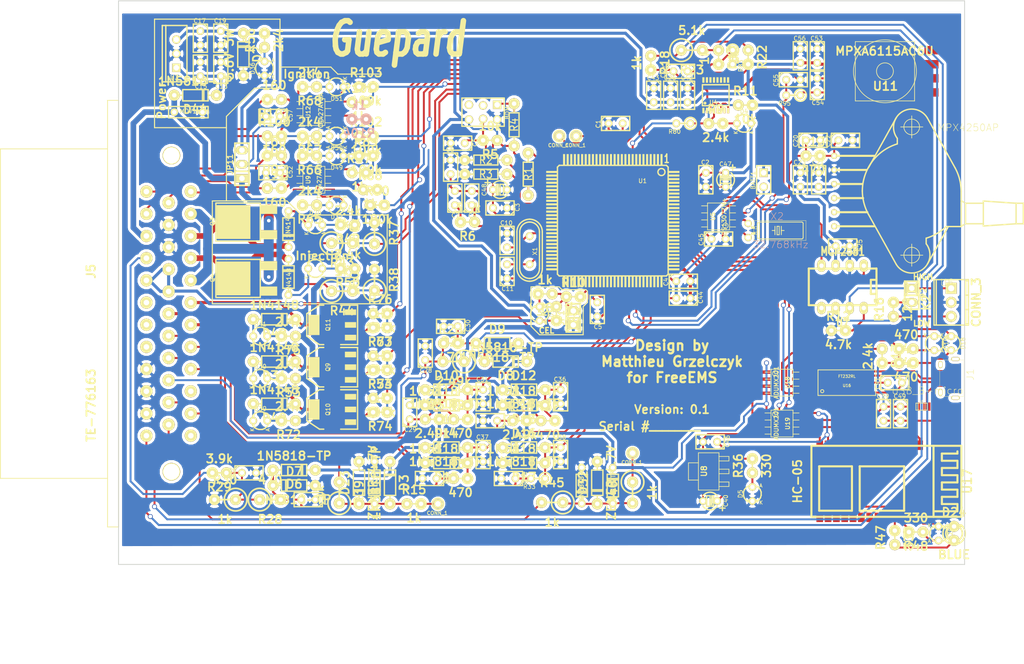
<source format=kicad_pcb>
(kicad_pcb (version 3) (host pcbnew "(2013-05-16 BZR 4016)-stable")
  (layers (15 Dessus.Cu signal) (0 Dessous.Cu signal))
  (net 0 "")
  (net 1 +12V-ACC)
  (net 2 +12V-SWITCH)
  (net 3 +3.3V)
  (net 4 /CPU/BKGD)
  (net 5 /CPU/RESET)
  (net 6 /Communication/USB-5v)
  (net 7 /Communication/USB-GND)
  (net 8 5vdc)
  (net 9 AAP)
  (net 10 BRV)
  (net 11 COOLANT)
  (net 12 CPU-RXCAN0)
  (net 13 CPU-RXD0)
  (net 14 CPU-RXD1)
  (net 15 CPU-TXCAN0)
  (net 16 CPU-TXD0)
  (net 17 CPU-TXD1)
  (net 18 Coolant-Sensor)
  (net 19 EXTAL)
  (net 20 FP-Relay)
  (net 21 Fuel-Pump-Drive)
  (net 22 GROUND)
  (net 23 IAT)
  (net 24 IAT-Sensor)
  (net 25 Ignitor1)
  (net 26 Ignitor1-IN)
  (net 27 Ignitor2)
  (net 28 Ignitor2-IN)
  (net 29 Ignitor3)
  (net 30 Ignitor3-IN)
  (net 31 Ignitor4)
  (net 32 Ignitor4-IN)
  (net 33 Injector-GND)
  (net 34 Injector1/3)
  (net 35 Injector1/3-IN)
  (net 36 Injector2/4)
  (net 37 Injector2/4-IN)
  (net 38 LOAD)
  (net 39 MAP)
  (net 40 N-00000100)
  (net 41 N-00000101)
  (net 42 N-00000107)
  (net 43 N-00000122)
  (net 44 N-00000123)
  (net 45 N-00000124)
  (net 46 N-00000131)
  (net 47 N-00000134)
  (net 48 N-00000137)
  (net 49 N-00000138)
  (net 50 N-00000139)
  (net 51 N-00000140)
  (net 52 N-00000141)
  (net 53 N-00000142)
  (net 54 N-00000143)
  (net 55 N-00000150)
  (net 56 N-00000157)
  (net 57 N-00000158)
  (net 58 N-00000159)
  (net 59 N-00000162)
  (net 60 N-00000163)
  (net 61 N-00000164)
  (net 62 N-00000165)
  (net 63 N-00000166)
  (net 64 N-00000167)
  (net 65 N-00000168)
  (net 66 N-00000169)
  (net 67 N-00000170)
  (net 68 N-00000171)
  (net 69 N-00000172)
  (net 70 N-00000173)
  (net 71 N-00000174)
  (net 72 N-00000175)
  (net 73 N-00000176)
  (net 74 N-00000177)
  (net 75 N-00000178)
  (net 76 N-00000179)
  (net 77 N-00000180)
  (net 78 N-00000182)
  (net 79 N-00000183)
  (net 80 N-00000185)
  (net 81 N-00000186)
  (net 82 N-00000187)
  (net 83 N-00000188)
  (net 84 N-00000189)
  (net 85 N-00000190)
  (net 86 N-00000191)
  (net 87 N-00000193)
  (net 88 N-00000195)
  (net 89 N-00000196)
  (net 90 N-00000197)
  (net 91 N-00000198)
  (net 92 N-00000201)
  (net 93 N-00000204)
  (net 94 N-00000205)
  (net 95 N-00000206)
  (net 96 N-00000207)
  (net 97 N-00000218)
  (net 98 N-00000224)
  (net 99 N-00000228)
  (net 100 N-00000236)
  (net 101 N-00000239)
  (net 102 N-00000240)
  (net 103 N-00000241)
  (net 104 N-00000242)
  (net 105 N-00000243)
  (net 106 N-00000255)
  (net 107 N-00000256)
  (net 108 N-00000257)
  (net 109 N-00000259)
  (net 110 N-00000260)
  (net 111 N-00000261)
  (net 112 N-00000264)
  (net 113 N-00000266)
  (net 114 N-0000065)
  (net 115 N-0000091)
  (net 116 O2)
  (net 117 O2-Sensor)
  (net 118 Output-Ground)
  (net 119 PJ6)
  (net 120 PJ7)
  (net 121 PP3)
  (net 122 PP5)
  (net 123 RPM-Crank-IN+)
  (net 124 RPM-Crank-IN-)
  (net 125 RPM0)
  (net 126 SPR)
  (net 127 SPR-Sensor)
  (net 128 Spare-DIN-1)
  (net 129 Spare-DIN-2)
  (net 130 Spare-LSD-1)
  (net 131 Spare-LSD-2)
  (net 132 TPS)
  (net 133 TPS-Sensor)
  (net 134 VDDPLL)
  (net 135 XFC)
  (net 136 XTAL)
  (module MPX5700AP_h2 (layer Dessus.Cu) (at 360.68 101.6 90)
    (fp_text reference U6)
    (fp_text value MPX4250AP)
    (pad 5 thru_hole circle (at -3.81 -13.97 90) (size 1.10744 1.10744) (drill 0.59944) (layers *.Cu Dessus.Pate Dessus.SilkS Dessus.Masque))
    (pad 4 thru_hole circle (at -1.27 -13.97 90) (size 1.10744 1.10744) (drill 0.59944) (layers *.Cu Dessus.Pate Dessus.SilkS Dessus.Masque))
    (pad 3 thru_hole circle (at 1.27 -13.97 90) (size 1.10744 1.10744) (drill 0.59944) (layers *.Cu Dessus.Pate Dessus.SilkS Dessus.Masque) (net 8 5vdc))
    (pad 2 thru_hole circle (at 3.81 -13.97 90) (size 1.10744 1.10744) (drill 0.59944) (layers *.Cu Dessus.Pate Dessus.SilkS Dessus.Masque) (net 22 GROUND))
    (pad 1 thru_hole circle (at 6.35 -13.97 90) (size 1.10744 1.10744) (drill 0.59944) (layers *.Cu Dessus.Pate Dessus.SilkS Dessus.Masque) (net 59 N-00000162))
    (pad 6 thru_hole circle (at -6.35 -13.97 90) (size 1.10744 1.10744) (drill 0.59944) (layers *.Cu Dessus.Pate Dessus.SilkS Dessus.Masque))
  )
  (module diode_do35 (layer Dessus.Cu) (at 231.648 84.328)
    (fp_text reference D44)
    (fp_text value 1N5818-TP)
    (pad 1 thru_hole circle (at -3.81 0) (size 1.99898 1.99898) (drill 0.8001) (layers *.Cu *.Mask Dessus.SilkS) (net 2 +12V-SWITCH))
    (pad 2 thru_hole circle (at 3.81 0) (size 1.99898 1.99898) (drill 0.8001) (layers *.Cu *.Mask Dessus.SilkS) (net 52 N-00000141))
  )
  (module TE-776163 (layer Dessus.Cu) (at 226.822 123.698 90)
    (fp_text reference J5)
    (fp_text value TE-776163)
    (pad 18 thru_hole circle (at 0 0 90) (size 2.19964 2.19964) (drill 1.00076) (layers *.Cu *.Mask Dessus.SilkS) (net 20 FP-Relay))
    (pad 17 thru_hole circle (at -4.0005 0 90) (size 2.19964 2.19964) (drill 1.00076) (layers *.Cu *.Mask Dessus.SilkS) (net 24 IAT-Sensor))
    (pad 19 thru_hole circle (at 4.0005 0 90) (size 2.19964 2.19964) (drill 1.00076) (layers *.Cu *.Mask Dessus.SilkS) (net 118 Output-Ground))
    (pad 16 thru_hole circle (at -8.001 0 90) (size 2.19964 2.19964) (drill 1.00076) (layers *.Cu *.Mask Dessus.SilkS) (net 133 TPS-Sensor))
    (pad 15 thru_hole circle (at -12.0015 0 90) (size 2.19964 2.19964) (drill 1.00076) (layers *.Cu *.Mask Dessus.SilkS) (net 127 SPR-Sensor))
    (pad 14 thru_hole circle (at -16.002 0 90) (size 2.19964 2.19964) (drill 1.00076) (layers *.Cu *.Mask Dessus.SilkS) (net 128 Spare-DIN-1))
    (pad 13 thru_hole circle (at -20.0025 0 90) (size 2.19964 2.19964) (drill 1.00076) (layers *.Cu *.Mask Dessus.SilkS) (net 124 RPM-Crank-IN-))
    (pad 20 thru_hole circle (at 8.001 0 90) (size 2.19964 2.19964) (drill 1.00076) (layers *.Cu *.Mask Dessus.SilkS) (net 118 Output-Ground))
    (pad 21 thru_hole circle (at 12.0015 0 90) (size 2.19964 2.19964) (drill 1.00076) (layers *.Cu *.Mask Dessus.SilkS) (net 22 GROUND))
    (pad 22 thru_hole circle (at 16.002 0 90) (size 2.19964 2.19964) (drill 1.00076) (layers *.Cu *.Mask Dessus.SilkS) (net 22 GROUND))
    (pad 23 thru_hole circle (at 20.0025 0 90) (size 2.19964 2.19964) (drill 1.00076) (layers *.Cu *.Mask Dessus.SilkS) (net 27 Ignitor2))
    (pad 1 thru_hole circle (at -22.00148 -4.0005 90) (size 2.19964 2.19964) (drill 1.00076) (layers *.Cu *.Mask Dessus.SilkS) (net 123 RPM-Crank-IN+))
    (pad 6 thru_hole circle (at -1.99898 -4.0005 90) (size 2.19964 2.19964) (drill 1.00076) (layers *.Cu *.Mask Dessus.SilkS))
    (pad 2 thru_hole circle (at -18.00098 -4.0005 90) (size 2.19964 2.19964) (drill 1.00076) (layers *.Cu *.Mask Dessus.SilkS) (net 22 GROUND))
    (pad 3 thru_hole circle (at -14.00048 -4.0005 90) (size 2.19964 2.19964) (drill 1.00076) (layers *.Cu *.Mask Dessus.SilkS) (net 22 GROUND))
    (pad 4 thru_hole circle (at -9.99998 -4.0005 90) (size 2.19964 2.19964) (drill 1.00076) (layers *.Cu *.Mask Dessus.SilkS) (net 22 GROUND))
    (pad 5 thru_hole circle (at -5.99948 -4.0005 90) (size 2.19964 2.19964) (drill 1.00076) (layers *.Cu *.Mask Dessus.SilkS))
    (pad 7 thru_hole circle (at 1.99898 -4.0005 90) (size 2.19964 2.19964) (drill 1.00076) (layers *.Cu *.Mask Dessus.SilkS))
    (pad 8 thru_hole circle (at 5.99948 -4.0005 90) (size 2.19964 2.19964) (drill 1.00076) (layers *.Cu *.Mask Dessus.SilkS) (net 118 Output-Ground))
    (pad 9 thru_hole circle (at 9.99998 -4.0005 90) (size 2.19964 2.19964) (drill 1.00076) (layers *.Cu *.Mask Dessus.SilkS) (net 1 +12V-ACC))
    (pad 10 thru_hole circle (at 14.00048 -4.0005 90) (size 2.19964 2.19964) (drill 1.00076) (layers *.Cu *.Mask Dessus.SilkS) (net 2 +12V-SWITCH))
    (pad 11 thru_hole circle (at 18.00098 -4.0005 90) (size 2.19964 2.19964) (drill 1.00076) (layers *.Cu *.Mask Dessus.SilkS) (net 29 Ignitor3))
    (pad 12 thru_hole circle (at 22.00148 -4.0005 90) (size 2.19964 2.19964) (drill 1.00076) (layers *.Cu *.Mask Dessus.SilkS) (net 31 Ignitor4))
    (pad 24 thru_hole circle (at -22.00148 4.0005 90) (size 2.19964 2.19964) (drill 1.00076) (layers *.Cu *.Mask Dessus.SilkS))
    (pad 25 thru_hole circle (at -18.00098 4.0005 90) (size 2.19964 2.19964) (drill 1.00076) (layers *.Cu *.Mask Dessus.SilkS) (net 129 Spare-DIN-2))
    (pad 26 thru_hole circle (at -14.00048 4.0005 90) (size 2.19964 2.19964) (drill 1.00076) (layers *.Cu *.Mask Dessus.SilkS))
    (pad 27 thru_hole circle (at -9.99998 4.0005 90) (size 2.19964 2.19964) (drill 1.00076) (layers *.Cu *.Mask Dessus.SilkS) (net 117 O2-Sensor))
    (pad 28 thru_hole circle (at -5.99948 4.0005 90) (size 2.19964 2.19964) (drill 1.00076) (layers *.Cu *.Mask Dessus.SilkS) (net 18 Coolant-Sensor))
    (pad 29 thru_hole circle (at -1.99898 4.0005 90) (size 2.19964 2.19964) (drill 1.00076) (layers *.Cu *.Mask Dessus.SilkS) (net 130 Spare-LSD-1))
    (pad 30 thru_hole circle (at 1.99898 4.0005 90) (size 2.19964 2.19964) (drill 1.00076) (layers *.Cu *.Mask Dessus.SilkS) (net 131 Spare-LSD-2))
    (pad 31 thru_hole circle (at 5.99948 4.0005 90) (size 2.19964 2.19964) (drill 1.00076) (layers *.Cu *.Mask Dessus.SilkS) (net 33 Injector-GND))
    (pad 32 thru_hole circle (at 9.99998 4.0005 90) (size 2.19964 2.19964) (drill 1.00076) (layers *.Cu *.Mask Dessus.SilkS) (net 36 Injector2/4))
    (pad 33 thru_hole circle (at 14.00048 4.0005 90) (size 2.19964 2.19964) (drill 1.00076) (layers *.Cu *.Mask Dessus.SilkS) (net 34 Injector1/3))
    (pad 34 thru_hole circle (at 18.00098 4.0005 90) (size 2.19964 2.19964) (drill 1.00076) (layers *.Cu *.Mask Dessus.SilkS) (net 33 Injector-GND))
    (pad 35 thru_hole circle (at 22.00148 4.0005 90) (size 2.19964 2.19964) (drill 1.00076) (layers *.Cu *.Mask Dessus.SilkS) (net 25 Ignitor1))
    (pad "" thru_hole circle (at -28.5 0.5 90) (size 3.175 3.175) (drill 2.84988) (layers *.Cu *.Mask Dessus.SilkS))
    (pad "" thru_hole circle (at 28.5 0.5 90) (size 3.175 3.175) (drill 2.84988) (layers *.Cu *.Mask Dessus.SilkS))
  )
  (module ITEAD_HC-05 (layer Dessus.Cu) (at 356.108 153.924 270)
    (fp_text reference U17)
    (fp_text value HC-05)
    (pad 11 smd rect (at -6.49986 8.99922 270) (size 1.69926 1.19888) (layers Dessus.Cu Dessus.Pate Dessus.Masque))
    (pad 12 smd rect (at -6.49986 10.50036 270) (size 1.69926 1.19888) (layers Dessus.Cu Dessus.Pate Dessus.Masque) (net 3 +3.3V))
    (pad 13 smd rect (at -6.49986 11.99896 270) (size 1.69926 1.19888) (layers Dessus.Cu Dessus.Pate Dessus.Masque) (net 22 GROUND))
    (pad 10 smd rect (at -6.49986 7.50062 270) (size 1.69926 1.19888) (layers Dessus.Cu Dessus.Pate Dessus.Masque))
    (pad 9 smd rect (at -6.49986 5.99948 270) (size 1.69926 1.19888) (layers Dessus.Cu Dessus.Pate Dessus.Masque))
    (pad 8 smd rect (at -6.49986 4.50088 270) (size 1.69926 1.19888) (layers Dessus.Cu Dessus.Pate Dessus.Masque))
    (pad 7 smd rect (at -6.49986 2.99974 270) (size 1.69926 1.19888) (layers Dessus.Cu Dessus.Pate Dessus.Masque))
    (pad 6 smd rect (at -6.49986 1.50114 270) (size 1.69926 1.19888) (layers Dessus.Cu Dessus.Pate Dessus.Masque))
    (pad 5 smd rect (at -6.49986 0 270) (size 1.69926 1.19888) (layers Dessus.Cu Dessus.Pate Dessus.Masque))
    (pad 4 smd rect (at -6.49986 -1.50114 270) (size 1.69926 1.19888) (layers Dessus.Cu Dessus.Pate Dessus.Masque))
    (pad 3 smd rect (at -6.49986 -2.99974 270) (size 1.69926 1.19888) (layers Dessus.Cu Dessus.Pate Dessus.Masque))
    (pad 2 smd rect (at -6.49986 -4.50088 270) (size 1.69926 1.19888) (layers Dessus.Cu Dessus.Pate Dessus.Masque) (net 96 N-00000207))
    (pad 1 smd rect (at -6.49986 -5.99948 270) (size 1.69926 1.19888) (layers Dessus.Cu Dessus.Pate Dessus.Masque) (net 95 N-00000206))
    (pad 14 smd rect (at -5.25018 13.69568 270) (size 1.19888 1.59766) (layers Dessus.Cu Dessus.Pate Dessus.Masque))
    (pad 15 smd rect (at -3.7465 13.64996 270) (size 1.19888 1.69926) (layers Dessus.Cu Dessus.Pate Dessus.Masque))
    (pad 16 smd rect (at -2.2479 13.64996 270) (size 1.19888 1.69926) (layers Dessus.Cu Dessus.Pate Dessus.Masque))
    (pad 17 smd rect (at -0.7493 13.64996 270) (size 1.19888 1.69926) (layers Dessus.Cu Dessus.Pate Dessus.Masque))
    (pad 18 smd rect (at 0.7493 13.64996 270) (size 1.19888 1.69926) (layers Dessus.Cu Dessus.Pate Dessus.Masque))
    (pad 19 smd rect (at 2.2479 13.64996 270) (size 1.19888 1.69926) (layers Dessus.Cu Dessus.Pate Dessus.Masque))
    (pad 20 smd rect (at 3.7465 13.64996 270) (size 1.19888 1.69926) (layers Dessus.Cu Dessus.Pate Dessus.Masque))
    (pad 21 smd rect (at 5.2451 13.69822 270) (size 1.19888 1.59766) (layers Dessus.Cu Dessus.Pate Dessus.Masque))
    (pad 22 smd rect (at 6.49986 11.99896 270) (size 1.69926 1.19888) (layers Dessus.Cu Dessus.Pate Dessus.Masque))
    (pad 23 smd rect (at 6.49986 10.50036 270) (size 1.69926 1.19888) (layers Dessus.Cu Dessus.Pate Dessus.Masque))
    (pad 24 smd rect (at 6.49986 8.99668 270) (size 1.69926 1.19888) (layers Dessus.Cu Dessus.Pate Dessus.Masque))
    (pad 25 smd rect (at 6.49986 7.50062 270) (size 1.69926 1.19888) (layers Dessus.Cu Dessus.Pate Dessus.Masque))
    (pad 26 smd rect (at 6.49986 5.99948 270) (size 1.69926 1.19888) (layers Dessus.Cu Dessus.Pate Dessus.Masque))
    (pad 27 smd rect (at 6.49986 4.50088 270) (size 1.69926 1.19888) (layers Dessus.Cu Dessus.Pate Dessus.Masque))
    (pad 28 smd rect (at 6.49986 2.99974 270) (size 1.69926 1.19888) (layers Dessus.Cu Dessus.Pate Dessus.Masque))
    (pad 29 smd rect (at 6.49986 1.50114 270) (size 1.69926 1.19888) (layers Dessus.Cu Dessus.Pate Dessus.Masque))
    (pad 30 smd rect (at 6.49986 0 270) (size 1.69926 1.19888) (layers Dessus.Cu Dessus.Pate Dessus.Masque))
    (pad 31 smd rect (at 6.49986 -1.50114 270) (size 1.69926 1.19888) (layers Dessus.Cu Dessus.Pate Dessus.Masque) (net 110 N-00000260))
    (pad 32 smd rect (at 6.49986 -2.99974 270) (size 1.69926 1.19888) (layers Dessus.Cu Dessus.Pate Dessus.Masque) (net 109 N-00000259))
    (pad 33 smd rect (at 6.49986 -4.50088 270) (size 1.69926 1.19888) (layers Dessus.Cu Dessus.Pate Dessus.Masque))
    (pad 34 smd rect (at 6.49986 -5.99948 270) (size 1.69926 1.19888) (layers Dessus.Cu Dessus.Pate Dessus.Masque) (net 22 GROUND))
  )
  (module USB-B-micro (layer Dessus.Cu) (at 368.554 135.382 180)
    (fp_text reference J1)
    (fp_text value USB_B-micro)
    (pad 1 smd rect (at 2.70002 -1.30302 180) (size 1.34874 0.39878) (layers Dessus.Cu Dessus.Pate Dessus.Masque) (net 105 N-00000243))
    (pad 2 smd rect (at 2.70002 -0.65024 180) (size 1.34874 0.39878) (layers Dessus.Cu Dessus.Pate Dessus.Masque) (net 94 N-00000205))
    (pad 3 smd rect (at 2.70002 0 180) (size 1.34874 0.39878) (layers Dessus.Cu Dessus.Pate Dessus.Masque) (net 98 N-00000224))
    (pad 4 smd rect (at 2.70002 0.65024 180) (size 1.34874 0.39878) (layers Dessus.Cu Dessus.Pate Dessus.Masque))
    (pad 5 smd rect (at 2.70002 1.30048 180) (size 1.34874 0.39878) (layers Dessus.Cu Dessus.Pate Dessus.Masque) (net 7 /Communication/USB-GND))
    (pad 6 thru_hole oval (at 2.70002 -2.49936 180) (size 0.7493 1.24968) (drill oval 0.55118 0.8509) (layers *.Cu *.Mask Dessus.SilkS))
    (pad 6 thru_hole oval (at 2.70002 2.49936 180) (size 0.7493 1.24968) (drill oval 0.55118 0.8509) (layers *.Cu *.Mask Dessus.SilkS))
    (pad 6 thru_hole oval (at 0 -3.50012 180) (size 1.5494 0.70104) (drill oval 1.15062 0.50038) (layers *.Cu *.Mask Dessus.SilkS))
    (pad 6 thru_hole oval (at 0 3.50012 180) (size 1.5494 0.70104) (drill oval 1.15062 0.50038) (layers *.Cu *.Mask Dessus.SilkS))
    (pad 6 smd rect (at 0 -1.02616 180) (size 1.5494 1.5494) (layers Dessus.Cu Dessus.Pate Dessus.Masque))
    (pad 6 smd rect (at 0 1.02616 180) (size 1.5494 1.5494) (layers Dessus.Cu Dessus.Pate Dessus.Masque))
  )
  (module TO220_VERT (layer Dessus.Cu) (at 228.219 76.835 180)
    (fp_text reference U3)
    (fp_text value LM2940T-5.0 hide)
    (pad 2 thru_hole circle (at 0 0 180) (size 1.524 1.524) (drill 1.00076) (layers *.Cu *.Mask Dessus.SilkS) (net 22 GROUND))
    (pad 3 thru_hole circle (at 0 2.54 180) (size 1.524 1.524) (drill 1.00076) (layers *.Cu *.Mask Dessus.SilkS) (net 8 5vdc))
    (pad 1 thru_hole rect (at 0 -2.54 180) (size 1.524 1.524) (drill 1.00076) (layers *.Cu *.Mask Dessus.SilkS) (net 52 N-00000141))
  )
  (module ssop-28 (layer Dessus.Cu) (at 348.996 136.144)
    (fp_text reference U16)
    (fp_text value FT232RL)
    (pad 7 smd rect (at -0.32512 3.59918) (size 0.4064 1.651) (layers Dessus.Cu Dessus.Pate Dessus.Masque) (net 7 /Communication/USB-GND))
    (pad 8 smd rect (at 0.32512 3.59918) (size 0.4064 1.651) (layers Dessus.Cu Dessus.Pate Dessus.Masque))
    (pad 9 smd rect (at 0.97536 3.59918) (size 0.4064 1.651) (layers Dessus.Cu Dessus.Pate Dessus.Masque))
    (pad 10 smd rect (at 1.6256 3.59918) (size 0.4064 1.651) (layers Dessus.Cu Dessus.Pate Dessus.Masque))
    (pad 25 smd rect (at -2.27584 -3.59918) (size 0.4064 1.651) (layers Dessus.Cu Dessus.Pate Dessus.Masque) (net 7 /Communication/USB-GND))
    (pad 4 smd rect (at -2.27584 3.59918) (size 0.4064 1.651) (layers Dessus.Cu Dessus.Pate Dessus.Masque) (net 6 /Communication/USB-5v))
    (pad 5 smd rect (at -1.6256 3.59918) (size 0.4064 1.651) (layers Dessus.Cu Dessus.Pate Dessus.Masque) (net 100 N-00000236))
    (pad 6 smd rect (at -0.97536 3.59918) (size 0.4064 1.651) (layers Dessus.Cu Dessus.Pate Dessus.Masque))
    (pad 18 smd rect (at 2.27584 -3.59918) (size 0.4064 1.651) (layers Dessus.Cu Dessus.Pate Dessus.Masque) (net 7 /Communication/USB-GND))
    (pad 19 smd rect (at 1.6256 -3.59918) (size 0.4064 1.651) (layers Dessus.Cu Dessus.Pate Dessus.Masque) (net 92 N-00000201))
    (pad 20 smd rect (at 0.97536 -3.59918) (size 0.4064 1.651) (layers Dessus.Cu Dessus.Pate Dessus.Masque) (net 6 /Communication/USB-5v))
    (pad 21 smd rect (at 0.32512 -3.59918) (size 0.4064 1.651) (layers Dessus.Cu Dessus.Pate Dessus.Masque) (net 7 /Communication/USB-GND))
    (pad 22 smd rect (at -0.32512 -3.59918) (size 0.4064 1.651) (layers Dessus.Cu Dessus.Pate Dessus.Masque) (net 99 N-00000228))
    (pad 23 smd rect (at -0.97536 -3.59918) (size 0.4064 1.651) (layers Dessus.Cu Dessus.Pate Dessus.Masque) (net 103 N-00000241))
    (pad 11 smd rect (at 2.27584 3.59918) (size 0.4064 1.651) (layers Dessus.Cu Dessus.Pate Dessus.Masque))
    (pad 24 smd rect (at -1.6256 -3.59918) (size 0.4064 1.651) (layers Dessus.Cu Dessus.Pate Dessus.Masque))
    (pad 26 smd rect (at -2.92608 -3.59918) (size 0.4064 1.651) (layers Dessus.Cu Dessus.Pate Dessus.Masque) (net 7 /Communication/USB-GND))
    (pad 27 smd rect (at -3.57378 -3.59918) (size 0.4064 1.651) (layers Dessus.Cu Dessus.Pate Dessus.Masque))
    (pad 28 smd rect (at -4.22402 -3.59918) (size 0.4064 1.651) (layers Dessus.Cu Dessus.Pate Dessus.Masque))
    (pad 1 smd rect (at -4.22402 3.59918) (size 0.4064 1.651) (layers Dessus.Cu Dessus.Pate Dessus.Masque) (net 97 N-00000218))
    (pad 2 smd rect (at -3.57378 3.59918) (size 0.4064 1.651) (layers Dessus.Cu Dessus.Pate Dessus.Masque))
    (pad 3 smd rect (at -2.92608 3.59918) (size 0.4064 1.651) (layers Dessus.Cu Dessus.Pate Dessus.Masque))
    (pad 12 smd rect (at 2.92608 3.59918) (size 0.4064 1.651) (layers Dessus.Cu Dessus.Pate Dessus.Masque))
    (pad 13 smd rect (at 3.57378 3.59918) (size 0.4064 1.651) (layers Dessus.Cu Dessus.Pate Dessus.Masque))
    (pad 14 smd rect (at 4.22402 3.59918) (size 0.4064 1.651) (layers Dessus.Cu Dessus.Pate Dessus.Masque))
    (pad 15 smd rect (at 4.22402 -3.59918) (size 0.4064 1.651) (layers Dessus.Cu Dessus.Pate Dessus.Masque) (net 98 N-00000224))
    (pad 16 smd rect (at 3.57378 -3.59918) (size 0.4064 1.651) (layers Dessus.Cu Dessus.Pate Dessus.Masque) (net 94 N-00000205))
    (pad 17 smd rect (at 2.92608 -3.59918) (size 0.4064 1.651) (layers Dessus.Cu Dessus.Pate Dessus.Masque) (net 93 N-00000204))
  )
  (module SOT223-MOSFET (layer Dessus.Cu) (at 256.286 133.35 90)
    (fp_text reference Q9)
    (fp_text value VNN7NV0413TR hide)
    (pad D smd rect (at 0 -3.302 90) (size 3.6576 2.032) (layers Dessus.Cu Dessus.Pate Dessus.SilkS Dessus.Masque) (net 20 FP-Relay))
    (pad 1 smd rect (at 0 3.302 90) (size 1.016 2.032) (layers Dessus.Cu Dessus.Pate Dessus.SilkS Dessus.Masque))
    (pad S smd rect (at 2.286 3.302 90) (size 1.016 2.032) (layers Dessus.Cu Dessus.Pate Dessus.SilkS Dessus.Masque) (net 118 Output-Ground))
    (pad G smd rect (at -2.286 3.302 90) (size 1.016 2.032) (layers Dessus.Cu Dessus.Pate Dessus.SilkS Dessus.Masque) (net 67 N-00000170))
  )
  (module SOT223-MOSFET (layer Dessus.Cu) (at 256.286 125.73 90)
    (fp_text reference Q11)
    (fp_text value VNN7NV0413TR hide)
    (pad D smd rect (at 0 -3.302 90) (size 3.6576 2.032) (layers Dessus.Cu Dessus.Pate Dessus.SilkS Dessus.Masque) (net 131 Spare-LSD-2))
    (pad 1 smd rect (at 0 3.302 90) (size 1.016 2.032) (layers Dessus.Cu Dessus.Pate Dessus.SilkS Dessus.Masque))
    (pad S smd rect (at 2.286 3.302 90) (size 1.016 2.032) (layers Dessus.Cu Dessus.Pate Dessus.SilkS Dessus.Masque) (net 118 Output-Ground))
    (pad G smd rect (at -2.286 3.302 90) (size 1.016 2.032) (layers Dessus.Cu Dessus.Pate Dessus.SilkS Dessus.Masque) (net 66 N-00000169))
  )
  (module SOT223-MOSFET (layer Dessus.Cu) (at 256.286 140.97 90)
    (fp_text reference Q10)
    (fp_text value VNN7NV0413TR hide)
    (pad D smd rect (at 0 -3.302 90) (size 3.6576 2.032) (layers Dessus.Cu Dessus.Pate Dessus.SilkS Dessus.Masque) (net 130 Spare-LSD-1))
    (pad 1 smd rect (at 0 3.302 90) (size 1.016 2.032) (layers Dessus.Cu Dessus.Pate Dessus.SilkS Dessus.Masque))
    (pad S smd rect (at 2.286 3.302 90) (size 1.016 2.032) (layers Dessus.Cu Dessus.Pate Dessus.SilkS Dessus.Masque) (net 118 Output-Ground))
    (pad G smd rect (at -2.286 3.302 90) (size 1.016 2.032) (layers Dessus.Cu Dessus.Pate Dessus.SilkS Dessus.Masque) (net 68 N-00000171))
  )
  (module so-8 (layer Dessus.Cu) (at 252.984 87.376 90)
    (fp_text reference U12)
    (fp_text value TC4427AVOA)
    (pad 1 smd rect (at -1.905 2.794 90) (size 0.59944 1.99898) (layers Dessus.Cu Dessus.Pate Dessus.Masque))
    (pad 2 smd rect (at -0.635 2.794 90) (size 0.59944 1.99898) (layers Dessus.Cu Dessus.Pate Dessus.Masque) (net 75 N-00000178))
    (pad 3 smd rect (at 0.635 2.794 90) (size 0.59944 1.99898) (layers Dessus.Cu Dessus.Pate Dessus.Masque) (net 22 GROUND))
    (pad 4 smd rect (at 1.905 2.794 90) (size 0.59944 1.99898) (layers Dessus.Cu Dessus.Pate Dessus.Masque) (net 69 N-00000172))
    (pad 5 smd rect (at 1.905 -2.794 90) (size 0.59944 1.99898) (layers Dessus.Cu Dessus.Pate Dessus.Masque) (net 72 N-00000175))
    (pad 6 smd rect (at 0.635 -2.794 90) (size 0.59944 1.99898) (layers Dessus.Cu Dessus.Pate Dessus.Masque) (net 73 N-00000176))
    (pad 7 smd rect (at -0.635 -2.794 90) (size 0.59944 1.99898) (layers Dessus.Cu Dessus.Pate Dessus.Masque) (net 71 N-00000174))
    (pad 8 smd rect (at -1.905 -2.794 90) (size 0.59944 1.99898) (layers Dessus.Cu Dessus.Pate Dessus.Masque))
  )
  (module so-8 (layer Dessus.Cu) (at 325.882 106.172 90)
    (fp_text reference U5)
    (fp_text value DS1307ZN+)
    (pad 1 smd rect (at -1.905 2.794 90) (size 0.59944 1.99898) (layers Dessus.Cu Dessus.Pate Dessus.Masque) (net 40 N-00000100))
    (pad 2 smd rect (at -0.635 2.794 90) (size 0.59944 1.99898) (layers Dessus.Cu Dessus.Pate Dessus.Masque) (net 47 N-00000134))
    (pad 3 smd rect (at 0.635 2.794 90) (size 0.59944 1.99898) (layers Dessus.Cu Dessus.Pate Dessus.Masque) (net 41 N-00000101))
    (pad 4 smd rect (at 1.905 2.794 90) (size 0.59944 1.99898) (layers Dessus.Cu Dessus.Pate Dessus.Masque) (net 22 GROUND))
    (pad 5 smd rect (at 1.905 -2.794 90) (size 0.59944 1.99898) (layers Dessus.Cu Dessus.Pate Dessus.Masque) (net 119 PJ6))
    (pad 6 smd rect (at 0.635 -2.794 90) (size 0.59944 1.99898) (layers Dessus.Cu Dessus.Pate Dessus.Masque) (net 120 PJ7))
    (pad 7 smd rect (at -0.635 -2.794 90) (size 0.59944 1.99898) (layers Dessus.Cu Dessus.Pate Dessus.Masque))
    (pad 8 smd rect (at -1.905 -2.794 90) (size 0.59944 1.99898) (layers Dessus.Cu Dessus.Pate Dessus.Masque) (net 8 5vdc))
  )
  (module so-8 (layer Dessus.Cu) (at 252.984 99.568 90)
    (fp_text reference U9)
    (fp_text value TC4427AVOA)
    (pad 1 smd rect (at -1.905 2.794 90) (size 0.59944 1.99898) (layers Dessus.Cu Dessus.Pate Dessus.Masque))
    (pad 2 smd rect (at -0.635 2.794 90) (size 0.59944 1.99898) (layers Dessus.Cu Dessus.Pate Dessus.Masque) (net 78 N-00000182))
    (pad 3 smd rect (at 0.635 2.794 90) (size 0.59944 1.99898) (layers Dessus.Cu Dessus.Pate Dessus.Masque) (net 22 GROUND))
    (pad 4 smd rect (at 1.905 2.794 90) (size 0.59944 1.99898) (layers Dessus.Cu Dessus.Pate Dessus.Masque) (net 79 N-00000183))
    (pad 5 smd rect (at 1.905 -2.794 90) (size 0.59944 1.99898) (layers Dessus.Cu Dessus.Pate Dessus.Masque) (net 70 N-00000173))
    (pad 6 smd rect (at 0.635 -2.794 90) (size 0.59944 1.99898) (layers Dessus.Cu Dessus.Pate Dessus.Masque) (net 73 N-00000176))
    (pad 7 smd rect (at -0.635 -2.794 90) (size 0.59944 1.99898) (layers Dessus.Cu Dessus.Pate Dessus.Masque) (net 74 N-00000177))
    (pad 8 smd rect (at -1.905 -2.794 90) (size 0.59944 1.99898) (layers Dessus.Cu Dessus.Pate Dessus.Masque))
  )
  (module rc07_vert (layer Dessus.Cu) (at 278.13 132.334 180)
    (fp_text reference R24)
    (fp_text value 2.49k)
    (pad 1 thru_hole circle (at -1.905 0 180) (size 1.99898 1.99898) (drill 0.8001) (layers *.Cu *.Mask Dessus.SilkS) (net 8 5vdc))
    (pad 2 thru_hole circle (at 1.905 0 180) (size 1.99898 1.99898) (drill 0.8001) (layers *.Cu *.Mask Dessus.SilkS) (net 127 SPR-Sensor))
  )
  (module rc07_vert (layer Dessus.Cu) (at 258.064 110.998)
    (fp_text reference R43)
    (fp_text value 1k)
    (pad 1 thru_hole circle (at -1.905 0) (size 1.99898 1.99898) (drill 0.8001) (layers *.Cu *.Mask Dessus.SilkS) (net 60 N-00000163))
    (pad 2 thru_hole circle (at 1.905 0) (size 1.99898 1.99898) (drill 0.8001) (layers *.Cu *.Mask Dessus.SilkS) (net 35 Injector1/3-IN))
  )
  (module rc07_vert (layer Dessus.Cu) (at 263.906 109.22 90)
    (fp_text reference R37)
    (fp_text value 100k)
    (pad 1 thru_hole circle (at -1.905 0 90) (size 1.99898 1.99898) (drill 0.8001) (layers *.Cu *.Mask Dessus.SilkS) (net 35 Injector1/3-IN))
    (pad 2 thru_hole circle (at 1.905 0 90) (size 1.99898 1.99898) (drill 0.8001) (layers *.Cu *.Mask Dessus.SilkS) (net 22 GROUND))
  )
  (module rc07_vert (layer Dessus.Cu) (at 245.11 157.226)
    (fp_text reference R28)
    (fp_text value 470)
    (pad 1 thru_hole circle (at -1.905 0) (size 1.99898 1.99898) (drill 0.8001) (layers *.Cu *.Mask Dessus.SilkS) (net 53 N-00000142))
    (pad 2 thru_hole circle (at 1.905 0) (size 1.99898 1.99898) (drill 0.8001) (layers *.Cu *.Mask Dessus.SilkS) (net 10 BRV))
  )
  (module rc07_vert (layer Dessus.Cu) (at 258.064 119.634)
    (fp_text reference R44)
    (fp_text value 1k)
    (pad 1 thru_hole circle (at -1.905 0) (size 1.99898 1.99898) (drill 0.8001) (layers *.Cu *.Mask Dessus.SilkS) (net 61 N-00000164))
    (pad 2 thru_hole circle (at 1.905 0) (size 1.99898 1.99898) (drill 0.8001) (layers *.Cu *.Mask Dessus.SilkS) (net 37 Injector2/4-IN))
  )
  (module rc07_vert (layer Dessus.Cu) (at 263.906 117.602 90)
    (fp_text reference R38)
    (fp_text value 100k)
    (pad 1 thru_hole circle (at -1.905 0 90) (size 1.99898 1.99898) (drill 0.8001) (layers *.Cu *.Mask Dessus.SilkS) (net 37 Injector2/4-IN))
    (pad 2 thru_hole circle (at 1.905 0 90) (size 1.99898 1.99898) (drill 0.8001) (layers *.Cu *.Mask Dessus.SilkS) (net 22 GROUND))
  )
  (module rc07_vert (layer Dessus.Cu) (at 321.056 76.2)
    (fp_text reference R23)
    (fp_text value 5.1k)
    (pad 1 thru_hole circle (at -1.905 0) (size 1.99898 1.99898) (drill 0.8001) (layers *.Cu *.Mask Dessus.SilkS) (net 123 RPM-Crank-IN+))
    (pad 2 thru_hole circle (at 1.905 0) (size 1.99898 1.99898) (drill 0.8001) (layers *.Cu *.Mask Dessus.SilkS) (net 124 RPM-Crank-IN-))
  )
  (module rc07_vert (layer Dessus.Cu) (at 295.91 157.734 180)
    (fp_text reference R45)
    (fp_text value 1k)
    (pad 1 thru_hole circle (at -1.905 0 180) (size 1.99898 1.99898) (drill 0.8001) (layers *.Cu *.Mask Dessus.SilkS) (net 89 N-00000196))
    (pad 2 thru_hole circle (at 1.905 0 180) (size 1.99898 1.99898) (drill 0.8001) (layers *.Cu *.Mask Dessus.SilkS) (net 129 Spare-DIN-2))
  )
  (module rc07_vert (layer Dessus.Cu) (at 310.388 155.956 270)
    (fp_text reference R40)
    (fp_text value 1k)
    (pad 1 thru_hole circle (at -1.905 0 270) (size 1.99898 1.99898) (drill 0.8001) (layers *.Cu *.Mask Dessus.SilkS) (net 90 N-00000197))
    (pad 2 thru_hole circle (at 1.905 0 270) (size 1.99898 1.99898) (drill 0.8001) (layers *.Cu *.Mask Dessus.SilkS) (net 89 N-00000196))
  )
  (module rc07_vert (layer Dessus.Cu) (at 257.556 155.956 90)
    (fp_text reference R39)
    (fp_text value 1k)
    (pad 1 thru_hole circle (at -1.905 0 90) (size 1.99898 1.99898) (drill 0.8001) (layers *.Cu *.Mask Dessus.SilkS) (net 88 N-00000195))
    (pad 2 thru_hole circle (at 1.905 0 90) (size 1.99898 1.99898) (drill 0.8001) (layers *.Cu *.Mask Dessus.SilkS) (net 128 Spare-DIN-1))
  )
  (module rc07_vert (layer Dessus.Cu) (at 236.982 157.226 180)
    (fp_text reference R30)
    (fp_text value 1k)
    (pad 1 thru_hole circle (at -1.905 0 180) (size 1.99898 1.99898) (drill 0.8001) (layers *.Cu *.Mask Dessus.SilkS) (net 53 N-00000142))
    (pad 2 thru_hole circle (at 1.905 0 180) (size 1.99898 1.99898) (drill 0.8001) (layers *.Cu *.Mask Dessus.SilkS) (net 22 GROUND))
  )
  (module rc03_vert (layer Dessus.Cu) (at 313.69 78.486 90)
    (fp_text reference R18)
    (fp_text value 1k)
    (pad 1 thru_hole circle (at -1.27 0 90) (size 1.99898 1.99898) (drill 0.8001) (layers *.Cu *.Mask Dessus.SilkS) (net 55 N-00000150))
    (pad 2 thru_hole circle (at 1.27 0 90) (size 1.99898 1.99898) (drill 0.8001) (layers *.Cu *.Mask Dessus.SilkS) (net 123 RPM-Crank-IN+))
  )
  (module rc03_vert (layer Dessus.Cu) (at 331.216 77.47 90)
    (fp_text reference R22)
    (fp_text value 1k)
    (pad 1 thru_hole circle (at -1.27 0 90) (size 1.99898 1.99898) (drill 0.8001) (layers *.Cu *.Mask Dessus.SilkS) (net 8 5vdc))
    (pad 2 thru_hole circle (at 1.27 0 90) (size 1.99898 1.99898) (drill 0.8001) (layers *.Cu *.Mask Dessus.SilkS) (net 123 RPM-Crank-IN+))
  )
  (module rc03_vert (layer Dessus.Cu) (at 264.922 123.698 180)
    (fp_text reference R76)
    (fp_text value 100k)
    (pad 1 thru_hole circle (at -1.27 0 180) (size 1.99898 1.99898) (drill 0.8001) (layers *.Cu *.Mask Dessus.SilkS) (net 122 PP5))
    (pad 2 thru_hole circle (at 1.27 0 180) (size 1.99898 1.99898) (drill 0.8001) (layers *.Cu *.Mask Dessus.SilkS) (net 22 GROUND))
  )
  (module rc03_vert (layer Dessus.Cu) (at 325.882 77.47 90)
    (fp_text reference R19)
    (fp_text value 1k)
    (pad 1 thru_hole circle (at -1.27 0 90) (size 1.99898 1.99898) (drill 0.8001) (layers *.Cu *.Mask Dessus.SilkS) (net 57 N-00000158))
    (pad 2 thru_hole circle (at 1.27 0 90) (size 1.99898 1.99898) (drill 0.8001) (layers *.Cu *.Mask Dessus.SilkS) (net 124 RPM-Crank-IN-))
  )
  (module rc03_vert (layer Dessus.Cu) (at 355.346 131.318 90)
    (fp_text reference R17)
    (fp_text value 2.4k)
    (pad 1 thru_hole circle (at -1.27 0 90) (size 1.99898 1.99898) (drill 0.8001) (layers *.Cu *.Mask Dessus.SilkS) (net 6 /Communication/USB-5v))
    (pad 2 thru_hole circle (at 1.27 0 90) (size 1.99898 1.99898) (drill 0.8001) (layers *.Cu *.Mask Dessus.SilkS) (net 92 N-00000201))
  )
  (module rc03_vert (layer Dessus.Cu) (at 295.148 143.002 180)
    (fp_text reference R32)
    (fp_text value 470)
    (pad 1 thru_hole circle (at -1.27 0 180) (size 1.99898 1.99898) (drill 0.8001) (layers *.Cu *.Mask Dessus.SilkS) (net 11 COOLANT))
    (pad 2 thru_hole circle (at 1.27 0 180) (size 1.99898 1.99898) (drill 0.8001) (layers *.Cu *.Mask Dessus.SilkS) (net 18 Coolant-Sensor))
  )
  (module rc03_vert (layer Dessus.Cu) (at 274.32 142.748 180)
    (fp_text reference R25)
    (fp_text value 2.49k)
    (pad 1 thru_hole circle (at -1.27 0 180) (size 1.99898 1.99898) (drill 0.8001) (layers *.Cu *.Mask Dessus.SilkS) (net 8 5vdc))
    (pad 2 thru_hole circle (at 1.27 0 180) (size 1.99898 1.99898) (drill 0.8001) (layers *.Cu *.Mask Dessus.SilkS) (net 24 IAT-Sensor))
  )
  (module rc03_vert (layer Dessus.Cu) (at 342.9 95.25 180)
    (fp_text reference R13)
    (fp_text value 470)
    (pad 1 thru_hole circle (at -1.27 0 180) (size 1.99898 1.99898) (drill 0.8001) (layers *.Cu *.Mask Dessus.SilkS) (net 59 N-00000162))
    (pad 2 thru_hole circle (at 1.27 0 180) (size 1.99898 1.99898) (drill 0.8001) (layers *.Cu *.Mask Dessus.SilkS) (net 39 MAP))
  )
  (module rc03_vert (layer Dessus.Cu) (at 235.966 152.4)
    (fp_text reference R29)
    (fp_text value 3.9k)
    (pad 1 thru_hole circle (at -1.27 0) (size 1.99898 1.99898) (drill 0.8001) (layers *.Cu *.Mask Dessus.SilkS) (net 1 +12V-ACC))
    (pad 2 thru_hole circle (at 1.27 0) (size 1.99898 1.99898) (drill 0.8001) (layers *.Cu *.Mask Dessus.SilkS) (net 53 N-00000142))
  )
  (module rc03_vert (layer Dessus.Cu) (at 277.622 129.032 180)
    (fp_text reference R26)
    (fp_text value 470)
    (pad 1 thru_hole circle (at -1.27 0 180) (size 1.99898 1.99898) (drill 0.8001) (layers *.Cu *.Mask Dessus.SilkS) (net 126 SPR))
    (pad 2 thru_hole circle (at 1.27 0 180) (size 1.99898 1.99898) (drill 0.8001) (layers *.Cu *.Mask Dessus.SilkS) (net 127 SPR-Sensor))
  )
  (module rc03_vert (layer Dessus.Cu) (at 279.4 153.416 180)
    (fp_text reference R34)
    (fp_text value 470)
    (pad 1 thru_hole circle (at -1.27 0 180) (size 1.99898 1.99898) (drill 0.8001) (layers *.Cu *.Mask Dessus.SilkS) (net 132 TPS))
    (pad 2 thru_hole circle (at 1.27 0 180) (size 1.99898 1.99898) (drill 0.8001) (layers *.Cu *.Mask Dessus.SilkS) (net 133 TPS-Sensor))
  )
  (module rc03_vert (layer Dessus.Cu) (at 279.4 142.748 180)
    (fp_text reference R27)
    (fp_text value 470)
    (pad 1 thru_hole circle (at -1.27 0 180) (size 1.99898 1.99898) (drill 0.8001) (layers *.Cu *.Mask Dessus.SilkS) (net 23 IAT))
    (pad 2 thru_hole circle (at 1.27 0 180) (size 1.99898 1.99898) (drill 0.8001) (layers *.Cu *.Mask Dessus.SilkS) (net 24 IAT-Sensor))
  )
  (module rc03_vert (layer Dessus.Cu) (at 264.922 141.478)
    (fp_text reference R74)
    (fp_text value 1k)
    (pad 1 thru_hole circle (at -1.27 0) (size 1.99898 1.99898) (drill 0.8001) (layers *.Cu *.Mask Dessus.SilkS) (net 68 N-00000171))
    (pad 2 thru_hole circle (at 1.27 0) (size 1.99898 1.99898) (drill 0.8001) (layers *.Cu *.Mask Dessus.SilkS) (net 121 PP3))
  )
  (module rc03_vert (layer Dessus.Cu) (at 290.068 143.002 180)
    (fp_text reference R31)
    (fp_text value 2.49k)
    (pad 1 thru_hole circle (at -1.27 0 180) (size 1.99898 1.99898) (drill 0.8001) (layers *.Cu *.Mask Dessus.SilkS) (net 8 5vdc))
    (pad 2 thru_hole circle (at 1.27 0 180) (size 1.99898 1.99898) (drill 0.8001) (layers *.Cu *.Mask Dessus.SilkS) (net 18 Coolant-Sensor))
  )
  (module rc03_vert (layer Dessus.Cu) (at 357.378 122.936 270)
    (fp_text reference R16)
    (fp_text value 120)
    (pad 1 thru_hole circle (at -1.27 0 270) (size 1.99898 1.99898) (drill 0.8001) (layers *.Cu *.Mask Dessus.SilkS) (net 104 N-00000242))
    (pad 2 thru_hole circle (at 1.27 0 270) (size 1.99898 1.99898) (drill 0.8001) (layers *.Cu *.Mask Dessus.SilkS) (net 107 N-00000256))
  )
  (module rc03_vert (layer Dessus.Cu) (at 280.67 107.188)
    (fp_text reference R6)
    (fp_text value 3.3k)
    (pad 1 thru_hole circle (at -1.27 0) (size 1.99898 1.99898) (drill 0.8001) (layers *.Cu *.Mask Dessus.SilkS) (net 45 N-00000124))
    (pad 2 thru_hole circle (at 1.27 0) (size 1.99898 1.99898) (drill 0.8001) (layers *.Cu *.Mask Dessus.SilkS) (net 135 XFC))
  )
  (module rc03_vert (layer Dessus.Cu) (at 244.094 74.422 270)
    (fp_text reference R56)
    (fp_text value 2k4)
    (pad 1 thru_hole circle (at -1.27 0 270) (size 1.99898 1.99898) (drill 0.8001) (layers *.Cu *.Mask Dessus.SilkS) (net 8 5vdc))
    (pad 2 thru_hole circle (at 1.27 0 270) (size 1.99898 1.99898) (drill 0.8001) (layers *.Cu *.Mask Dessus.SilkS) (net 51 N-00000140))
  )
  (module rc03_vert (layer Dessus.Cu) (at 284.734 92.456)
    (fp_text reference R5)
    (fp_text value 10k)
    (pad 1 thru_hole circle (at -1.27 0) (size 1.99898 1.99898) (drill 0.8001) (layers *.Cu *.Mask Dessus.SilkS) (net 5 /CPU/RESET))
    (pad 2 thru_hole circle (at 1.27 0) (size 1.99898 1.99898) (drill 0.8001) (layers *.Cu *.Mask Dessus.SilkS) (net 8 5vdc))
  )
  (module rc03_vert (layer Dessus.Cu) (at 359.664 130.048)
    (fp_text reference R42)
    (fp_text value 470)
    (pad 1 thru_hole circle (at -1.27 0) (size 1.99898 1.99898) (drill 0.8001) (layers *.Cu *.Mask Dessus.SilkS) (net 6 /Communication/USB-5v))
    (pad 2 thru_hole circle (at 1.27 0) (size 1.99898 1.99898) (drill 0.8001) (layers *.Cu *.Mask Dessus.SilkS) (net 111 N-00000261))
  )
  (module rc03_vert (layer Dessus.Cu) (at 357.632 164.084 270)
    (fp_text reference R47)
    (fp_text value 330)
    (pad 1 thru_hole circle (at -1.27 0 270) (size 1.99898 1.99898) (drill 0.8001) (layers *.Cu *.Mask Dessus.SilkS) (net 110 N-00000260))
    (pad 2 thru_hole circle (at 1.27 0 270) (size 1.99898 1.99898) (drill 0.8001) (layers *.Cu *.Mask Dessus.SilkS) (net 102 N-00000240))
  )
  (module rc03_vert (layer Dessus.Cu) (at 347.472 126.746 180)
    (fp_text reference R12)
    (fp_text value 4.7k)
    (pad 1 thru_hole circle (at -1.27 0 180) (size 1.99898 1.99898) (drill 0.8001) (layers *.Cu *.Mask Dessus.SilkS) (net 108 N-00000257))
    (pad 2 thru_hole circle (at 1.27 0 180) (size 1.99898 1.99898) (drill 0.8001) (layers *.Cu *.Mask Dessus.SilkS) (net 22 GROUND))
  )
  (module rc03_vert (layer Dessus.Cu) (at 325.374 89.408 180)
    (fp_text reference R9)
    (fp_text value 2.4k)
    (pad 1 thru_hole circle (at -1.27 0 180) (size 1.99898 1.99898) (drill 0.8001) (layers *.Cu *.Mask Dessus.SilkS) (net 58 N-00000159))
    (pad 2 thru_hole circle (at 1.27 0 180) (size 1.99898 1.99898) (drill 0.8001) (layers *.Cu *.Mask Dessus.SilkS) (net 54 N-00000143))
  )
  (module rc03_vert (layer Dessus.Cu) (at 331.978 151.13 270)
    (fp_text reference R36)
    (fp_text value 330)
    (pad 1 thru_hole circle (at -1.27 0 270) (size 1.99898 1.99898) (drill 0.8001) (layers *.Cu *.Mask Dessus.SilkS) (net 3 +3.3V))
    (pad 2 thru_hole circle (at 1.27 0 270) (size 1.99898 1.99898) (drill 0.8001) (layers *.Cu *.Mask Dessus.SilkS) (net 106 N-00000255))
  )
  (module rc03_vert (layer Dessus.Cu) (at 294.64 120.142)
    (fp_text reference R8)
    (fp_text value 1k)
    (pad 1 thru_hole circle (at -1.27 0) (size 1.99898 1.99898) (drill 0.8001) (layers *.Cu *.Mask Dessus.SilkS) (net 49 N-00000138))
    (pad 2 thru_hole circle (at 1.27 0) (size 1.99898 1.99898) (drill 0.8001) (layers *.Cu *.Mask Dessus.SilkS) (net 50 N-00000139))
  )
  (module rc03_vert (layer Dessus.Cu) (at 296.672 123.698 90)
    (fp_text reference R14)
    (fp_text value 2k4)
    (pad 1 thru_hole circle (at -1.27 0 90) (size 1.99898 1.99898) (drill 0.8001) (layers *.Cu *.Mask Dessus.SilkS) (net 8 5vdc))
    (pad 2 thru_hole circle (at 1.27 0 90) (size 1.99898 1.99898) (drill 0.8001) (layers *.Cu *.Mask Dessus.SilkS) (net 50 N-00000139))
  )
  (module rc03_vert (layer Dessus.Cu) (at 299.72 120.65 180)
    (fp_text reference R10)
    (fp_text value 1k)
    (pad 1 thru_hole circle (at -1.27 0 180) (size 1.99898 1.99898) (drill 0.8001) (layers *.Cu *.Mask Dessus.SilkS) (net 38 LOAD))
    (pad 2 thru_hole circle (at 1.27 0 180) (size 1.99898 1.99898) (drill 0.8001) (layers *.Cu *.Mask Dessus.SilkS) (net 50 N-00000139))
  )
  (module rc03_vert (layer Dessus.Cu) (at 271.018 157.988 180)
    (fp_text reference R15)
    (fp_text value 1k)
    (pad 1 thru_hole circle (at -1.27 0 180) (size 1.99898 1.99898) (drill 0.8001) (layers *.Cu *.Mask Dessus.SilkS) (net 91 N-00000198))
    (pad 2 thru_hole circle (at 1.27 0 180) (size 1.99898 1.99898) (drill 0.8001) (layers *.Cu *.Mask Dessus.SilkS) (net 88 N-00000195))
  )
  (module rc03_vert (layer Dessus.Cu) (at 248.412 127.762)
    (fp_text reference R75)
    (fp_text value 2.4k)
    (pad 1 thru_hole circle (at -1.27 0) (size 1.99898 1.99898) (drill 0.8001) (layers *.Cu *.Mask Dessus.SilkS) (net 76 N-00000179))
    (pad 2 thru_hole circle (at 1.27 0) (size 1.99898 1.99898) (drill 0.8001) (layers *.Cu *.Mask Dessus.SilkS) (net 2 +12V-SWITCH))
  )
  (module RC03_vert (layer Dessus.Cu) (at 319.532 89.408 180)
    (fp_text reference R80)
    (fp_text value 1k hide)
    (pad 1 thru_hole circle (at -1.27 0 180) (size 1.397 1.397) (drill 0.8001) (layers *.Cu *.Mask Dessus.SilkS) (net 54 N-00000143))
    (pad 2 thru_hole circle (at 1.27 0 180) (size 1.397 1.397) (drill 0.8001) (layers *.Cu *.Mask Dessus.SilkS) (net 125 RPM0))
  )
  (module rc03_vert (layer Dessus.Cu) (at 264.922 126.238)
    (fp_text reference R77)
    (fp_text value 1k)
    (pad 1 thru_hole circle (at -1.27 0) (size 1.99898 1.99898) (drill 0.8001) (layers *.Cu *.Mask Dessus.SilkS) (net 66 N-00000169))
    (pad 2 thru_hole circle (at 1.27 0) (size 1.99898 1.99898) (drill 0.8001) (layers *.Cu *.Mask Dessus.SilkS) (net 122 PP5))
  )
  (module rc03_vert (layer Dessus.Cu) (at 361.442 163.068)
    (fp_text reference R48)
    (fp_text value 330)
    (pad 1 thru_hole circle (at -1.27 0) (size 1.99898 1.99898) (drill 0.8001) (layers *.Cu *.Mask Dessus.SilkS) (net 109 N-00000259))
    (pad 2 thru_hole circle (at 1.27 0) (size 1.99898 1.99898) (drill 0.8001) (layers *.Cu *.Mask Dessus.SilkS) (net 101 N-00000239))
  )
  (module rc03_vert (layer Dessus.Cu) (at 248.412 143.002)
    (fp_text reference R72)
    (fp_text value 2.4k)
    (pad 1 thru_hole circle (at -1.27 0) (size 1.99898 1.99898) (drill 0.8001) (layers *.Cu *.Mask Dessus.SilkS) (net 82 N-00000187))
    (pad 2 thru_hole circle (at 1.27 0) (size 1.99898 1.99898) (drill 0.8001) (layers *.Cu *.Mask Dessus.SilkS) (net 2 +12V-SWITCH))
  )
  (module RC03_vert (layer Dessus.Cu) (at 293.37 153.416 180)
    (fp_text reference R33)
    (fp_text value 470 hide)
    (pad 1 thru_hole circle (at -1.27 0 180) (size 1.397 1.397) (drill 0.8001) (layers *.Cu *.Mask Dessus.SilkS) (net 116 O2))
    (pad 2 thru_hole circle (at 1.27 0 180) (size 1.397 1.397) (drill 0.8001) (layers *.Cu *.Mask Dessus.SilkS) (net 117 O2-Sensor))
  )
  (module rc03_vert (layer Dessus.Cu) (at 359.664 132.588 180)
    (fp_text reference R41)
    (fp_text value 470)
    (pad 1 thru_hole circle (at -1.27 0 180) (size 1.99898 1.99898) (drill 0.8001) (layers *.Cu *.Mask Dessus.SilkS) (net 113 N-00000266))
    (pad 2 thru_hole circle (at 1.27 0 180) (size 1.99898 1.99898) (drill 0.8001) (layers *.Cu *.Mask Dessus.SilkS) (net 6 /Communication/USB-5v))
  )
  (module RC03_vert (layer Dessus.Cu) (at 328.422 77.47 270)
    (fp_text reference R83)
    (fp_text value 1k hide)
    (pad 1 thru_hole circle (at -1.27 0 270) (size 1.397 1.397) (drill 0.8001) (layers *.Cu *.Mask Dessus.SilkS) (net 57 N-00000158))
    (pad 2 thru_hole circle (at 1.27 0 270) (size 1.397 1.397) (drill 0.8001) (layers *.Cu *.Mask Dessus.SilkS) (net 8 5vdc))
  )
  (module rc03_vert (layer Dessus.Cu) (at 264.922 138.938 180)
    (fp_text reference R73)
    (fp_text value 100k)
    (pad 1 thru_hole circle (at -1.27 0 180) (size 1.99898 1.99898) (drill 0.8001) (layers *.Cu *.Mask Dessus.SilkS) (net 121 PP3))
    (pad 2 thru_hole circle (at 1.27 0 180) (size 1.99898 1.99898) (drill 0.8001) (layers *.Cu *.Mask Dessus.SilkS) (net 22 GROUND))
  )
  (module rc03_vert (layer Dessus.Cu) (at 264.922 131.318 180)
    (fp_text reference R63)
    (fp_text value 100k)
    (pad 1 thru_hole circle (at -1.27 0 180) (size 1.99898 1.99898) (drill 0.8001) (layers *.Cu *.Mask Dessus.SilkS) (net 21 Fuel-Pump-Drive))
    (pad 2 thru_hole circle (at 1.27 0 180) (size 1.99898 1.99898) (drill 0.8001) (layers *.Cu *.Mask Dessus.SilkS) (net 22 GROUND))
  )
  (module rc03_vert (layer Dessus.Cu) (at 248.412 135.382)
    (fp_text reference R53)
    (fp_text value 2.4k)
    (pad 1 thru_hole circle (at -1.27 0) (size 1.99898 1.99898) (drill 0.8001) (layers *.Cu *.Mask Dessus.SilkS) (net 81 N-00000186))
    (pad 2 thru_hole circle (at 1.27 0) (size 1.99898 1.99898) (drill 0.8001) (layers *.Cu *.Mask Dessus.SilkS) (net 2 +12V-SWITCH))
  )
  (module RC03_vert (layer Dessus.Cu) (at 339.344 84.328 180)
    (fp_text reference R95)
    (fp_text value 470 hide)
    (pad 1 thru_hole circle (at -1.27 0 180) (size 1.397 1.397) (drill 0.8001) (layers *.Cu *.Mask Dessus.SilkS) (net 56 N-00000157))
    (pad 2 thru_hole circle (at 1.27 0 180) (size 1.397 1.397) (drill 0.8001) (layers *.Cu *.Mask Dessus.SilkS) (net 9 AAP))
  )
  (module rc03_vert (layer Dessus.Cu) (at 264.922 133.858)
    (fp_text reference R54)
    (fp_text value 1k)
    (pad 1 thru_hole circle (at -1.27 0) (size 1.99898 1.99898) (drill 0.8001) (layers *.Cu *.Mask Dessus.SilkS) (net 67 N-00000170))
    (pad 2 thru_hole circle (at 1.27 0) (size 1.99898 1.99898) (drill 0.8001) (layers *.Cu *.Mask Dessus.SilkS) (net 21 Fuel-Pump-Drive))
  )
  (module rc03_vert (layer Dessus.Cu) (at 259.08 115.57)
    (fp_text reference R50)
    (fp_text value 2.4k)
    (pad 1 thru_hole circle (at -1.27 0) (size 1.99898 1.99898) (drill 0.8001) (layers *.Cu *.Mask Dessus.SilkS) (net 65 N-00000168))
    (pad 2 thru_hole circle (at 1.27 0) (size 1.99898 1.99898) (drill 0.8001) (layers *.Cu *.Mask Dessus.SilkS) (net 2 +12V-SWITCH))
  )
  (module rc03_vert (layer Dessus.Cu) (at 259.08 107.696)
    (fp_text reference R49)
    (fp_text value 2.4k)
    (pad 1 thru_hole circle (at -1.27 0) (size 1.99898 1.99898) (drill 0.8001) (layers *.Cu *.Mask Dessus.SilkS) (net 63 N-00000166))
    (pad 2 thru_hole circle (at 1.27 0) (size 1.99898 1.99898) (drill 0.8001) (layers *.Cu *.Mask Dessus.SilkS) (net 2 +12V-SWITCH))
  )
  (module RC03 (layer Dessus.Cu) (at 289.052 89.662 270)
    (fp_text reference R4)
    (fp_text value 10k hide)
    (pad 1 thru_hole circle (at -3.81 0 270) (size 1.99898 1.99898) (drill 0.8001) (layers *.Cu *.Mask Dessus.SilkS) (net 4 /CPU/BKGD))
    (pad 2 thru_hole circle (at 3.81 0 270) (size 1.99898 1.99898) (drill 0.8001) (layers *.Cu *.Mask Dessus.SilkS) (net 8 5vdc))
  )
  (module RC03 (layer Dessus.Cu) (at 291.592 98.552 270)
    (fp_text reference R1)
    (fp_text value 10k hide)
    (pad 1 thru_hole circle (at -3.81 0 270) (size 1.99898 1.99898) (drill 0.8001) (layers *.Cu *.Mask Dessus.SilkS) (net 44 N-00000123))
    (pad 2 thru_hole circle (at 3.81 0 270) (size 1.99898 1.99898) (drill 0.8001) (layers *.Cu *.Mask Dessus.SilkS) (net 8 5vdc))
  )
  (module RC03 (layer Dessus.Cu) (at 283.972 96.012 180)
    (fp_text reference R2)
    (fp_text value 10k hide)
    (pad 1 thru_hole circle (at -3.81 0 180) (size 1.99898 1.99898) (drill 0.8001) (layers *.Cu *.Mask Dessus.SilkS) (net 115 N-0000091))
    (pad 2 thru_hole circle (at 3.81 0 180) (size 1.99898 1.99898) (drill 0.8001) (layers *.Cu *.Mask Dessus.SilkS) (net 22 GROUND))
  )
  (module RC03 (layer Dessus.Cu) (at 283.972 98.552 180)
    (fp_text reference R3)
    (fp_text value 10k hide)
    (pad 1 thru_hole circle (at -3.81 0 180) (size 1.99898 1.99898) (drill 0.8001) (layers *.Cu *.Mask Dessus.SilkS) (net 43 N-00000122))
    (pad 2 thru_hole circle (at 3.81 0 180) (size 1.99898 1.99898) (drill 0.8001) (layers *.Cu *.Mask Dessus.SilkS) (net 22 GROUND))
  )
  (module PQFP112 (layer Dessus.Cu) (at 306.832 106.934)
    (fp_text reference U1)
    (fp_text value MC9S12XDP512 hide)
    (pad 1 smd rect (at 8.7757 -10.9855 90) (size 2.032 0.381) (layers Dessus.Cu Dessus.Pate Dessus.SilkS Dessus.Masque) (net 121 PP3))
    (pad 2 smd rect (at 8.128 -10.9855 90) (size 2.032 0.381) (layers Dessus.Cu Dessus.Pate Dessus.SilkS Dessus.Masque))
    (pad 3 smd rect (at 7.4803 -10.9855 90) (size 2.032 0.381) (layers Dessus.Cu Dessus.Pate Dessus.SilkS Dessus.Masque))
    (pad 4 smd rect (at 6.8326 -10.9855 90) (size 2.032 0.381) (layers Dessus.Cu Dessus.Pate Dessus.SilkS Dessus.Masque))
    (pad 5 smd rect (at 6.1849 -10.9855 90) (size 2.032 0.381) (layers Dessus.Cu Dessus.Pate Dessus.SilkS Dessus.Masque))
    (pad 6 smd rect (at 5.5245 -10.9855 90) (size 2.032 0.381) (layers Dessus.Cu Dessus.Pate Dessus.SilkS Dessus.Masque))
    (pad 7 smd rect (at 4.8768 -10.9855 90) (size 2.032 0.381) (layers Dessus.Cu Dessus.Pate Dessus.SilkS Dessus.Masque))
    (pad 8 smd rect (at 4.2291 -10.9855 90) (size 2.032 0.381) (layers Dessus.Cu Dessus.Pate Dessus.SilkS Dessus.Masque))
    (pad 9 smd rect (at 3.5814 -10.9855 90) (size 2.032 0.381) (layers Dessus.Cu Dessus.Pate Dessus.SilkS Dessus.Masque) (net 125 RPM0))
    (pad 10 smd rect (at 2.9337 -10.9855 90) (size 2.032 0.381) (layers Dessus.Cu Dessus.Pate Dessus.SilkS Dessus.Masque))
    (pad 11 smd rect (at 2.2733 -10.9855 90) (size 2.032 0.381) (layers Dessus.Cu Dessus.Pate Dessus.SilkS Dessus.Masque) (net 26 Ignitor1-IN))
    (pad 12 smd rect (at 1.6256 -10.9855 90) (size 2.032 0.381) (layers Dessus.Cu Dessus.Pate Dessus.SilkS Dessus.Masque) (net 28 Ignitor2-IN))
    (pad 13 smd rect (at 0.9779 -10.9855 90) (size 2.032 0.381) (layers Dessus.Cu Dessus.Pate Dessus.SilkS Dessus.Masque) (net 114 N-0000065))
    (pad 14 smd rect (at 0.3302 -10.9855 90) (size 2.032 0.381) (layers Dessus.Cu Dessus.Pate Dessus.SilkS Dessus.Masque) (net 22 GROUND))
    (pad 15 smd rect (at -0.3302 -10.9855 90) (size 2.032 0.381) (layers Dessus.Cu Dessus.Pate Dessus.SilkS Dessus.Masque) (net 30 Ignitor3-IN))
    (pad 16 smd rect (at -0.9779 -10.9855 90) (size 2.032 0.381) (layers Dessus.Cu Dessus.Pate Dessus.SilkS Dessus.Masque) (net 32 Ignitor4-IN))
    (pad 17 smd rect (at -1.6256 -10.9855 90) (size 2.032 0.381) (layers Dessus.Cu Dessus.Pate Dessus.SilkS Dessus.Masque) (net 35 Injector1/3-IN))
    (pad 18 smd rect (at -2.2733 -10.9855 90) (size 2.032 0.381) (layers Dessus.Cu Dessus.Pate Dessus.SilkS Dessus.Masque) (net 37 Injector2/4-IN))
    (pad 19 smd rect (at -2.9337 -10.9855 90) (size 2.032 0.381) (layers Dessus.Cu Dessus.Pate Dessus.SilkS Dessus.Masque))
    (pad 20 smd rect (at -3.5814 -10.9855 90) (size 2.032 0.381) (layers Dessus.Cu Dessus.Pate Dessus.SilkS Dessus.Masque))
    (pad 21 smd rect (at -4.2291 -10.9855 90) (size 2.032 0.381) (layers Dessus.Cu Dessus.Pate Dessus.SilkS Dessus.Masque) (net 42 N-00000107))
    (pad 22 smd rect (at -4.8768 -10.9855 90) (size 2.032 0.381) (layers Dessus.Cu Dessus.Pate Dessus.SilkS Dessus.Masque) (net 46 N-00000131))
    (pad 23 smd rect (at -5.5245 -10.9855 90) (size 2.032 0.381) (layers Dessus.Cu Dessus.Pate Dessus.SilkS Dessus.Masque) (net 4 /CPU/BKGD))
    (pad 24 smd rect (at -6.1849 -10.9855 90) (size 2.032 0.381) (layers Dessus.Cu Dessus.Pate Dessus.SilkS Dessus.Masque))
    (pad 25 smd rect (at -6.8326 -10.9855 90) (size 2.032 0.381) (layers Dessus.Cu Dessus.Pate Dessus.SilkS Dessus.Masque))
    (pad 26 smd rect (at -7.4803 -10.9855 90) (size 2.032 0.381) (layers Dessus.Cu Dessus.Pate Dessus.SilkS Dessus.Masque))
    (pad 27 smd rect (at -8.128 -10.9855 90) (size 2.032 0.381) (layers Dessus.Cu Dessus.Pate Dessus.SilkS Dessus.Masque))
    (pad 28 smd rect (at -8.7757 -10.9855 90) (size 2.032 0.381) (layers Dessus.Cu Dessus.Pate Dessus.SilkS Dessus.Masque))
    (pad 29 smd rect (at -10.9855 -8.7757) (size 2.032 0.381) (layers Dessus.Cu Dessus.Pate Dessus.SilkS Dessus.Masque))
    (pad 30 smd rect (at -10.9855 -8.128) (size 2.032 0.381) (layers Dessus.Cu Dessus.Pate Dessus.SilkS Dessus.Masque))
    (pad 31 smd rect (at -10.9855 -7.4803) (size 2.032 0.381) (layers Dessus.Cu Dessus.Pate Dessus.SilkS Dessus.Masque))
    (pad 32 smd rect (at -10.9855 -6.8326) (size 2.032 0.381) (layers Dessus.Cu Dessus.Pate Dessus.SilkS Dessus.Masque))
    (pad 33 smd rect (at -10.9855 -6.1849) (size 2.032 0.381) (layers Dessus.Cu Dessus.Pate Dessus.SilkS Dessus.Masque))
    (pad 34 smd rect (at -10.9855 -5.5245) (size 2.032 0.381) (layers Dessus.Cu Dessus.Pate Dessus.SilkS Dessus.Masque))
    (pad 35 smd rect (at -10.9855 -4.8768) (size 2.032 0.381) (layers Dessus.Cu Dessus.Pate Dessus.SilkS Dessus.Masque))
    (pad 36 smd rect (at -10.9855 -4.2291) (size 2.032 0.381) (layers Dessus.Cu Dessus.Pate Dessus.SilkS Dessus.Masque) (net 44 N-00000123))
    (pad 37 smd rect (at -10.9855 -3.5814) (size 2.032 0.381) (layers Dessus.Cu Dessus.Pate Dessus.SilkS Dessus.Masque) (net 115 N-0000091))
    (pad 38 smd rect (at -10.9855 -2.9337) (size 2.032 0.381) (layers Dessus.Cu Dessus.Pate Dessus.SilkS Dessus.Masque) (net 43 N-00000122))
    (pad 39 smd rect (at -10.9855 -2.2733) (size 2.032 0.381) (layers Dessus.Cu Dessus.Pate Dessus.SilkS Dessus.Masque))
    (pad 40 smd rect (at -10.9855 -1.6256) (size 2.032 0.381) (layers Dessus.Cu Dessus.Pate Dessus.SilkS Dessus.Masque) (net 22 GROUND))
    (pad 41 smd rect (at -10.9855 -0.9779) (size 2.032 0.381) (layers Dessus.Cu Dessus.Pate Dessus.SilkS Dessus.Masque) (net 8 5vdc))
    (pad 42 smd rect (at -10.9855 -0.3302) (size 2.032 0.381) (layers Dessus.Cu Dessus.Pate Dessus.SilkS Dessus.Masque) (net 5 /CPU/RESET))
    (pad 43 smd rect (at -10.9855 0.3302) (size 2.032 0.381) (layers Dessus.Cu Dessus.Pate Dessus.SilkS Dessus.Masque) (net 134 VDDPLL))
    (pad 44 smd rect (at -10.9855 0.9779) (size 2.032 0.381) (layers Dessus.Cu Dessus.Pate Dessus.SilkS Dessus.Masque) (net 135 XFC))
    (pad 45 smd rect (at -10.9855 1.6256) (size 2.032 0.381) (layers Dessus.Cu Dessus.Pate Dessus.SilkS Dessus.Masque) (net 22 GROUND))
    (pad 46 smd rect (at -10.9855 2.2733) (size 2.032 0.381) (layers Dessus.Cu Dessus.Pate Dessus.SilkS Dessus.Masque) (net 19 EXTAL))
    (pad 47 smd rect (at -10.9855 2.9337) (size 2.032 0.381) (layers Dessus.Cu Dessus.Pate Dessus.SilkS Dessus.Masque) (net 136 XTAL))
    (pad 48 smd rect (at -10.9855 3.5814) (size 2.032 0.381) (layers Dessus.Cu Dessus.Pate Dessus.SilkS Dessus.Masque) (net 22 GROUND))
    (pad 49 smd rect (at -10.9855 4.2291) (size 2.032 0.381) (layers Dessus.Cu Dessus.Pate Dessus.SilkS Dessus.Masque))
    (pad 50 smd rect (at -10.9855 4.8768) (size 2.032 0.381) (layers Dessus.Cu Dessus.Pate Dessus.SilkS Dessus.Masque))
    (pad 51 smd rect (at -10.9855 5.5245) (size 2.032 0.381) (layers Dessus.Cu Dessus.Pate Dessus.SilkS Dessus.Masque))
    (pad 52 smd rect (at -10.9855 6.1849) (size 2.032 0.381) (layers Dessus.Cu Dessus.Pate Dessus.SilkS Dessus.Masque))
    (pad 53 smd rect (at -10.9855 6.8326) (size 2.032 0.381) (layers Dessus.Cu Dessus.Pate Dessus.SilkS Dessus.Masque))
    (pad 54 smd rect (at -10.9855 7.4803) (size 2.032 0.381) (layers Dessus.Cu Dessus.Pate Dessus.SilkS Dessus.Masque))
    (pad 55 smd rect (at -10.9855 8.128) (size 2.032 0.381) (layers Dessus.Cu Dessus.Pate Dessus.SilkS Dessus.Masque))
    (pad 56 smd rect (at -10.9855 8.7757) (size 2.032 0.381) (layers Dessus.Cu Dessus.Pate Dessus.SilkS Dessus.Masque))
    (pad 57 smd rect (at -8.7757 10.9855 90) (size 2.032 0.381) (layers Dessus.Cu Dessus.Pate Dessus.SilkS Dessus.Masque))
    (pad 58 smd rect (at -8.128 10.9855 90) (size 2.032 0.381) (layers Dessus.Cu Dessus.Pate Dessus.SilkS Dessus.Masque))
    (pad 59 smd rect (at -7.4803 10.9855 90) (size 2.032 0.381) (layers Dessus.Cu Dessus.Pate Dessus.SilkS Dessus.Masque))
    (pad 60 smd rect (at -6.8326 10.9855 90) (size 2.032 0.381) (layers Dessus.Cu Dessus.Pate Dessus.SilkS Dessus.Masque))
    (pad 61 smd rect (at -6.1849 10.9855 90) (size 2.032 0.381) (layers Dessus.Cu Dessus.Pate Dessus.SilkS Dessus.Masque))
    (pad 62 smd rect (at -5.5245 10.9855 90) (size 2.032 0.381) (layers Dessus.Cu Dessus.Pate Dessus.SilkS Dessus.Masque))
    (pad 63 smd rect (at -4.8768 10.9855 90) (size 2.032 0.381) (layers Dessus.Cu Dessus.Pate Dessus.SilkS Dessus.Masque) (net 38 LOAD))
    (pad 64 smd rect (at -4.2291 10.9855 90) (size 2.032 0.381) (layers Dessus.Cu Dessus.Pate Dessus.SilkS Dessus.Masque) (net 21 Fuel-Pump-Drive))
    (pad 65 smd rect (at -3.5814 10.9855 90) (size 2.032 0.381) (layers Dessus.Cu Dessus.Pate Dessus.SilkS Dessus.Masque) (net 48 N-00000137))
    (pad 66 smd rect (at -2.9337 10.9855 90) (size 2.032 0.381) (layers Dessus.Cu Dessus.Pate Dessus.SilkS Dessus.Masque) (net 22 GROUND))
    (pad 67 smd rect (at -2.2733 10.9855 90) (size 2.032 0.381) (layers Dessus.Cu Dessus.Pate Dessus.SilkS Dessus.Masque) (net 23 IAT))
    (pad 68 smd rect (at -1.6256 10.9855 90) (size 2.032 0.381) (layers Dessus.Cu Dessus.Pate Dessus.SilkS Dessus.Masque))
    (pad 69 smd rect (at -0.9779 10.9855 90) (size 2.032 0.381) (layers Dessus.Cu Dessus.Pate Dessus.SilkS Dessus.Masque) (net 11 COOLANT))
    (pad 70 smd rect (at -0.3302 10.9855 90) (size 2.032 0.381) (layers Dessus.Cu Dessus.Pate Dessus.SilkS Dessus.Masque))
    (pad 71 smd rect (at 0.3302 10.9855 90) (size 2.032 0.381) (layers Dessus.Cu Dessus.Pate Dessus.SilkS Dessus.Masque) (net 132 TPS))
    (pad 72 smd rect (at 0.9779 10.9855 90) (size 2.032 0.381) (layers Dessus.Cu Dessus.Pate Dessus.SilkS Dessus.Masque))
    (pad 73 smd rect (at 1.6256 10.9855 90) (size 2.032 0.381) (layers Dessus.Cu Dessus.Pate Dessus.SilkS Dessus.Masque) (net 116 O2))
    (pad 74 smd rect (at 2.2733 10.9855 90) (size 2.032 0.381) (layers Dessus.Cu Dessus.Pate Dessus.SilkS Dessus.Masque))
    (pad 75 smd rect (at 2.9337 10.9855 90) (size 2.032 0.381) (layers Dessus.Cu Dessus.Pate Dessus.SilkS Dessus.Masque) (net 39 MAP))
    (pad 76 smd rect (at 3.5814 10.9855 90) (size 2.032 0.381) (layers Dessus.Cu Dessus.Pate Dessus.SilkS Dessus.Masque))
    (pad 77 smd rect (at 4.2291 10.9855 90) (size 2.032 0.381) (layers Dessus.Cu Dessus.Pate Dessus.SilkS Dessus.Masque) (net 9 AAP))
    (pad 78 smd rect (at 4.8768 10.9855 90) (size 2.032 0.381) (layers Dessus.Cu Dessus.Pate Dessus.SilkS Dessus.Masque))
    (pad 79 smd rect (at 5.5245 10.9855 90) (size 2.032 0.381) (layers Dessus.Cu Dessus.Pate Dessus.SilkS Dessus.Masque) (net 10 BRV))
    (pad 80 smd rect (at 6.1849 10.9855 90) (size 2.032 0.381) (layers Dessus.Cu Dessus.Pate Dessus.SilkS Dessus.Masque))
    (pad 81 smd rect (at 6.8326 10.9855 90) (size 2.032 0.381) (layers Dessus.Cu Dessus.Pate Dessus.SilkS Dessus.Masque) (net 126 SPR))
    (pad 82 smd rect (at 7.4803 10.9855 90) (size 2.032 0.381) (layers Dessus.Cu Dessus.Pate Dessus.SilkS Dessus.Masque))
    (pad 83 smd rect (at 8.128 10.9855 90) (size 2.032 0.381) (layers Dessus.Cu Dessus.Pate Dessus.SilkS Dessus.Masque) (net 8 5vdc))
    (pad 84 smd rect (at 8.7757 10.9855 90) (size 2.032 0.381) (layers Dessus.Cu Dessus.Pate Dessus.SilkS Dessus.Masque) (net 8 5vdc))
    (pad 85 smd rect (at 10.9855 8.7757) (size 2.032 0.381) (layers Dessus.Cu Dessus.Pate Dessus.SilkS Dessus.Masque) (net 22 GROUND))
    (pad 86 smd rect (at 10.9855 8.128) (size 2.032 0.381) (layers Dessus.Cu Dessus.Pate Dessus.SilkS Dessus.Masque) (net 22 GROUND))
    (pad 87 smd rect (at 10.9855 7.4803) (size 2.032 0.381) (layers Dessus.Cu Dessus.Pate Dessus.SilkS Dessus.Masque))
    (pad 88 smd rect (at 10.9855 6.8326) (size 2.032 0.381) (layers Dessus.Cu Dessus.Pate Dessus.SilkS Dessus.Masque))
    (pad 89 smd rect (at 10.9855 6.1849) (size 2.032 0.381) (layers Dessus.Cu Dessus.Pate Dessus.SilkS Dessus.Masque) (net 13 CPU-RXD0))
    (pad 90 smd rect (at 10.9855 5.5245) (size 2.032 0.381) (layers Dessus.Cu Dessus.Pate Dessus.SilkS Dessus.Masque) (net 16 CPU-TXD0))
    (pad 91 smd rect (at 10.9855 4.8768) (size 2.032 0.381) (layers Dessus.Cu Dessus.Pate Dessus.SilkS Dessus.Masque) (net 14 CPU-RXD1))
    (pad 92 smd rect (at 10.9855 4.2291) (size 2.032 0.381) (layers Dessus.Cu Dessus.Pate Dessus.SilkS Dessus.Masque) (net 17 CPU-TXD1))
    (pad 93 smd rect (at 10.9855 3.5814) (size 2.032 0.381) (layers Dessus.Cu Dessus.Pate Dessus.SilkS Dessus.Masque))
    (pad 94 smd rect (at 10.9855 2.9337) (size 2.032 0.381) (layers Dessus.Cu Dessus.Pate Dessus.SilkS Dessus.Masque))
    (pad 95 smd rect (at 10.9855 2.2733) (size 2.032 0.381) (layers Dessus.Cu Dessus.Pate Dessus.SilkS Dessus.Masque))
    (pad 96 smd rect (at 10.9855 1.6256) (size 2.032 0.381) (layers Dessus.Cu Dessus.Pate Dessus.SilkS Dessus.Masque))
    (pad 97 smd rect (at 10.9855 0.9779) (size 2.032 0.381) (layers Dessus.Cu Dessus.Pate Dessus.SilkS Dessus.Masque) (net 8 5vdc))
    (pad 98 smd rect (at 10.9855 0.3302) (size 2.032 0.381) (layers Dessus.Cu Dessus.Pate Dessus.SilkS Dessus.Masque) (net 120 PJ7))
    (pad 99 smd rect (at 10.9855 -0.3302) (size 2.032 0.381) (layers Dessus.Cu Dessus.Pate Dessus.SilkS Dessus.Masque) (net 119 PJ6))
    (pad 100 smd rect (at 10.9855 -0.9779) (size 2.032 0.381) (layers Dessus.Cu Dessus.Pate Dessus.SilkS Dessus.Masque))
    (pad 101 smd rect (at 10.9855 -1.6256) (size 2.032 0.381) (layers Dessus.Cu Dessus.Pate Dessus.SilkS Dessus.Masque))
    (pad 102 smd rect (at 10.9855 -2.2733) (size 2.032 0.381) (layers Dessus.Cu Dessus.Pate Dessus.SilkS Dessus.Masque))
    (pad 103 smd rect (at 10.9855 -2.9337) (size 2.032 0.381) (layers Dessus.Cu Dessus.Pate Dessus.SilkS Dessus.Masque))
    (pad 104 smd rect (at 10.9855 -3.5814) (size 2.032 0.381) (layers Dessus.Cu Dessus.Pate Dessus.SilkS Dessus.Masque) (net 15 CPU-TXCAN0))
    (pad 105 smd rect (at 10.9855 -4.2291) (size 2.032 0.381) (layers Dessus.Cu Dessus.Pate Dessus.SilkS Dessus.Masque) (net 12 CPU-RXCAN0))
    (pad 106 smd rect (at 10.9855 -4.8768) (size 2.032 0.381) (layers Dessus.Cu Dessus.Pate Dessus.SilkS Dessus.Masque) (net 22 GROUND))
    (pad 107 smd rect (at 10.9855 -5.5245) (size 2.032 0.381) (layers Dessus.Cu Dessus.Pate Dessus.SilkS Dessus.Masque) (net 8 5vdc))
    (pad 108 smd rect (at 10.9855 -6.1849) (size 2.032 0.381) (layers Dessus.Cu Dessus.Pate Dessus.SilkS Dessus.Masque))
    (pad 109 smd rect (at 10.9855 -6.8326) (size 2.032 0.381) (layers Dessus.Cu Dessus.Pate Dessus.SilkS Dessus.Masque))
    (pad 110 smd rect (at 10.9855 -7.4803) (size 2.032 0.381) (layers Dessus.Cu Dessus.Pate Dessus.SilkS Dessus.Masque))
    (pad 111 smd rect (at 10.9855 -8.128) (size 2.032 0.381) (layers Dessus.Cu Dessus.Pate Dessus.SilkS Dessus.Masque) (net 122 PP5))
    (pad 112 smd rect (at 10.9855 -8.7757) (size 2.032 0.381) (layers Dessus.Cu Dessus.Pate Dessus.SilkS Dessus.Masque))
  )
  (module pin_strip_3 (layer Dessus.Cu) (at 240.03 96.774 90)
    (fp_text reference JP11)
    (fp_text value 5v/12v hide)
    (pad 1 thru_hole rect (at -2.54 0 90) (size 1.524 2.19964) (drill 1.00076) (layers *.Cu *.Mask Dessus.SilkS) (net 2 +12V-SWITCH))
    (pad 2 thru_hole oval (at 0 0 90) (size 1.524 2.19964) (drill 1.00076) (layers *.Cu *.Mask Dessus.SilkS) (net 73 N-00000176))
    (pad 3 thru_hole oval (at 2.54 0 90) (size 1.524 2.19964) (drill 1.00076) (layers *.Cu *.Mask Dessus.SilkS) (net 8 5vdc))
  )
  (module pin_strip_2 (layer Dessus.Cu) (at 360.68 120.396 270)
    (fp_text reference JP2)
    (fp_text value JUMPER hide)
    (pad 1 thru_hole rect (at -1.27 0 270) (size 1.524 2.19964) (drill 1.00076) (layers *.Cu *.Mask Dessus.SilkS) (net 112 N-00000264))
    (pad 2 thru_hole oval (at 1.27 0 270) (size 1.524 2.19964) (drill 1.00076) (layers *.Cu *.Mask Dessus.SilkS) (net 104 N-00000242))
  )
  (module pin_strip_2 (layer Dessus.Cu) (at 299.72 124.46 90)
    (fp_text reference JP1)
    (fp_text value JUMPER hide)
    (pad 1 thru_hole rect (at -1.27 0 90) (size 1.524 2.19964) (drill 1.00076) (layers *.Cu *.Mask Dessus.SilkS) (net 22 GROUND))
    (pad 2 thru_hole oval (at 1.27 0 90) (size 1.524 2.19964) (drill 1.00076) (layers *.Cu *.Mask Dessus.SilkS) (net 50 N-00000139))
  )
  (module PIN_ARRAY_3X2 (layer Dessus.Cu) (at 283.464 87.376 180)
    (fp_text reference P27 hide)
    (fp_text value BDM)
    (pad 1 thru_hole rect (at -2.54 1.3335 180) (size 1.524 1.524) (drill 1.00076) (layers *.Cu *.Mask Dessus.SilkS) (net 4 /CPU/BKGD))
    (pad 2 thru_hole circle (at -2.54 -1.3335 180) (size 1.524 1.524) (drill 1.00076) (layers *.Cu *.Mask Dessus.SilkS) (net 22 GROUND))
    (pad 3 thru_hole circle (at 0 1.2065 180) (size 1.524 1.524) (drill 1.00076) (layers *.Cu *.Mask Dessus.SilkS))
    (pad 4 thru_hole circle (at 0 -1.2065 180) (size 1.524 1.524) (drill 1.00076) (layers *.Cu *.Mask Dessus.SilkS) (net 5 /CPU/RESET))
    (pad 5 thru_hole circle (at 2.54 1.3335 180) (size 1.524 1.524) (drill 1.00076) (layers *.Cu *.Mask Dessus.SilkS))
    (pad 6 thru_hole circle (at 2.54 -1.3335 180) (size 1.524 1.524) (drill 1.00076) (layers *.Cu *.Mask Dessus.SilkS) (net 8 5vdc))
  )
  (module led_3mm_yellow (layer Dessus.Cu) (at 293.624 123.698 180)
    (fp_text reference D1)
    (fp_text value CEL hide)
    (pad 1 thru_hole circle (at 0 -1.27 180) (size 1.397 1.397) (drill 0.8001) (layers *.Cu *.Mask Dessus.SilkS) (net 8 5vdc))
    (pad 2 thru_hole circle (at 0 1.27 180) (size 1.397 1.397) (drill 0.8001) (layers *.Cu *.Mask Dessus.SilkS) (net 49 N-00000138))
  )
  (module led_3mm_red (layer Dessus.Cu) (at 244.094 79.502)
    (fp_text reference D36)
    (fp_text value +5VLED hide)
    (pad 1 thru_hole circle (at 0 -1.27) (size 1.397 1.397) (drill 0.8001) (layers *.Cu *.Mask Dessus.SilkS) (net 51 N-00000140))
    (pad 2 thru_hole circle (at 0 1.27) (size 1.397 1.397) (drill 0.8001) (layers *.Cu *.Mask Dessus.SilkS) (net 22 GROUND))
  )
  (module led_3mm_red (layer Dessus.Cu) (at 253.238 107.696 270)
    (fp_text reference D20)
    (fp_text value LED hide)
    (pad 1 thru_hole circle (at 0 -1.27 270) (size 1.397 1.397) (drill 0.8001) (layers *.Cu *.Mask Dessus.SilkS) (net 63 N-00000166))
    (pad 2 thru_hole circle (at 0 1.27 270) (size 1.397 1.397) (drill 0.8001) (layers *.Cu *.Mask Dessus.SilkS) (net 62 N-00000165))
  )
  (module led_3mm_red (layer Dessus.Cu) (at 253.238 115.57 270)
    (fp_text reference D21)
    (fp_text value LED hide)
    (pad 1 thru_hole circle (at 0 -1.27 270) (size 1.397 1.397) (drill 0.8001) (layers *.Cu *.Mask Dessus.SilkS) (net 65 N-00000168))
    (pad 2 thru_hole circle (at 0 1.27 270) (size 1.397 1.397) (drill 0.8001) (layers *.Cu *.Mask Dessus.SilkS) (net 64 N-00000167))
  )
  (module led_3mm_red (layer Dessus.Cu) (at 243.332 135.382 270)
    (fp_text reference D30)
    (fp_text value LED hide)
    (pad 1 thru_hole circle (at 0 -1.27 270) (size 1.397 1.397) (drill 0.8001) (layers *.Cu *.Mask Dessus.SilkS) (net 81 N-00000186))
    (pad 2 thru_hole circle (at 0 1.27 270) (size 1.397 1.397) (drill 0.8001) (layers *.Cu *.Mask Dessus.SilkS) (net 80 N-00000185))
  )
  (module led_3mm_red (layer Dessus.Cu) (at 331.978 156.21)
    (fp_text reference D5)
    (fp_text value LED hide)
    (pad 1 thru_hole circle (at 0 -1.27) (size 1.397 1.397) (drill 0.8001) (layers *.Cu *.Mask Dessus.SilkS) (net 106 N-00000255))
    (pad 2 thru_hole circle (at 0 1.27) (size 1.397 1.397) (drill 0.8001) (layers *.Cu *.Mask Dessus.SilkS) (net 22 GROUND))
  )
  (module led_3mm_green (layer Dessus.Cu) (at 243.332 143.002 270)
    (fp_text reference D39)
    (fp_text value LED hide)
    (pad 1 thru_hole circle (at 0 -1.27 270) (size 1.397 1.397) (drill 0.8001) (layers *.Cu *.Mask Dessus.SilkS) (net 82 N-00000187))
    (pad 2 thru_hole circle (at 0 1.27 270) (size 1.397 1.397) (drill 0.8001) (layers *.Cu *.Mask Dessus.SilkS) (net 83 N-00000188))
  )
  (module led_3mm_green (layer Dessus.Cu) (at 365.506 163.322 180)
    (fp_text reference D25)
    (fp_text value GREEN hide)
    (pad 1 thru_hole circle (at 0 -1.27 180) (size 1.397 1.397) (drill 0.8001) (layers *.Cu *.Mask Dessus.SilkS) (net 101 N-00000239))
    (pad 2 thru_hole circle (at 0 1.27 180) (size 1.397 1.397) (drill 0.8001) (layers *.Cu *.Mask Dessus.SilkS) (net 22 GROUND))
  )
  (module led_3mm_green (layer Dessus.Cu) (at 330.454 89.408 270)
    (fp_text reference D4)
    (fp_text value LED hide)
    (pad 1 thru_hole circle (at 0 -1.27 270) (size 1.397 1.397) (drill 0.8001) (layers *.Cu *.Mask Dessus.SilkS) (net 8 5vdc))
    (pad 2 thru_hole circle (at 0 1.27 270) (size 1.397 1.397) (drill 0.8001) (layers *.Cu *.Mask Dessus.SilkS) (net 58 N-00000159))
  )
  (module led_3mm_green (layer Dessus.Cu) (at 243.332 127.762 270)
    (fp_text reference D41)
    (fp_text value LED hide)
    (pad 1 thru_hole circle (at 0 -1.27 270) (size 1.397 1.397) (drill 0.8001) (layers *.Cu *.Mask Dessus.SilkS) (net 76 N-00000179))
    (pad 2 thru_hole circle (at 0 1.27 270) (size 1.397 1.397) (drill 0.8001) (layers *.Cu *.Mask Dessus.SilkS) (net 77 N-00000180))
  )
  (module HC-49S (layer Dessus.Cu) (at 291.846 112.268 270)
    (fp_text reference X1)
    (fp_text value 16MHz hide)
    (pad 1 thru_hole circle (at -2.54 0 270) (size 1.397 1.397) (drill 0.8001) (layers *.Cu *.Mask Dessus.SilkS) (net 19 EXTAL))
    (pad 2 thru_hole circle (at 2.54 0 270) (size 1.397 1.397) (drill 0.8001) (layers *.Cu *.Mask Dessus.SilkS) (net 136 XTAL))
  )
  (module DPAKGDS (layer Dessus.Cu) (at 244.856 107.188 90)
    (fp_text reference Q3)
    (fp_text value VND14NV04 hide)
    (pad G smd rect (at -2.286 0 90) (size 1.651 3.048) (layers Dessus.Cu Dessus.Pate Dessus.SilkS Dessus.Masque) (net 60 N-00000163))
    (pad D smd rect (at 0 -6.35 90) (size 6.096 6.096) (layers Dessus.Cu Dessus.Pate Dessus.SilkS Dessus.Masque) (net 34 Injector1/3))
    (pad S smd rect (at 2.286 0 90) (size 1.651 3.048) (layers Dessus.Cu Dessus.Pate Dessus.SilkS Dessus.Masque) (net 33 Injector-GND))
  )
  (module DPAKGDS (layer Dessus.Cu) (at 244.856 117.348 90)
    (fp_text reference Q4)
    (fp_text value VND14NV04 hide)
    (pad G smd rect (at -2.286 0 90) (size 1.651 3.048) (layers Dessus.Cu Dessus.Pate Dessus.SilkS Dessus.Masque) (net 61 N-00000164))
    (pad D smd rect (at 0 -6.35 90) (size 6.096 6.096) (layers Dessus.Cu Dessus.Pate Dessus.SilkS Dessus.Masque) (net 36 Injector2/4))
    (pad S smd rect (at 2.286 0 90) (size 1.651 3.048) (layers Dessus.Cu Dessus.Pate Dessus.SilkS Dessus.Masque) (net 33 Injector-GND))
  )
  (module diode_do35 (layer Dessus.Cu) (at 245.872 139.954)
    (fp_text reference D40)
    (fp_text value 1N4148)
    (pad 1 thru_hole circle (at -3.81 0) (size 1.99898 1.99898) (drill 0.8001) (layers *.Cu *.Mask Dessus.SilkS) (net 83 N-00000188))
    (pad 2 thru_hole circle (at 3.81 0) (size 1.99898 1.99898) (drill 0.8001) (layers *.Cu *.Mask Dessus.SilkS) (net 130 Spare-LSD-1))
  )
  (module diode_do35 (layer Dessus.Cu) (at 245.872 124.714)
    (fp_text reference D42)
    (fp_text value 1N4148)
    (pad 1 thru_hole circle (at -3.81 0) (size 1.99898 1.99898) (drill 0.8001) (layers *.Cu *.Mask Dessus.SilkS) (net 77 N-00000180))
    (pad 2 thru_hole circle (at 3.81 0) (size 1.99898 1.99898) (drill 0.8001) (layers *.Cu *.Mask Dessus.SilkS) (net 131 Spare-LSD-2))
  )
  (module diode_do35 (layer Dessus.Cu) (at 290.83 147.828 180)
    (fp_text reference D16)
    (fp_text value 1N5818-TP)
    (pad 1 thru_hole circle (at -3.81 0 180) (size 1.99898 1.99898) (drill 0.8001) (layers *.Cu *.Mask Dessus.SilkS) (net 116 O2))
    (pad 2 thru_hole circle (at 3.81 0 180) (size 1.99898 1.99898) (drill 0.8001) (layers *.Cu *.Mask Dessus.SilkS) (net 8 5vdc))
  )
  (module diode_do35 (layer Dessus.Cu) (at 290.83 150.622)
    (fp_text reference D17)
    (fp_text value 1N5818-TP)
    (pad 1 thru_hole circle (at -3.81 0) (size 1.99898 1.99898) (drill 0.8001) (layers *.Cu *.Mask Dessus.SilkS) (net 22 GROUND))
    (pad 2 thru_hole circle (at 3.81 0) (size 1.99898 1.99898) (drill 0.8001) (layers *.Cu *.Mask Dessus.SilkS) (net 116 O2))
  )
  (module diode_do35 (layer Dessus.Cu) (at 276.86 147.828 180)
    (fp_text reference D14)
    (fp_text value 1N5818-TP)
    (pad 1 thru_hole circle (at -3.81 0 180) (size 1.99898 1.99898) (drill 0.8001) (layers *.Cu *.Mask Dessus.SilkS) (net 132 TPS))
    (pad 2 thru_hole circle (at 3.81 0 180) (size 1.99898 1.99898) (drill 0.8001) (layers *.Cu *.Mask Dessus.SilkS) (net 8 5vdc))
  )
  (module diode_do35 (layer Dessus.Cu) (at 240.284 76.962 90)
    (fp_text reference D2)
    (fp_text value "5.6V 3W")
    (pad 1 thru_hole circle (at -3.81 0 90) (size 1.99898 1.99898) (drill 0.8001) (layers *.Cu *.Mask Dessus.SilkS) (net 22 GROUND))
    (pad 2 thru_hole circle (at 3.81 0 90) (size 1.99898 1.99898) (drill 0.8001) (layers *.Cu *.Mask Dessus.SilkS) (net 8 5vdc))
  )
  (module diode_do35 (layer Dessus.Cu) (at 245.872 132.334)
    (fp_text reference D31)
    (fp_text value 1N4148)
    (pad 1 thru_hole circle (at -3.81 0) (size 1.99898 1.99898) (drill 0.8001) (layers *.Cu *.Mask Dessus.SilkS) (net 80 N-00000185))
    (pad 2 thru_hole circle (at 3.81 0) (size 1.99898 1.99898) (drill 0.8001) (layers *.Cu *.Mask Dessus.SilkS) (net 20 FP-Relay))
  )
  (module diode_do35 (layer Dessus.Cu) (at 261.112 154.178 270)
    (fp_text reference D23)
    (fp_text value "ZENER 4.7V")
    (pad 1 thru_hole circle (at -3.81 0 270) (size 1.99898 1.99898) (drill 0.8001) (layers *.Cu *.Mask Dessus.SilkS) (net 22 GROUND))
    (pad 2 thru_hole circle (at 3.81 0 270) (size 1.99898 1.99898) (drill 0.8001) (layers *.Cu *.Mask Dessus.SilkS) (net 88 N-00000195))
  )
  (module diode_do35 (layer Dessus.Cu) (at 304.038 154.178 270)
    (fp_text reference D32)
    (fp_text value "ZENER 4.7V")
    (pad 1 thru_hole circle (at -3.81 0 270) (size 1.99898 1.99898) (drill 0.8001) (layers *.Cu *.Mask Dessus.SilkS) (net 22 GROUND))
    (pad 2 thru_hole circle (at 3.81 0 270) (size 1.99898 1.99898) (drill 0.8001) (layers *.Cu *.Mask Dessus.SilkS) (net 89 N-00000196))
  )
  (module diode_do35 (layer Dessus.Cu) (at 249.428 151.892)
    (fp_text reference D6)
    (fp_text value 1N5818-TP)
    (pad 1 thru_hole circle (at -3.81 0) (size 1.99898 1.99898) (drill 0.8001) (layers *.Cu *.Mask Dessus.SilkS) (net 10 BRV))
    (pad 2 thru_hole circle (at 3.81 0) (size 1.99898 1.99898) (drill 0.8001) (layers *.Cu *.Mask Dessus.SilkS) (net 8 5vdc))
  )
  (module diode_do35 (layer Dessus.Cu) (at 249.428 154.686 180)
    (fp_text reference D7)
    (fp_text value 1N5818-TP)
    (pad 1 thru_hole circle (at -3.81 0 180) (size 1.99898 1.99898) (drill 0.8001) (layers *.Cu *.Mask Dessus.SilkS) (net 22 GROUND))
    (pad 2 thru_hole circle (at 3.81 0 180) (size 1.99898 1.99898) (drill 0.8001) (layers *.Cu *.Mask Dessus.SilkS) (net 10 BRV))
  )
  (module diode_do35 (layer Dessus.Cu) (at 286.004 129.032 180)
    (fp_text reference D9)
    (fp_text value 1N5818-TP)
    (pad 1 thru_hole circle (at -3.81 0 180) (size 1.99898 1.99898) (drill 0.8001) (layers *.Cu *.Mask Dessus.SilkS) (net 22 GROUND))
    (pad 2 thru_hole circle (at 3.81 0 180) (size 1.99898 1.99898) (drill 0.8001) (layers *.Cu *.Mask Dessus.SilkS) (net 126 SPR))
  )
  (module diode_do35 (layer Dessus.Cu) (at 287.528 132.334)
    (fp_text reference D8)
    (fp_text value 1N5818-TP)
    (pad 1 thru_hole circle (at -3.81 0) (size 1.99898 1.99898) (drill 0.8001) (layers *.Cu *.Mask Dessus.SilkS) (net 126 SPR))
    (pad 2 thru_hole circle (at 3.81 0) (size 1.99898 1.99898) (drill 0.8001) (layers *.Cu *.Mask Dessus.SilkS) (net 8 5vdc))
  )
  (module diode_do35 (layer Dessus.Cu) (at 276.86 150.622)
    (fp_text reference D15)
    (fp_text value 1N5818-TP)
    (pad 1 thru_hole circle (at -3.81 0) (size 1.99898 1.99898) (drill 0.8001) (layers *.Cu *.Mask Dessus.SilkS) (net 22 GROUND))
    (pad 2 thru_hole circle (at 3.81 0) (size 1.99898 1.99898) (drill 0.8001) (layers *.Cu *.Mask Dessus.SilkS) (net 132 TPS))
  )
  (module diode_do35 (layer Dessus.Cu) (at 266.7 154.178 90)
    (fp_text reference D3)
    (fp_text value 1N5818-TP)
    (pad 1 thru_hole circle (at -3.81 0 90) (size 1.99898 1.99898) (drill 0.8001) (layers *.Cu *.Mask Dessus.SilkS) (net 88 N-00000195))
    (pad 2 thru_hole circle (at 3.81 0 90) (size 1.99898 1.99898) (drill 0.8001) (layers *.Cu *.Mask Dessus.SilkS) (net 8 5vdc))
  )
  (module diode_do35 (layer Dessus.Cu) (at 276.86 140.208)
    (fp_text reference D11)
    (fp_text value 1N5818-TP)
    (pad 1 thru_hole circle (at -3.81 0) (size 1.99898 1.99898) (drill 0.8001) (layers *.Cu *.Mask Dessus.SilkS) (net 22 GROUND))
    (pad 2 thru_hole circle (at 3.81 0) (size 1.99898 1.99898) (drill 0.8001) (layers *.Cu *.Mask Dessus.SilkS) (net 23 IAT))
  )
  (module diode_do35 (layer Dessus.Cu) (at 276.86 137.414 180)
    (fp_text reference D10)
    (fp_text value 1N5818-TP)
    (pad 1 thru_hole circle (at -3.81 0 180) (size 1.99898 1.99898) (drill 0.8001) (layers *.Cu *.Mask Dessus.SilkS) (net 23 IAT))
    (pad 2 thru_hole circle (at 3.81 0 180) (size 1.99898 1.99898) (drill 0.8001) (layers *.Cu *.Mask Dessus.SilkS) (net 8 5vdc))
  )
  (module diode_do35 (layer Dessus.Cu) (at 290.83 140.208)
    (fp_text reference D13)
    (fp_text value 1N5818-TP)
    (pad 1 thru_hole circle (at -3.81 0) (size 1.99898 1.99898) (drill 0.8001) (layers *.Cu *.Mask Dessus.SilkS) (net 22 GROUND))
    (pad 2 thru_hole circle (at 3.81 0) (size 1.99898 1.99898) (drill 0.8001) (layers *.Cu *.Mask Dessus.SilkS) (net 11 COOLANT))
  )
  (module diode_do35 (layer Dessus.Cu) (at 290.83 137.414 180)
    (fp_text reference D12)
    (fp_text value 1N5818-TP)
    (pad 1 thru_hole circle (at -3.81 0 180) (size 1.99898 1.99898) (drill 0.8001) (layers *.Cu *.Mask Dessus.SilkS) (net 11 COOLANT))
    (pad 2 thru_hole circle (at 3.81 0 180) (size 1.99898 1.99898) (drill 0.8001) (layers *.Cu *.Mask Dessus.SilkS) (net 8 5vdc))
  )
  (module crystal-TC38H (layer Dessus.Cu) (at 331.216 108.712 270)
    (fp_text reference X2)
    (fp_text value 32.768kHz)
    (pad 1 thru_hole circle (at -1.27 0 270) (size 1.3208 1.3208) (drill 0.8128) (layers *.Cu Dessus.Pate Dessus.SilkS Dessus.Masque) (net 47 N-00000134))
    (pad 2 thru_hole circle (at 1.27 0 270) (size 1.3208 1.3208) (drill 0.8128) (layers *.Cu Dessus.Pate Dessus.SilkS Dessus.Masque) (net 40 N-00000100))
  )
  (module cnp_7.5mm_disc (layer Dessus.Cu) (at 230.378 87.376)
    (fp_text reference MOV1)
    (fp_text value ERZ-V14D220 hide)
    (pad 1 thru_hole circle (at -2.54 0) (size 1.397 1.397) (drill 0.8001) (layers *.Cu *.Mask Dessus.SilkS) (net 2 +12V-SWITCH))
    (pad 2 thru_hole circle (at 2.54 0) (size 1.397 1.397) (drill 0.8001) (layers *.Cu *.Mask Dessus.SilkS) (net 22 GROUND))
  )
  (module cnp_3mm_disc (layer Dessus.Cu) (at 348.234 111.506 180)
    (fp_text reference C25)
    (fp_text value 0.1uF hide)
    (pad 1 thru_hole circle (at -1.27 0 180) (size 1.397 1.397) (drill 0.8001) (layers *.Cu *.Mask Dessus.SilkS) (net 22 GROUND))
    (pad 2 thru_hole circle (at 1.27 0 180) (size 1.397 1.397) (drill 0.8001) (layers *.Cu *.Mask Dessus.SilkS) (net 8 5vdc))
  )
  (module cnp_3mm_disc (layer Dessus.Cu) (at 319.024 80.01)
    (fp_text reference C24)
    (fp_text value 1nF hide)
    (pad 1 thru_hole circle (at -1.27 0) (size 1.397 1.397) (drill 0.8001) (layers *.Cu *.Mask Dessus.SilkS) (net 55 N-00000150))
    (pad 2 thru_hole circle (at 1.27 0) (size 1.397 1.397) (drill 0.8001) (layers *.Cu *.Mask Dessus.SilkS) (net 57 N-00000158))
  )
  (module cnp_3mm_disc (layer Dessus.Cu) (at 358.648 141.732 270)
    (fp_text reference C49)
    (fp_text value 0.1uF hide)
    (pad 1 thru_hole circle (at -1.27 0 270) (size 1.397 1.397) (drill 0.8001) (layers *.Cu *.Mask Dessus.SilkS) (net 6 /Communication/USB-5v))
    (pad 2 thru_hole circle (at 1.27 0 270) (size 1.397 1.397) (drill 0.8001) (layers *.Cu *.Mask Dessus.SilkS) (net 7 /Communication/USB-GND))
  )
  (module cnp_3mm_disc (layer Dessus.Cu) (at 232.537 79.629 90)
    (fp_text reference C15)
    (fp_text value 0.1uF hide)
    (pad 1 thru_hole circle (at -1.27 0 90) (size 1.397 1.397) (drill 0.8001) (layers *.Cu *.Mask Dessus.SilkS) (net 52 N-00000141))
    (pad 2 thru_hole circle (at 1.27 0 90) (size 1.397 1.397) (drill 0.8001) (layers *.Cu *.Mask Dessus.SilkS) (net 22 GROUND))
  )
  (module cnp_3mm_disc (layer Dessus.Cu) (at 304.038 122.936 90)
    (fp_text reference C5)
    (fp_text value 0.22uF hide)
    (pad 1 thru_hole circle (at -1.27 0 90) (size 1.397 1.397) (drill 0.8001) (layers *.Cu *.Mask Dessus.SilkS) (net 22 GROUND))
    (pad 2 thru_hole circle (at 1.27 0 90) (size 1.397 1.397) (drill 0.8001) (layers *.Cu *.Mask Dessus.SilkS) (net 48 N-00000137))
  )
  (module cnp_3mm_disc (layer Dessus.Cu) (at 232.537 74.041 270)
    (fp_text reference C17)
    (fp_text value 0.1uF hide)
    (pad 1 thru_hole circle (at -1.27 0 270) (size 1.397 1.397) (drill 0.8001) (layers *.Cu *.Mask Dessus.SilkS) (net 8 5vdc))
    (pad 2 thru_hole circle (at 1.27 0 270) (size 1.397 1.397) (drill 0.8001) (layers *.Cu *.Mask Dessus.SilkS) (net 22 GROUND))
  )
  (module cnp_3mm_disc (layer Dessus.Cu) (at 355.6 141.732 270)
    (fp_text reference C39)
    (fp_text value 4.7uF hide)
    (pad 1 thru_hole circle (at -1.27 0 270) (size 1.397 1.397) (drill 0.8001) (layers *.Cu *.Mask Dessus.SilkS) (net 6 /Communication/USB-5v))
    (pad 2 thru_hole circle (at 1.27 0 270) (size 1.397 1.397) (drill 0.8001) (layers *.Cu *.Mask Dessus.SilkS) (net 7 /Communication/USB-GND))
  )
  (module cnp_3mm_disc (layer Dessus.Cu) (at 357.632 136.144)
    (fp_text reference C41)
    (fp_text value 0.1uF hide)
    (pad 1 thru_hole circle (at -1.27 0) (size 1.397 1.397) (drill 0.8001) (layers *.Cu *.Mask Dessus.SilkS) (net 93 N-00000204))
    (pad 2 thru_hole circle (at 1.27 0) (size 1.397 1.397) (drill 0.8001) (layers *.Cu *.Mask Dessus.SilkS) (net 7 /Communication/USB-GND))
  )
  (module cnp_3mm_disc (layer Dessus.Cu) (at 283.464 149.098 270)
    (fp_text reference C37)
    (fp_text value 0.22uF hide)
    (pad 1 thru_hole circle (at -1.27 0 270) (size 1.397 1.397) (drill 0.8001) (layers *.Cu *.Mask Dessus.SilkS) (net 132 TPS))
    (pad 2 thru_hole circle (at 1.27 0 270) (size 1.397 1.397) (drill 0.8001) (layers *.Cu *.Mask Dessus.SilkS) (net 22 GROUND))
  )
  (module cnp_3mm_disc (layer Dessus.Cu) (at 270.256 141.478 90)
    (fp_text reference C29)
    (fp_text value 0.1uF hide)
    (pad 1 thru_hole circle (at -1.27 0 90) (size 1.397 1.397) (drill 0.8001) (layers *.Cu *.Mask Dessus.SilkS) (net 24 IAT-Sensor))
    (pad 2 thru_hole circle (at 1.27 0 90) (size 1.397 1.397) (drill 0.8001) (layers *.Cu *.Mask Dessus.SilkS) (net 22 GROUND))
  )
  (module cnp_3mm_disc (layer Dessus.Cu) (at 325.882 110.236)
    (fp_text reference C45)
    (fp_text value 0.1uF hide)
    (pad 1 thru_hole circle (at -1.27 0) (size 1.397 1.397) (drill 0.8001) (layers *.Cu *.Mask Dessus.SilkS) (net 8 5vdc))
    (pad 2 thru_hole circle (at 1.27 0) (size 1.397 1.397) (drill 0.8001) (layers *.Cu *.Mask Dessus.SilkS) (net 22 GROUND))
  )
  (module cnp_3mm_disc (layer Dessus.Cu) (at 320.294 84.328 270)
    (fp_text reference C42)
    (fp_text value 0.01uF hide)
    (pad 1 thru_hole circle (at -1.27 0 270) (size 1.397 1.397) (drill 0.8001) (layers *.Cu *.Mask Dessus.SilkS) (net 22 GROUND))
    (pad 2 thru_hole circle (at 1.27 0 270) (size 1.397 1.397) (drill 0.8001) (layers *.Cu *.Mask Dessus.SilkS) (net 8 5vdc))
  )
  (module cnp_3mm_disc (layer Dessus.Cu) (at 317.246 84.328 270)
    (fp_text reference C26)
    (fp_text value 0.1uF hide)
    (pad 1 thru_hole circle (at -1.27 0 270) (size 1.397 1.397) (drill 0.8001) (layers *.Cu *.Mask Dessus.SilkS) (net 22 GROUND))
    (pad 2 thru_hole circle (at 1.27 0 270) (size 1.397 1.397) (drill 0.8001) (layers *.Cu *.Mask Dessus.SilkS) (net 8 5vdc))
  )
  (module cnp_3mm_disc (layer Dessus.Cu) (at 283.464 138.684 270)
    (fp_text reference C31)
    (fp_text value 0.22uF hide)
    (pad 1 thru_hole circle (at -1.27 0 270) (size 1.397 1.397) (drill 0.8001) (layers *.Cu *.Mask Dessus.SilkS) (net 23 IAT))
    (pad 2 thru_hole circle (at 1.27 0 270) (size 1.397 1.397) (drill 0.8001) (layers *.Cu *.Mask Dessus.SilkS) (net 22 GROUND))
  )
  (module cnp_3mm_disc (layer Dessus.Cu) (at 348.742 92.456)
    (fp_text reference C22)
    (fp_text value 0.1uF hide)
    (pad 1 thru_hole circle (at -1.27 0) (size 1.397 1.397) (drill 0.8001) (layers *.Cu *.Mask Dessus.SilkS) (net 59 N-00000162))
    (pad 2 thru_hole circle (at 1.27 0) (size 1.397 1.397) (drill 0.8001) (layers *.Cu *.Mask Dessus.SilkS) (net 22 GROUND))
  )
  (module cnp_3mm_disc (layer Dessus.Cu) (at 324.358 146.812 180)
    (fp_text reference C46)
    (fp_text value 1uF hide)
    (pad 1 thru_hole circle (at -1.27 0 180) (size 1.397 1.397) (drill 0.8001) (layers *.Cu *.Mask Dessus.SilkS) (net 3 +3.3V))
    (pad 2 thru_hole circle (at 1.27 0 180) (size 1.397 1.397) (drill 0.8001) (layers *.Cu *.Mask Dessus.SilkS) (net 22 GROUND))
  )
  (module cnp_3mm_disc (layer Dessus.Cu) (at 297.434 138.684 270)
    (fp_text reference C36)
    (fp_text value 0.22uF hide)
    (pad 1 thru_hole circle (at -1.27 0 270) (size 1.397 1.397) (drill 0.8001) (layers *.Cu *.Mask Dessus.SilkS) (net 11 COOLANT))
    (pad 2 thru_hole circle (at 1.27 0 270) (size 1.397 1.397) (drill 0.8001) (layers *.Cu *.Mask Dessus.SilkS) (net 22 GROUND))
  )
  (module cnp_3mm_disc (layer Dessus.Cu) (at 251.968 157.226 180)
    (fp_text reference C27)
    (fp_text value 0.22uF hide)
    (pad 1 thru_hole circle (at -1.27 0 180) (size 1.397 1.397) (drill 0.8001) (layers *.Cu *.Mask Dessus.SilkS) (net 22 GROUND))
    (pad 2 thru_hole circle (at 1.27 0 180) (size 1.397 1.397) (drill 0.8001) (layers *.Cu *.Mask Dessus.SilkS) (net 10 BRV))
  )
  (module cnp_3mm_disc (layer Dessus.Cu) (at 284.734 143.002 180)
    (fp_text reference C33)
    (fp_text value 0.1uF hide)
    (pad 1 thru_hole circle (at -1.27 0 180) (size 1.397 1.397) (drill 0.8001) (layers *.Cu *.Mask Dessus.SilkS) (net 18 Coolant-Sensor))
    (pad 2 thru_hole circle (at 1.27 0 180) (size 1.397 1.397) (drill 0.8001) (layers *.Cu *.Mask Dessus.SilkS) (net 22 GROUND))
  )
  (module cnp_3mm_disc (layer Dessus.Cu) (at 241.3 152.4)
    (fp_text reference C32)
    (fp_text value 0.1uF hide)
    (pad 1 thru_hole circle (at -1.27 0) (size 1.397 1.397) (drill 0.8001) (layers *.Cu *.Mask Dessus.SilkS) (net 53 N-00000142))
    (pad 2 thru_hole circle (at 1.27 0) (size 1.397 1.397) (drill 0.8001) (layers *.Cu *.Mask Dessus.SilkS) (net 22 GROUND))
  )
  (module cnp_3mm_disc (layer Dessus.Cu) (at 297.434 149.098 270)
    (fp_text reference C38)
    (fp_text value 0.22uF hide)
    (pad 1 thru_hole circle (at -1.27 0 270) (size 1.397 1.397) (drill 0.8001) (layers *.Cu *.Mask Dessus.SilkS) (net 116 O2))
    (pad 2 thru_hole circle (at 1.27 0 270) (size 1.397 1.397) (drill 0.8001) (layers *.Cu *.Mask Dessus.SilkS) (net 22 GROUND))
  )
  (module cnp_3mm_disc (layer Dessus.Cu) (at 342.9 92.456)
    (fp_text reference C20)
    (fp_text value 0.22uF hide)
    (pad 1 thru_hole circle (at -1.27 0) (size 1.397 1.397) (drill 0.8001) (layers *.Cu *.Mask Dessus.SilkS) (net 39 MAP))
    (pad 2 thru_hole circle (at 1.27 0) (size 1.397 1.397) (drill 0.8001) (layers *.Cu *.Mask Dessus.SilkS) (net 22 GROUND))
  )
  (module cnp_3mm_disc (layer Dessus.Cu) (at 343.916 99.568 270)
    (fp_text reference C21)
    (fp_text value 0.33uF hide)
    (pad 1 thru_hole circle (at -1.27 0 270) (size 1.397 1.397) (drill 0.8001) (layers *.Cu *.Mask Dessus.SilkS) (net 22 GROUND))
    (pad 2 thru_hole circle (at 1.27 0 270) (size 1.397 1.397) (drill 0.8001) (layers *.Cu *.Mask Dessus.SilkS) (net 8 5vdc))
  )
  (module cnp_3mm_disc (layer Dessus.Cu) (at 339.344 81.534)
    (fp_text reference C55)
    (fp_text value 0.22uF hide)
    (pad 1 thru_hole circle (at -1.27 0) (size 1.397 1.397) (drill 0.8001) (layers *.Cu *.Mask Dessus.SilkS) (net 9 AAP))
    (pad 2 thru_hole circle (at 1.27 0) (size 1.397 1.397) (drill 0.8001) (layers *.Cu *.Mask Dessus.SilkS) (net 22 GROUND))
  )
  (module cnp_3mm_disc (layer Dessus.Cu) (at 323.596 99.568 270)
    (fp_text reference C2)
    (fp_text value 0.22uF hide)
    (pad 1 thru_hole circle (at -1.27 0 270) (size 1.397 1.397) (drill 0.8001) (layers *.Cu *.Mask Dessus.SilkS) (net 8 5vdc))
    (pad 2 thru_hole circle (at 1.27 0 270) (size 1.397 1.397) (drill 0.8001) (layers *.Cu *.Mask Dessus.SilkS) (net 22 GROUND))
  )
  (module cnp_3mm_disc (layer Dessus.Cu) (at 340.614 77.216 270)
    (fp_text reference C56)
    (fp_text value 0.33uF hide)
    (pad 1 thru_hole circle (at -1.27 0 270) (size 1.397 1.397) (drill 0.8001) (layers *.Cu *.Mask Dessus.SilkS) (net 22 GROUND))
    (pad 2 thru_hole circle (at 1.27 0 270) (size 1.397 1.397) (drill 0.8001) (layers *.Cu *.Mask Dessus.SilkS) (net 8 5vdc))
  )
  (module cnp_3mm_disc (layer Dessus.Cu) (at 319.532 117.856)
    (fp_text reference C4)
    (fp_text value 0.22uF hide)
    (pad 1 thru_hole circle (at -1.27 0) (size 1.397 1.397) (drill 0.8001) (layers *.Cu *.Mask Dessus.SilkS) (net 8 5vdc))
    (pad 2 thru_hole circle (at 1.27 0) (size 1.397 1.397) (drill 0.8001) (layers *.Cu *.Mask Dessus.SilkS) (net 22 GROUND))
  )
  (module cnp_3mm_disc (layer Dessus.Cu) (at 286.512 104.648 180)
    (fp_text reference C3)
    (fp_text value 0.22uF hide)
    (pad 1 thru_hole circle (at -1.27 0 180) (size 1.397 1.397) (drill 0.8001) (layers *.Cu *.Mask Dessus.SilkS) (net 22 GROUND))
    (pad 2 thru_hole circle (at 1.27 0 180) (size 1.397 1.397) (drill 0.8001) (layers *.Cu *.Mask Dessus.SilkS) (net 8 5vdc))
  )
  (module cnp_3mm_disc (layer Dessus.Cu) (at 343.662 77.216 270)
    (fp_text reference C53)
    (fp_text value 0.01uF hide)
    (pad 1 thru_hole circle (at -1.27 0 270) (size 1.397 1.397) (drill 0.8001) (layers *.Cu *.Mask Dessus.SilkS) (net 22 GROUND))
    (pad 2 thru_hole circle (at 1.27 0 270) (size 1.397 1.397) (drill 0.8001) (layers *.Cu *.Mask Dessus.SilkS) (net 8 5vdc))
  )
  (module cnp_3mm_disc (layer Dessus.Cu) (at 277.622 97.282 270)
    (fp_text reference C8)
    (fp_text value 0.22uF hide)
    (pad 1 thru_hole circle (at -1.27 0 270) (size 1.397 1.397) (drill 0.8001) (layers *.Cu *.Mask Dessus.SilkS) (net 22 GROUND))
    (pad 2 thru_hole circle (at 1.27 0 270) (size 1.397 1.397) (drill 0.8001) (layers *.Cu *.Mask Dessus.SilkS) (net 134 VDDPLL))
  )
  (module cnp_3mm_disc (layer Dessus.Cu) (at 278.384 102.87 90)
    (fp_text reference C7)
    (fp_text value 6.8nF hide)
    (pad 1 thru_hole circle (at -1.27 0 90) (size 1.397 1.397) (drill 0.8001) (layers *.Cu *.Mask Dessus.SilkS) (net 45 N-00000124))
    (pad 2 thru_hole circle (at 1.27 0 90) (size 1.397 1.397) (drill 0.8001) (layers *.Cu *.Mask Dessus.SilkS) (net 134 VDDPLL))
  )
  (module cnp_3mm_disc (layer Dessus.Cu) (at 343.662 82.55 90)
    (fp_text reference C54)
    (fp_text value 0.1uF hide)
    (pad 1 thru_hole circle (at -1.27 0 90) (size 1.397 1.397) (drill 0.8001) (layers *.Cu *.Mask Dessus.SilkS) (net 56 N-00000157))
    (pad 2 thru_hole circle (at 1.27 0 90) (size 1.397 1.397) (drill 0.8001) (layers *.Cu *.Mask Dessus.SilkS) (net 22 GROUND))
  )
  (module cnp_3mm_disc (layer Dessus.Cu) (at 281.432 102.87 90)
    (fp_text reference C9)
    (fp_text value 680pF hide)
    (pad 1 thru_hole circle (at -1.27 0 90) (size 1.397 1.397) (drill 0.8001) (layers *.Cu *.Mask Dessus.SilkS) (net 135 XFC))
    (pad 2 thru_hole circle (at 1.27 0 90) (size 1.397 1.397) (drill 0.8001) (layers *.Cu *.Mask Dessus.SilkS) (net 134 VDDPLL))
  )
  (module cnp_3mm_disc (layer Dessus.Cu) (at 287.782 110.49 270)
    (fp_text reference C10)
    (fp_text value 20pF hide)
    (pad 1 thru_hole circle (at -1.27 0 270) (size 1.397 1.397) (drill 0.8001) (layers *.Cu *.Mask Dessus.SilkS) (net 22 GROUND))
    (pad 2 thru_hole circle (at 1.27 0 270) (size 1.397 1.397) (drill 0.8001) (layers *.Cu *.Mask Dessus.SilkS) (net 19 EXTAL))
  )
  (module cnp_3mm_disc (layer Dessus.Cu) (at 288.036 153.416 180)
    (fp_text reference C34)
    (fp_text value 0.1uF hide)
    (pad 1 thru_hole circle (at -1.27 0 180) (size 1.397 1.397) (drill 0.8001) (layers *.Cu *.Mask Dessus.SilkS) (net 117 O2-Sensor))
    (pad 2 thru_hole circle (at 1.27 0 180) (size 1.397 1.397) (drill 0.8001) (layers *.Cu *.Mask Dessus.SilkS) (net 22 GROUND))
  )
  (module cnp_3mm_disc (layer Dessus.Cu) (at 287.782 116.078 90)
    (fp_text reference C11)
    (fp_text value 20pF hide)
    (pad 1 thru_hole circle (at -1.27 0 90) (size 1.397 1.397) (drill 0.8001) (layers *.Cu *.Mask Dessus.SilkS) (net 22 GROUND))
    (pad 2 thru_hole circle (at 1.27 0 90) (size 1.397 1.397) (drill 0.8001) (layers *.Cu *.Mask Dessus.SilkS) (net 136 XTAL))
  )
  (module cnp_3mm_disc (layer Dessus.Cu) (at 314.198 84.328 270)
    (fp_text reference C43)
    (fp_text value 1uF hide)
    (pad 1 thru_hole circle (at -1.27 0 270) (size 1.397 1.397) (drill 0.8001) (layers *.Cu *.Mask Dessus.SilkS) (net 22 GROUND))
    (pad 2 thru_hole circle (at 1.27 0 270) (size 1.397 1.397) (drill 0.8001) (layers *.Cu *.Mask Dessus.SilkS) (net 8 5vdc))
  )
  (module cnp_3mm_disc (layer Dessus.Cu) (at 278.892 92.964 180)
    (fp_text reference C6)
    (fp_text value 0.1uF hide)
    (pad 1 thru_hole circle (at -1.27 0 180) (size 1.397 1.397) (drill 0.8001) (layers *.Cu *.Mask Dessus.SilkS) (net 5 /CPU/RESET))
    (pad 2 thru_hole circle (at 1.27 0 180) (size 1.397 1.397) (drill 0.8001) (layers *.Cu *.Mask Dessus.SilkS) (net 22 GROUND))
  )
  (module cnp_3mm_disc (layer Dessus.Cu) (at 319.532 120.904 180)
    (fp_text reference C44)
    (fp_text value 0.22uF hide)
    (pad 1 thru_hole circle (at -1.27 0 180) (size 1.397 1.397) (drill 0.8001) (layers *.Cu *.Mask Dessus.SilkS) (net 22 GROUND))
    (pad 2 thru_hole circle (at 1.27 0 180) (size 1.397 1.397) (drill 0.8001) (layers *.Cu *.Mask Dessus.SilkS) (net 8 5vdc))
  )
  (module cnp_3mm_disc (layer Dessus.Cu) (at 340.614 99.568 270)
    (fp_text reference C23)
    (fp_text value 0.01uF hide)
    (pad 1 thru_hole circle (at -1.27 0 270) (size 1.397 1.397) (drill 0.8001) (layers *.Cu *.Mask Dessus.SilkS) (net 22 GROUND))
    (pad 2 thru_hole circle (at 1.27 0 270) (size 1.397 1.397) (drill 0.8001) (layers *.Cu *.Mask Dessus.SilkS) (net 8 5vdc))
  )
  (module cnp_3mm_disc (layer Dessus.Cu) (at 277.622 125.984 180)
    (fp_text reference C30)
    (fp_text value "0.22uF(+35V)" hide)
    (pad 1 thru_hole circle (at -1.27 0 180) (size 1.397 1.397) (drill 0.8001) (layers *.Cu *.Mask Dessus.SilkS) (net 126 SPR))
    (pad 2 thru_hole circle (at 1.27 0 180) (size 1.397 1.397) (drill 0.8001) (layers *.Cu *.Mask Dessus.SilkS) (net 22 GROUND))
  )
  (module cnp_3mm_disc (layer Dessus.Cu) (at 273.05 130.81 90)
    (fp_text reference C28)
    (fp_text value "0.1uF(+10V)" hide)
    (pad 1 thru_hole circle (at -1.27 0 90) (size 1.397 1.397) (drill 0.8001) (layers *.Cu *.Mask Dessus.SilkS) (net 127 SPR-Sensor))
    (pad 2 thru_hole circle (at 1.27 0 90) (size 1.397 1.397) (drill 0.8001) (layers *.Cu *.Mask Dessus.SilkS) (net 22 GROUND))
  )
  (module cnp_3mm_disc (layer Dessus.Cu) (at 273.812 153.416 180)
    (fp_text reference C35)
    (fp_text value 0.1uF hide)
    (pad 1 thru_hole circle (at -1.27 0 180) (size 1.397 1.397) (drill 0.8001) (layers *.Cu *.Mask Dessus.SilkS) (net 133 TPS-Sensor))
    (pad 2 thru_hole circle (at 1.27 0 180) (size 1.397 1.397) (drill 0.8001) (layers *.Cu *.Mask Dessus.SilkS) (net 22 GROUND))
  )
  (module cnp_3mm_disc (layer Dessus.Cu) (at 307.34 89.408)
    (fp_text reference C1)
    (fp_text value 0.22uF hide)
    (pad 1 thru_hole circle (at -1.27 0) (size 1.397 1.397) (drill 0.8001) (layers *.Cu *.Mask Dessus.SilkS) (net 22 GROUND))
    (pad 2 thru_hole circle (at 1.27 0) (size 1.397 1.397) (drill 0.8001) (layers *.Cu *.Mask Dessus.SilkS) (net 114 N-0000065))
  )
  (module cap-master-TT-025-030 (layer Dessus.Cu) (at 324.358 157.48 180)
    (fp_text reference C40)
    (fp_text value 1uF hide)
    (pad 1 thru_hole circle (at -1.27 0 180) (size 1.397 1.397) (drill 0.8128) (layers *.Cu *.Mask Dessus.SilkS) (net 8 5vdc))
    (pad 2 thru_hole circle (at 1.27 0 180) (size 1.397 1.397) (drill 0.8128) (layers *.Cu *.Mask Dessus.SilkS) (net 22 GROUND))
  )
  (module cap-master-TT-025-030 (layer Dessus.Cu) (at 327.152 99.568 270)
    (fp_text reference C47)
    (fp_text value 10uF hide)
    (pad 1 thru_hole circle (at -1.27 0 270) (size 1.397 1.397) (drill 0.8128) (layers *.Cu *.Mask Dessus.SilkS) (net 8 5vdc))
    (pad 2 thru_hole circle (at 1.27 0 270) (size 1.397 1.397) (drill 0.8128) (layers *.Cu *.Mask Dessus.SilkS) (net 22 GROUND))
  )
  (module cap-master-TT-025-030 (layer Dessus.Cu) (at 286.512 101.346)
    (fp_text reference C48)
    (fp_text value 10uF hide)
    (pad 1 thru_hole circle (at -1.27 0) (size 1.397 1.397) (drill 0.8128) (layers *.Cu *.Mask Dessus.SilkS) (net 8 5vdc))
    (pad 2 thru_hole circle (at 1.27 0) (size 1.397 1.397) (drill 0.8128) (layers *.Cu *.Mask Dessus.SilkS) (net 22 GROUND))
  )
  (module c_0805 (layer Dessus.Cu) (at 362.458 140.462)
    (fp_text reference L1)
    (fp_text value 40 hide)
    (pad 1 smd rect (at 0.9525 0) (size 1.30048 1.4986) (layers Dessus.Cu Dessus.Pate Dessus.Masque) (net 105 N-00000243))
    (pad 2 smd rect (at -0.9525 0) (size 1.30048 1.4986) (layers Dessus.Cu Dessus.Pate Dessus.Masque) (net 6 /Communication/USB-5v))
  )
  (module 8-SOP (layer Dessus.Cu) (at 355.854 80.01 180)
    (fp_text reference U11)
    (fp_text value MPXA6115AC6U)
    (pad 1 smd rect (at 8.382 3.81 180) (size 2.54 1.524) (layers Dessus.Cu Dessus.Pate Dessus.Masque))
    (pad 2 smd rect (at 8.382 1.27 180) (size 2.54 1.524) (layers Dessus.Cu Dessus.Pate Dessus.Masque) (net 8 5vdc))
    (pad 3 smd rect (at 8.382 -1.27 180) (size 2.54 1.524) (layers Dessus.Cu Dessus.Pate Dessus.Masque) (net 22 GROUND))
    (pad 4 smd rect (at 8.382 -3.81 180) (size 2.54 1.524) (layers Dessus.Cu Dessus.Pate Dessus.Masque) (net 56 N-00000157))
    (pad 5 smd rect (at -8.382 -3.81 180) (size 2.54 1.524) (layers Dessus.Cu Dessus.Pate Dessus.Masque))
    (pad 6 smd rect (at -8.382 -1.27 180) (size 2.54 1.524) (layers Dessus.Cu Dessus.Pate Dessus.Masque))
    (pad 7 smd rect (at -8.382 1.27 180) (size 2.54 1.524) (layers Dessus.Cu Dessus.Pate Dessus.Masque))
    (pad 8 smd rect (at -8.382 3.81 180) (size 2.54 1.524) (layers Dessus.Cu Dessus.Pate Dessus.Masque))
  )
  (module 1n4148ta (layer Dessus.Cu) (at 248.412 117.094 90)
    (fp_text reference D27 hide)
    (fp_text value 1N4148)
    (pad 1 thru_hole circle (at -3.2385 0 90) (size 1.397 1.397) (drill 0.8001) (layers *.Cu *.Mask Dessus.SilkS) (net 64 N-00000167))
    (pad 2 thru_hole circle (at 3.2385 0 90) (size 1.397 1.397) (drill 0.8001) (layers *.Cu *.Mask Dessus.SilkS) (net 36 Injector2/4))
  )
  (module 1n4148ta (layer Dessus.Cu) (at 301.244 154.686 270)
    (fp_text reference D29 hide)
    (fp_text value 1N5818-TP)
    (pad 1 thru_hole circle (at -3.2385 0 270) (size 1.397 1.397) (drill 0.8001) (layers *.Cu *.Mask Dessus.SilkS) (net 22 GROUND))
    (pad 2 thru_hole circle (at 3.2385 0 270) (size 1.397 1.397) (drill 0.8001) (layers *.Cu *.Mask Dessus.SilkS) (net 89 N-00000196))
  )
  (module 1n4148ta (layer Dessus.Cu) (at 306.832 154.686 90)
    (fp_text reference D28 hide)
    (fp_text value 1N5818-TP)
    (pad 1 thru_hole circle (at -3.2385 0 90) (size 1.397 1.397) (drill 0.8001) (layers *.Cu *.Mask Dessus.SilkS) (net 89 N-00000196))
    (pad 2 thru_hole circle (at 3.2385 0 90) (size 1.397 1.397) (drill 0.8001) (layers *.Cu *.Mask Dessus.SilkS) (net 8 5vdc))
  )
  (module 1n4148ta (layer Dessus.Cu) (at 248.412 108.458 270)
    (fp_text reference D26 hide)
    (fp_text value 1N4148)
    (pad 1 thru_hole circle (at -3.2385 0 270) (size 1.397 1.397) (drill 0.8001) (layers *.Cu *.Mask Dessus.SilkS) (net 62 N-00000165))
    (pad 2 thru_hole circle (at 3.2385 0 270) (size 1.397 1.397) (drill 0.8001) (layers *.Cu *.Mask Dessus.SilkS) (net 34 Injector1/3))
  )
  (module -QSOP16 (layer Dessus.Cu) (at 325.374 84.328)
    (fp_text reference U4)
    (fp_text value MAX9926UAEE+ hide)
    (pad 1 smd rect (at -2.2225 2.74828) (size 0.39878 0.99822) (layers Dessus.Cu Dessus.Pate Dessus.SilkS Dessus.Masque) (net 22 GROUND))
    (pad 2 smd rect (at -1.5875 2.74828) (size 0.39878 0.99822) (layers Dessus.Cu Dessus.Pate Dessus.SilkS Dessus.Masque))
    (pad 3 smd rect (at -0.9525 2.74828) (size 0.39878 0.99822) (layers Dessus.Cu Dessus.Pate Dessus.SilkS Dessus.Masque) (net 22 GROUND))
    (pad 4 smd rect (at -0.3175 2.74828) (size 0.39878 0.99822) (layers Dessus.Cu Dessus.Pate Dessus.SilkS Dessus.Masque) (net 54 N-00000143))
    (pad 5 smd rect (at 0.3175 2.74828) (size 0.39878 0.99822) (layers Dessus.Cu Dessus.Pate Dessus.SilkS Dessus.Masque))
    (pad 6 smd rect (at 0.9525 2.74828) (size 0.39878 0.99822) (layers Dessus.Cu Dessus.Pate Dessus.SilkS Dessus.Masque) (net 22 GROUND))
    (pad 7 smd rect (at 1.5875 2.74828) (size 0.39878 0.99822) (layers Dessus.Cu Dessus.Pate Dessus.SilkS Dessus.Masque))
    (pad 8 smd rect (at 2.2225 2.74828) (size 0.39878 0.99822) (layers Dessus.Cu Dessus.Pate Dessus.SilkS Dessus.Masque) (net 22 GROUND))
    (pad 9 smd rect (at 2.2225 -2.74828) (size 0.39878 0.99822) (layers Dessus.Cu Dessus.Pate Dessus.SilkS Dessus.Masque))
    (pad 10 smd rect (at 1.5875 -2.74828) (size 0.39878 0.99822) (layers Dessus.Cu Dessus.Pate Dessus.SilkS Dessus.Masque))
    (pad 11 smd rect (at 0.9525 -2.74828) (size 0.39878 0.99822) (layers Dessus.Cu Dessus.Pate Dessus.SilkS Dessus.Masque) (net 22 GROUND))
    (pad 12 smd rect (at 0.3175 -2.74828) (size 0.39878 0.99822) (layers Dessus.Cu Dessus.Pate Dessus.SilkS Dessus.Masque))
    (pad 13 smd rect (at -0.3175 -2.74828) (size 0.39878 0.99822) (layers Dessus.Cu Dessus.Pate Dessus.SilkS Dessus.Masque) (net 22 GROUND))
    (pad 14 smd rect (at -0.9525 -2.74828) (size 0.39878 0.99822) (layers Dessus.Cu Dessus.Pate Dessus.SilkS Dessus.Masque) (net 8 5vdc))
    (pad 15 smd rect (at -1.5875 -2.74828) (size 0.39878 0.99822) (layers Dessus.Cu Dessus.Pate Dessus.SilkS Dessus.Masque) (net 57 N-00000158))
    (pad 16 smd rect (at -2.2225 -2.74828) (size 0.39878 0.99822) (layers Dessus.Cu Dessus.Pate Dessus.SilkS Dessus.Masque) (net 55 N-00000150))
  )
  (module sot223 (layer Dessus.Cu) (at 324.104 152.146 90)
    (fp_text reference U8)
    (fp_text value LM2937ES-3.3 hide)
    (pad 1 smd rect (at -2.30124 2.99974 90) (size 1.30048 1.80086) (layers Dessus.Cu Dessus.Pate Dessus.Masque) (net 8 5vdc))
    (pad 2 smd rect (at 0 2.99974 90) (size 1.30048 1.80086) (layers Dessus.Cu Dessus.Pate Dessus.Masque) (net 22 GROUND))
    (pad 3 smd rect (at 2.30124 2.99974 90) (size 1.30048 1.80086) (layers Dessus.Cu Dessus.Pate Dessus.Masque) (net 3 +3.3V))
    (pad 2 smd rect (at 0 -2.99974 90) (size 3.79984 1.80086) (layers Dessus.Cu Dessus.Pate Dessus.Masque) (net 22 GROUND))
  )
  (module cnp_3mm_disc (layer Dessus.Cu) (at 236.22 74.041 270)
    (fp_text reference C19)
    (fp_text value 47uF hide)
    (pad 1 thru_hole circle (at -1.27 0 270) (size 1.397 1.397) (drill 0.8001) (layers *.Cu *.Mask Dessus.SilkS) (net 8 5vdc))
    (pad 2 thru_hole circle (at 1.27 0 270) (size 1.397 1.397) (drill 0.8001) (layers *.Cu *.Mask Dessus.SilkS) (net 22 GROUND))
  )
  (module cnp_3mm_disc (layer Dessus.Cu) (at 236.22 79.629 90)
    (fp_text reference C13)
    (fp_text value 10uF hide)
    (pad 1 thru_hole circle (at -1.27 0 90) (size 1.397 1.397) (drill 0.8001) (layers *.Cu *.Mask Dessus.SilkS) (net 52 N-00000141))
    (pad 2 thru_hole circle (at 1.27 0 90) (size 1.397 1.397) (drill 0.8001) (layers *.Cu *.Mask Dessus.SilkS) (net 22 GROUND))
  )
  (module rc03_vert (layer Dessus.Cu) (at 262.382 95.25 180)
    (fp_text reference R89)
    (fp_text value 100k)
    (pad 1 thru_hole circle (at -1.27 0 180) (size 1.99898 1.99898) (drill 0.8001) (layers *.Cu *.Mask Dessus.SilkS) (net 28 Ignitor2-IN))
    (pad 2 thru_hole circle (at 1.27 0 180) (size 1.99898 1.99898) (drill 0.8001) (layers *.Cu *.Mask Dessus.SilkS) (net 22 GROUND))
  )
  (module rc03_vert (layer Dessus.Cu) (at 263.144 101.346 180)
    (fp_text reference R88)
    (fp_text value 1k)
    (pad 1 thru_hole circle (at -1.27 0 180) (size 1.99898 1.99898) (drill 0.8001) (layers *.Cu *.Mask Dessus.SilkS) (net 26 Ignitor1-IN))
    (pad 2 thru_hole circle (at 1.27 0 180) (size 1.99898 1.99898) (drill 0.8001) (layers *.Cu *.Mask Dessus.SilkS) (net 78 N-00000182))
  )
  (module rc03_vert (layer Dessus.Cu) (at 261.112 98.298 180)
    (fp_text reference R87)
    (fp_text value 1k)
    (pad 1 thru_hole circle (at -1.27 0 180) (size 1.99898 1.99898) (drill 0.8001) (layers *.Cu *.Mask Dessus.SilkS) (net 28 Ignitor2-IN))
    (pad 2 thru_hole circle (at 1.27 0 180) (size 1.99898 1.99898) (drill 0.8001) (layers *.Cu *.Mask Dessus.SilkS) (net 79 N-00000183))
  )
  (module rc03_vert (layer Dessus.Cu) (at 245.872 85.09)
    (fp_text reference R101)
    (fp_text value 160)
    (pad 1 thru_hole circle (at -1.27 0) (size 1.99898 1.99898) (drill 0.8001) (layers *.Cu *.Mask Dessus.SilkS) (net 31 Ignitor4))
    (pad 2 thru_hole circle (at 1.27 0) (size 1.99898 1.99898) (drill 0.8001) (layers *.Cu *.Mask Dessus.SilkS) (net 72 N-00000175))
  )
  (module rc03_vert (layer Dessus.Cu) (at 245.872 91.694 180)
    (fp_text reference R100)
    (fp_text value 160)
    (pad 1 thru_hole circle (at -1.27 0 180) (size 1.99898 1.99898) (drill 0.8001) (layers *.Cu *.Mask Dessus.SilkS) (net 71 N-00000174))
    (pad 2 thru_hole circle (at 1.27 0 180) (size 1.99898 1.99898) (drill 0.8001) (layers *.Cu *.Mask Dessus.SilkS) (net 29 Ignitor3))
  )
  (module rc03_vert (layer Dessus.Cu) (at 264.414 104.14 180)
    (fp_text reference R90)
    (fp_text value 100k)
    (pad 1 thru_hole circle (at -1.27 0 180) (size 1.99898 1.99898) (drill 0.8001) (layers *.Cu *.Mask Dessus.SilkS) (net 26 Ignitor1-IN))
    (pad 2 thru_hole circle (at 1.27 0 180) (size 1.99898 1.99898) (drill 0.8001) (layers *.Cu *.Mask Dessus.SilkS) (net 22 GROUND))
  )
  (module rc03_vert (layer Dessus.Cu) (at 262.382 91.694 180)
    (fp_text reference R102)
    (fp_text value 100k)
    (pad 1 thru_hole circle (at -1.27 0 180) (size 1.99898 1.99898) (drill 0.8001) (layers *.Cu *.Mask Dessus.SilkS) (net 30 Ignitor3-IN))
    (pad 2 thru_hole circle (at 1.27 0 180) (size 1.99898 1.99898) (drill 0.8001) (layers *.Cu *.Mask Dessus.SilkS) (net 22 GROUND))
  )
  (module rc03_vert (layer Dessus.Cu) (at 262.382 82.804 180)
    (fp_text reference R103)
    (fp_text value 100k)
    (pad 1 thru_hole circle (at -1.27 0 180) (size 1.99898 1.99898) (drill 0.8001) (layers *.Cu *.Mask Dessus.SilkS) (net 32 Ignitor4-IN))
    (pad 2 thru_hole circle (at 1.27 0 180) (size 1.99898 1.99898) (drill 0.8001) (layers *.Cu *.Mask Dessus.SilkS) (net 22 GROUND))
  )
  (module rc03_vert (layer Dessous.Cu) (at 261.112 88.646 180)
    (fp_text reference R104)
    (fp_text value 1k)
    (pad 1 thru_hole circle (at -1.27 0 180) (size 1.99898 1.99898) (drill 0.8001) (layers *.Cu *.Mask Dessous.SilkS) (net 30 Ignitor3-IN))
    (pad 2 thru_hole circle (at 1.27 0 180) (size 1.99898 1.99898) (drill 0.8001) (layers *.Cu *.Mask Dessous.SilkS) (net 75 N-00000178))
  )
  (module rc03_vert (layer Dessus.Cu) (at 261.112 85.598 180)
    (fp_text reference R105)
    (fp_text value 1k)
    (pad 1 thru_hole circle (at -1.27 0 180) (size 1.99898 1.99898) (drill 0.8001) (layers *.Cu *.Mask Dessus.SilkS) (net 32 Ignitor4-IN))
    (pad 2 thru_hole circle (at 1.27 0 180) (size 1.99898 1.99898) (drill 0.8001) (layers *.Cu *.Mask Dessus.SilkS) (net 69 N-00000172))
  )
  (module rc03_vert (layer Dessus.Cu) (at 252.222 91.694)
    (fp_text reference R67)
    (fp_text value 2k4)
    (pad 1 thru_hole circle (at -1.27 0) (size 1.99898 1.99898) (drill 0.8001) (layers *.Cu *.Mask Dessus.SilkS) (net 71 N-00000174))
    (pad 2 thru_hole circle (at 1.27 0) (size 1.99898 1.99898) (drill 0.8001) (layers *.Cu *.Mask Dessus.SilkS) (net 87 N-00000193))
  )
  (module led_3mm_yellow (layer Dessus.Cu) (at 257.048 82.804 90)
    (fp_text reference D51)
    (fp_text value LED hide)
    (pad 1 thru_hole circle (at 0 -1.27 90) (size 1.397 1.397) (drill 0.8001) (layers *.Cu *.Mask Dessus.SilkS) (net 86 N-00000191))
    (pad 2 thru_hole circle (at 0 1.27 90) (size 1.397 1.397) (drill 0.8001) (layers *.Cu *.Mask Dessus.SilkS) (net 22 GROUND))
  )
  (module led_3mm_yellow (layer Dessus.Cu) (at 257.048 91.694 90)
    (fp_text reference D50)
    (fp_text value LED hide)
    (pad 1 thru_hole circle (at 0 -1.27 90) (size 1.397 1.397) (drill 0.8001) (layers *.Cu *.Mask Dessus.SilkS) (net 87 N-00000193))
    (pad 2 thru_hole circle (at 0 1.27 90) (size 1.397 1.397) (drill 0.8001) (layers *.Cu *.Mask Dessus.SilkS) (net 22 GROUND))
  )
  (module cnp_3mm_disc (layer Dessus.Cu) (at 245.618 98.298 180)
    (fp_text reference C52)
    (fp_text value 1uF hide)
    (pad 1 thru_hole circle (at -1.27 0 180) (size 1.397 1.397) (drill 0.8001) (layers *.Cu *.Mask Dessus.SilkS) (net 73 N-00000176))
    (pad 2 thru_hole circle (at 1.27 0 180) (size 1.397 1.397) (drill 0.8001) (layers *.Cu *.Mask Dessus.SilkS) (net 22 GROUND))
  )
  (module cnp_3mm_disc (layer Dessus.Cu) (at 245.618 88.138 180)
    (fp_text reference C57)
    (fp_text value 1uF hide)
    (pad 1 thru_hole circle (at -1.27 0 180) (size 1.397 1.397) (drill 0.8001) (layers *.Cu *.Mask Dessus.SilkS) (net 73 N-00000176))
    (pad 2 thru_hole circle (at 1.27 0 180) (size 1.397 1.397) (drill 0.8001) (layers *.Cu *.Mask Dessus.SilkS) (net 22 GROUND))
  )
  (module rc03_vert (layer Dessus.Cu) (at 252.222 82.804)
    (fp_text reference R68)
    (fp_text value 2k4)
    (pad 1 thru_hole circle (at -1.27 0) (size 1.99898 1.99898) (drill 0.8001) (layers *.Cu *.Mask Dessus.SilkS) (net 72 N-00000175))
    (pad 2 thru_hole circle (at 1.27 0) (size 1.99898 1.99898) (drill 0.8001) (layers *.Cu *.Mask Dessus.SilkS) (net 86 N-00000191))
  )
  (module rc03_vert (layer Dessus.Cu) (at 245.872 101.092 180)
    (fp_text reference R91)
    (fp_text value 160)
    (pad 1 thru_hole circle (at -1.27 0 180) (size 1.99898 1.99898) (drill 0.8001) (layers *.Cu *.Mask Dessus.SilkS) (net 74 N-00000177))
    (pad 2 thru_hole circle (at 1.27 0 180) (size 1.99898 1.99898) (drill 0.8001) (layers *.Cu *.Mask Dessus.SilkS) (net 25 Ignitor1))
  )
  (module rc03_vert (layer Dessus.Cu) (at 245.872 95.25)
    (fp_text reference R92)
    (fp_text value 160)
    (pad 1 thru_hole circle (at -1.27 0) (size 1.99898 1.99898) (drill 0.8001) (layers *.Cu *.Mask Dessus.SilkS) (net 27 Ignitor2))
    (pad 2 thru_hole circle (at 1.27 0) (size 1.99898 1.99898) (drill 0.8001) (layers *.Cu *.Mask Dessus.SilkS) (net 70 N-00000173))
  )
  (module rc03_vert (layer Dessus.Cu) (at 252.222 104.14)
    (fp_text reference R65)
    (fp_text value 2k4)
    (pad 1 thru_hole circle (at -1.27 0) (size 1.99898 1.99898) (drill 0.8001) (layers *.Cu *.Mask Dessus.SilkS) (net 74 N-00000177))
    (pad 2 thru_hole circle (at 1.27 0) (size 1.99898 1.99898) (drill 0.8001) (layers *.Cu *.Mask Dessus.SilkS) (net 84 N-00000189))
  )
  (module rc03_vert (layer Dessus.Cu) (at 252.222 95.25)
    (fp_text reference R66)
    (fp_text value 2k4)
    (pad 1 thru_hole circle (at -1.27 0) (size 1.99898 1.99898) (drill 0.8001) (layers *.Cu *.Mask Dessus.SilkS) (net 70 N-00000173))
    (pad 2 thru_hole circle (at 1.27 0) (size 1.99898 1.99898) (drill 0.8001) (layers *.Cu *.Mask Dessus.SilkS) (net 85 N-00000190))
  )
  (module led_3mm_yellow (layer Dessus.Cu) (at 257.048 95.25 90)
    (fp_text reference D49)
    (fp_text value LED hide)
    (pad 1 thru_hole circle (at 0 -1.27 90) (size 1.397 1.397) (drill 0.8001) (layers *.Cu *.Mask Dessus.SilkS) (net 85 N-00000190))
    (pad 2 thru_hole circle (at 0 1.27 90) (size 1.397 1.397) (drill 0.8001) (layers *.Cu *.Mask Dessus.SilkS) (net 22 GROUND))
  )
  (module led_3mm_yellow (layer Dessus.Cu) (at 257.048 104.14 90)
    (fp_text reference D37)
    (fp_text value LED hide)
    (pad 1 thru_hole circle (at 0 -1.27 90) (size 1.397 1.397) (drill 0.8001) (layers *.Cu *.Mask Dessus.SilkS) (net 84 N-00000189))
    (pad 2 thru_hole circle (at 0 1.27 90) (size 1.397 1.397) (drill 0.8001) (layers *.Cu *.Mask Dessus.SilkS) (net 22 GROUND))
  )
  (module diode_do35 (layer Dessus.Cu) (at 263.906 154.178 270)
    (fp_text reference D22)
    (fp_text value 1N5818-TP hide)
    (pad 1 thru_hole circle (at -3.81 0 270) (size 1.397 1.397) (drill 0.8001) (layers *.Cu *.Mask Dessus.SilkS) (net 22 GROUND))
    (pad 2 thru_hole circle (at 3.81 0 270) (size 1.397 1.397) (drill 0.8001) (layers *.Cu *.Mask Dessus.SilkS) (net 88 N-00000195))
  )
  (module rc03_vert (layer Dessus.Cu) (at 330.708 86.106 180)
    (fp_text reference R11)
    (fp_text value 10k)
    (pad 1 thru_hole circle (at -1.27 0 180) (size 1.99898 1.99898) (drill 0.8001) (layers *.Cu *.Mask Dessus.SilkS) (net 8 5vdc))
    (pad 2 thru_hole circle (at 1.27 0 180) (size 1.99898 1.99898) (drill 0.8001) (layers *.Cu *.Mask Dessus.SilkS) (net 54 N-00000143))
  )
  (module WireConnection (layer Dessus.Cu) (at 300.228 91.694)
    (fp_text reference P3 hide)
    (fp_text value CONN_1)
    (pad 1 thru_hole circle (at 0 0) (size 1.651 1.651) (drill 1.016) (layers *.Cu *.Mask Dessus.SilkS) (net 42 N-00000107))
  )
  (module WireConnection (layer Dessus.Cu) (at 275.336 157.988)
    (fp_text reference P4 hide)
    (fp_text value CONN_1)
    (pad 1 thru_hole circle (at 0 0) (size 1.651 1.651) (drill 1.016) (layers *.Cu *.Mask Dessus.SilkS) (net 91 N-00000198))
  )
  (module WireConnection (layer Dessus.Cu) (at 310.388 148.844)
    (fp_text reference P5 hide)
    (fp_text value CONN_1)
    (pad 1 thru_hole circle (at 0 0) (size 1.651 1.651) (drill 1.016) (layers *.Cu *.Mask Dessus.SilkS) (net 90 N-00000197))
  )
  (module WireConnection (layer Dessus.Cu) (at 297.18 91.694)
    (fp_text reference P2 hide)
    (fp_text value CONN_1)
    (pad 1 thru_hole circle (at 0 0) (size 1.651 1.651) (drill 1.016) (layers *.Cu *.Mask Dessus.SilkS) (net 46 N-00000131))
  )
  (module led_3mm_green (layer Dessus.Cu) (at 367.792 129.032 180)
    (fp_text reference D18)
    (fp_text value LED hide)
    (pad 1 thru_hole circle (at 0 -1.27 180) (size 1.397 1.397) (drill 0.8001) (layers *.Cu *.Mask Dessus.SilkS) (net 113 N-00000266))
    (pad 2 thru_hole circle (at 0 1.27 180) (size 1.397 1.397) (drill 0.8001) (layers *.Cu *.Mask Dessus.SilkS) (net 103 N-00000241))
  )
  (module led_3mm_green (layer Dessus.Cu) (at 364.744 129.032 180)
    (fp_text reference D19)
    (fp_text value LED hide)
    (pad 1 thru_hole circle (at 0 -1.27 180) (size 1.397 1.397) (drill 0.8001) (layers *.Cu *.Mask Dessus.SilkS) (net 111 N-00000261))
    (pad 2 thru_hole circle (at 0 1.27 180) (size 1.397 1.397) (drill 0.8001) (layers *.Cu *.Mask Dessus.SilkS) (net 99 N-00000228))
  )
  (module led_3mm_clear (layer Dessus.Cu) (at 368.3 163.322 180)
    (fp_text reference D24)
    (fp_text value BLUE)
    (pad 1 thru_hole circle (at 0 -1.27 180) (size 1.99898 1.99898) (drill 0.8001) (layers *.Cu *.Mask Dessus.SilkS) (net 102 N-00000240))
    (pad 2 thru_hole circle (at 0 1.27 180) (size 1.99898 1.99898) (drill 0.8001) (layers *.Cu *.Mask Dessus.SilkS) (net 22 GROUND))
  )
  (module mpt_0,5/3-2,54 (layer Dessus.Cu) (at 367.792 121.666 90)
    (fp_text reference K2)
    (fp_text value CONN_3)
    (pad 3 thru_hole oval (at -2.54 0 90) (size 1.99898 1.99898) (drill 1.09728) (layers *.Cu *.Mask Dessus.SilkS) (net 107 N-00000256))
    (pad 1 thru_hole rect (at 2.54 0 90) (size 1.99898 1.99898) (drill 1.09728) (layers *.Cu *.Mask Dessus.SilkS) (net 112 N-00000264))
    (pad 2 thru_hole oval (at 0 0 90) (size 1.99898 1.99898) (drill 1.09728) (layers *.Cu *.Mask Dessus.SilkS) (net 22 GROUND))
  )
  (module dil_8-300 (layer Dessus.Cu) (at 348.234 118.872 180)
    (fp_text reference U7)
    (fp_text value MCP2551)
    (pad 1 thru_hole oval (at -3.81 3.81 180) (size 1.50114 2.19964) (drill 0.8001) (layers *.Cu *.Mask Dessus.SilkS) (net 15 CPU-TXCAN0))
    (pad 2 thru_hole oval (at -1.27 3.81 180) (size 1.50114 2.19964) (drill 0.8001) (layers *.Cu *.Mask Dessus.SilkS) (net 22 GROUND))
    (pad 3 thru_hole oval (at 1.27 3.81 180) (size 1.50114 2.19964) (drill 0.8001) (layers *.Cu *.Mask Dessus.SilkS) (net 8 5vdc))
    (pad 4 thru_hole oval (at 3.81 3.81 180) (size 1.50114 2.19964) (drill 0.8001) (layers *.Cu *.Mask Dessus.SilkS) (net 12 CPU-RXCAN0))
    (pad 5 thru_hole oval (at 3.81 -3.81 180) (size 1.50114 2.19964) (drill 0.8001) (layers *.Cu *.Mask Dessus.SilkS))
    (pad 6 thru_hole oval (at 1.27 -3.81 180) (size 1.50114 2.19964) (drill 0.8001) (layers *.Cu *.Mask Dessus.SilkS) (net 107 N-00000256))
    (pad 7 thru_hole oval (at -1.27 -3.81 180) (size 1.50114 2.19964) (drill 0.8001) (layers *.Cu *.Mask Dessus.SilkS) (net 112 N-00000264))
    (pad 8 thru_hole oval (at -3.81 -3.81 180) (size 1.50114 2.19964) (drill 0.8001) (layers *.Cu *.Mask Dessus.SilkS) (net 108 N-00000257))
  )
  (module PIN_ARRAY_2 (layer Dessus.Cu) (at 334.01 99.568 270)
    (fp_text reference P9 hide)
    (fp_text value BATT1)
    (pad 1 thru_hole rect (at -1.27 0 270) (size 1.524 1.524) (drill 1.00076) (layers *.Cu *.Mask Dessus.SilkS) (net 22 GROUND))
    (pad 2 thru_hole circle (at 1.27 0 270) (size 1.524 1.524) (drill 1.00076) (layers *.Cu *.Mask Dessus.SilkS) (net 41 N-00000101))
  )
  (module so-8 (layer Dessus.Cu) (at 337.312 143.51 270)
    (fp_text reference U19)
    (fp_text value ADUMX201)
    (pad 1 smd rect (at -1.905 2.794 270) (size 0.59944 1.99898) (layers Dessus.Cu Dessus.Pate Dessus.Masque) (net 8 5vdc))
    (pad 2 smd rect (at -0.635 2.794 270) (size 0.59944 1.99898) (layers Dessus.Cu Dessus.Pate Dessus.Masque) (net 14 CPU-RXD1))
    (pad 3 smd rect (at 0.635 2.794 270) (size 0.59944 1.99898) (layers Dessus.Cu Dessus.Pate Dessus.Masque) (net 17 CPU-TXD1))
    (pad 4 smd rect (at 1.905 2.794 270) (size 0.59944 1.99898) (layers Dessus.Cu Dessus.Pate Dessus.Masque) (net 22 GROUND))
    (pad 5 smd rect (at 1.905 -2.794 270) (size 0.59944 1.99898) (layers Dessus.Cu Dessus.Pate Dessus.Masque) (net 22 GROUND))
    (pad 6 smd rect (at 0.635 -2.794 270) (size 0.59944 1.99898) (layers Dessus.Cu Dessus.Pate Dessus.Masque) (net 96 N-00000207))
    (pad 7 smd rect (at -0.635 -2.794 270) (size 0.59944 1.99898) (layers Dessus.Cu Dessus.Pate Dessus.Masque) (net 95 N-00000206))
    (pad 8 smd rect (at -1.905 -2.794 270) (size 0.59944 1.99898) (layers Dessus.Cu Dessus.Pate Dessus.Masque) (net 3 +3.3V))
  )
  (module so-8 (layer Dessus.Cu) (at 337.312 136.144 270)
    (fp_text reference U18)
    (fp_text value ADUMX201)
    (pad 1 smd rect (at -1.905 2.794 270) (size 0.59944 1.99898) (layers Dessus.Cu Dessus.Pate Dessus.Masque) (net 8 5vdc))
    (pad 2 smd rect (at -0.635 2.794 270) (size 0.59944 1.99898) (layers Dessus.Cu Dessus.Pate Dessus.Masque) (net 13 CPU-RXD0))
    (pad 3 smd rect (at 0.635 2.794 270) (size 0.59944 1.99898) (layers Dessus.Cu Dessus.Pate Dessus.Masque) (net 16 CPU-TXD0))
    (pad 4 smd rect (at 1.905 2.794 270) (size 0.59944 1.99898) (layers Dessus.Cu Dessus.Pate Dessus.Masque) (net 22 GROUND))
    (pad 5 smd rect (at 1.905 -2.794 270) (size 0.59944 1.99898) (layers Dessus.Cu Dessus.Pate Dessus.Masque) (net 7 /Communication/USB-GND))
    (pad 6 smd rect (at 0.635 -2.794 270) (size 0.59944 1.99898) (layers Dessus.Cu Dessus.Pate Dessus.Masque) (net 100 N-00000236))
    (pad 7 smd rect (at -0.635 -2.794 270) (size 0.59944 1.99898) (layers Dessus.Cu Dessus.Pate Dessus.Masque) (net 97 N-00000218))
    (pad 8 smd rect (at -1.905 -2.794 270) (size 0.59944 1.99898) (layers Dessus.Cu Dessus.Pate Dessus.Masque) (net 6 /Communication/USB-5v))
  )
  (segment (start 234.696 152.4) (end 233.172 152.4) (width 0.35) (layer Dessous.Cu) (net 1))
  (segment (start 221.32798 113.69802) (end 222.8215 113.69802) (width 0.35) (layer Dessous.Cu) (net 1))
  (segment (start 219.964 115.062) (end 221.32798 113.69802) (width 0.35) (layer Dessous.Cu) (net 1))
  (segment (start 219.964 153.924) (end 219.964 115.062) (width 0.35) (layer Dessous.Cu) (net 1))
  (segment (start 222.25 156.21) (end 219.964 153.924) (width 0.35) (layer Dessous.Cu) (net 1))
  (segment (start 229.362 156.21) (end 222.25 156.21) (width 0.35) (layer Dessous.Cu) (net 1))
  (segment (start 233.172 152.4) (end 229.362 156.21) (width 0.35) (layer Dessous.Cu) (net 1))
  (segment (start 260.35 107.696) (end 260.35 103.124) (width 1.016) (layer Dessous.Cu) (net 2))
  (segment (start 240.03 101.854) (end 240.03 99.314) (width 1.016) (layer Dessous.Cu) (net 2))
  (segment (start 241.554 103.378) (end 240.03 101.854) (width 1.016) (layer Dessous.Cu) (net 2))
  (segment (start 248.158 103.378) (end 241.554 103.378) (width 1.016) (layer Dessous.Cu) (net 2))
  (segment (start 249.682 101.854) (end 248.158 103.378) (width 1.016) (layer Dessous.Cu) (net 2))
  (segment (start 259.08 101.854) (end 249.682 101.854) (width 1.016) (layer Dessous.Cu) (net 2))
  (segment (start 260.35 103.124) (end 259.08 101.854) (width 1.016) (layer Dessous.Cu) (net 2))
  (segment (start 249.682 143.002) (end 251.206 143.002) (width 1.016) (layer Dessous.Cu) (net 2))
  (segment (start 252.73 136.906) (end 251.206 135.382) (width 1.016) (layer Dessous.Cu) (net 2))
  (segment (start 252.73 141.478) (end 252.73 136.906) (width 1.016) (layer Dessous.Cu) (net 2))
  (segment (start 251.206 143.002) (end 252.73 141.478) (width 1.016) (layer Dessous.Cu) (net 2))
  (segment (start 251.206 135.382) (end 249.682 135.382) (width 1.016) (layer Dessous.Cu) (net 2))
  (segment (start 251.206 135.382) (end 249.682 135.382) (width 1.016) (layer Dessous.Cu) (net 2))
  (segment (start 252.73 133.858) (end 251.206 135.382) (width 1.016) (layer Dessous.Cu) (net 2))
  (segment (start 260.35 115.57) (end 260.35 117.094) (width 1.016) (layer Dessous.Cu) (net 2))
  (segment (start 260.35 117.094) (end 259.842 117.602) (width 1.016) (layer Dessous.Cu) (net 2))
  (segment (start 260.35 115.57) (end 260.35 114.808) (width 1.016) (layer Dessous.Cu) (net 2))
  (segment (start 260.35 107.95) (end 260.35 107.696) (width 1.016) (layer Dessous.Cu) (net 2))
  (segment (start 258.064 110.236) (end 260.35 107.95) (width 1.016) (layer Dessous.Cu) (net 2))
  (segment (start 258.064 112.522) (end 258.064 110.236) (width 1.016) (layer Dessous.Cu) (net 2))
  (segment (start 260.35 114.808) (end 258.064 112.522) (width 1.016) (layer Dessous.Cu) (net 2))
  (segment (start 222.8215 109.69752) (end 221.96552 109.69752) (width 1.016) (layer Dessous.Cu) (net 2))
  (segment (start 222.504 87.376) (end 227.838 87.376) (width 1.016) (layer Dessous.Cu) (net 2))
  (segment (start 220.472 89.408) (end 222.504 87.376) (width 1.016) (layer Dessous.Cu) (net 2))
  (segment (start 220.472 108.204) (end 220.472 89.408) (width 1.016) (layer Dessous.Cu) (net 2))
  (segment (start 221.96552 109.69752) (end 220.472 108.204) (width 1.016) (layer Dessous.Cu) (net 2))
  (segment (start 227.838 87.376) (end 227.838 84.328) (width 1.016) (layer Dessous.Cu) (net 2))
  (segment (start 240.03 99.314) (end 234.696 99.314) (width 1.016) (layer Dessous.Cu) (net 2))
  (segment (start 234.696 99.314) (end 233.426 98.044) (width 1.016) (layer Dessous.Cu) (net 2))
  (segment (start 233.426 98.044) (end 233.426 92.964) (width 1.016) (layer Dessous.Cu) (net 2))
  (segment (start 233.426 92.964) (end 227.838 87.376) (width 1.016) (layer Dessous.Cu) (net 2))
  (segment (start 252.73 129.54) (end 252.73 133.858) (width 1.016) (layer Dessous.Cu) (net 2))
  (segment (start 259.842 117.602) (end 254.762 117.602) (width 1.016) (layer Dessous.Cu) (net 2))
  (segment (start 250.952 127.762) (end 252.73 129.54) (width 1.016) (layer Dessous.Cu) (net 2))
  (segment (start 254.762 117.602) (end 252.984 119.38) (width 1.016) (layer Dessous.Cu) (net 2))
  (segment (start 249.682 127.762) (end 250.952 127.762) (width 1.016) (layer Dessous.Cu) (net 2))
  (segment (start 252.984 125.73) (end 250.952 127.762) (width 1.016) (layer Dessous.Cu) (net 2))
  (segment (start 252.984 119.38) (end 252.984 125.73) (width 1.016) (layer Dessous.Cu) (net 2))
  (segment (start 325.628 146.812) (end 344.17 146.812) (width 0.35) (layer Dessous.Cu) (net 3))
  (segment (start 344.17 146.812) (end 345.44 145.542) (width 0.35) (layer Dessous.Cu) (net 3))
  (segment (start 345.60764 147.42414) (end 345.60764 145.70964) (width 0.35) (layer Dessus.Cu) (net 3))
  (segment (start 345.60764 145.70964) (end 345.44 145.542) (width 0.35) (layer Dessus.Cu) (net 3))
  (via (at 345.44 145.542) (size 0.889) (layers Dessus.Cu Dessous.Cu) (net 3))
  (segment (start 343.789 141.605) (end 340.106 141.605) (width 0.35) (layer Dessus.Cu) (net 3))
  (segment (start 345.44 145.542) (end 345.44 142.24) (width 0.35) (layer Dessous.Cu) (net 3))
  (segment (start 345.44 142.24) (end 344.932 141.732) (width 0.35) (layer Dessous.Cu) (net 3))
  (segment (start 344.932 141.732) (end 343.916 141.732) (width 0.35) (layer Dessous.Cu) (net 3))
  (via (at 343.916 141.732) (size 0.889) (layers Dessus.Cu Dessous.Cu) (net 3))
  (segment (start 343.916 141.732) (end 343.789 141.605) (width 0.35) (layer Dessus.Cu) (net 3))
  (segment (start 327.10374 149.84476) (end 331.96276 149.84476) (width 0.35) (layer Dessus.Cu) (net 3))
  (segment (start 331.96276 149.84476) (end 331.978 149.86) (width 0.35) (layer Dessus.Cu) (net 3))
  (segment (start 327.10374 149.84476) (end 327.10374 148.28774) (width 0.35) (layer Dessus.Cu) (net 3))
  (segment (start 327.10374 148.28774) (end 325.628 146.812) (width 0.35) (layer Dessus.Cu) (net 3))
  (segment (start 289.052 85.852) (end 289.052 89.916) (width 0.35) (layer Dessus.Cu) (net 4))
  (segment (start 301.3075 94.0435) (end 301.3075 95.9485) (width 0.35) (layer Dessus.Cu) (net 4))
  (segment (start 300.99 93.726) (end 301.3075 94.0435) (width 0.35) (layer Dessus.Cu) (net 4))
  (segment (start 294.64 93.726) (end 300.99 93.726) (width 0.35) (layer Dessus.Cu) (net 4))
  (segment (start 293.624 92.71) (end 294.64 93.726) (width 0.35) (layer Dessus.Cu) (net 4))
  (segment (start 291.846 92.71) (end 293.624 92.71) (width 0.35) (layer Dessus.Cu) (net 4))
  (segment (start 289.052 89.916) (end 291.846 92.71) (width 0.35) (layer Dessus.Cu) (net 4))
  (segment (start 289.052 85.852) (end 286.1945 85.852) (width 0.35) (layer Dessus.Cu) (net 4))
  (segment (start 286.1945 85.852) (end 286.004 86.0425) (width 0.35) (layer Dessus.Cu) (net 4))
  (segment (start 283.464 92.456) (end 283.464 88.5825) (width 0.35) (layer Dessus.Cu) (net 5))
  (segment (start 295.8465 106.6038) (end 284.6578 106.6038) (width 0.35) (layer Dessus.Cu) (net 5))
  (segment (start 283.972 92.964) (end 283.464 92.456) (width 0.35) (layer Dessus.Cu) (net 5))
  (segment (start 283.972 105.918) (end 283.972 92.964) (width 0.35) (layer Dessus.Cu) (net 5))
  (segment (start 284.6578 106.6038) (end 283.972 105.918) (width 0.35) (layer Dessus.Cu) (net 5))
  (segment (start 283.464 92.456) (end 280.67 92.456) (width 0.35) (layer Dessus.Cu) (net 5))
  (segment (start 280.67 92.456) (end 280.162 92.964) (width 0.35) (layer Dessus.Cu) (net 5))
  (segment (start 340.106 134.239) (end 342.265 134.239) (width 0.35) (layer Dessus.Cu) (net 6))
  (segment (start 346.72016 138.69416) (end 346.72016 139.74318) (width 0.35) (layer Dessus.Cu) (net 6))
  (segment (start 342.265 134.239) (end 346.72016 138.69416) (width 0.35) (layer Dessus.Cu) (net 6))
  (segment (start 355.6 140.462) (end 355.6 138.43) (width 0.35) (layer Dessous.Cu) (net 6))
  (segment (start 354.584 133.35) (end 355.346 132.588) (width 0.35) (layer Dessous.Cu) (net 6))
  (segment (start 354.584 137.414) (end 354.584 133.35) (width 0.35) (layer Dessous.Cu) (net 6))
  (segment (start 355.6 138.43) (end 354.584 137.414) (width 0.35) (layer Dessous.Cu) (net 6))
  (segment (start 358.394 132.588) (end 355.346 132.588) (width 0.35) (layer Dessus.Cu) (net 6))
  (segment (start 358.394 130.048) (end 358.394 132.588) (width 0.35) (layer Dessus.Cu) (net 6))
  (segment (start 349.97136 132.54482) (end 349.97136 130.34264) (width 0.35) (layer Dessus.Cu) (net 6))
  (segment (start 356.87 128.524) (end 358.394 130.048) (width 0.35) (layer Dessus.Cu) (net 6))
  (segment (start 351.79 128.524) (end 356.87 128.524) (width 0.35) (layer Dessus.Cu) (net 6))
  (segment (start 349.97136 130.34264) (end 351.79 128.524) (width 0.35) (layer Dessus.Cu) (net 6))
  (segment (start 346.72016 139.74318) (end 346.72016 140.98016) (width 0.35) (layer Dessus.Cu) (net 6))
  (segment (start 354.584 141.478) (end 355.6 140.462) (width 0.35) (layer Dessus.Cu) (net 6))
  (segment (start 347.218 141.478) (end 354.584 141.478) (width 0.35) (layer Dessus.Cu) (net 6))
  (segment (start 346.72016 140.98016) (end 347.218 141.478) (width 0.35) (layer Dessus.Cu) (net 6))
  (segment (start 358.648 140.462) (end 355.6 140.462) (width 0.35) (layer Dessus.Cu) (net 6))
  (segment (start 361.5055 140.462) (end 358.648 140.462) (width 0.35) (layer Dessus.Cu) (net 6))
  (segment (start 340.106 138.049) (end 337.947 138.049) (width 0.35) (layer Dessus.Cu) (net 7))
  (segment (start 346.72016 131.32816) (end 346.72016 132.54482) (width 0.35) (layer Dessus.Cu) (net 7))
  (segment (start 346.202 130.81) (end 346.72016 131.32816) (width 0.35) (layer Dessus.Cu) (net 7))
  (segment (start 339.09 130.81) (end 346.202 130.81) (width 0.35) (layer Dessus.Cu) (net 7))
  (segment (start 337.312 132.588) (end 339.09 130.81) (width 0.35) (layer Dessus.Cu) (net 7))
  (segment (start 337.312 137.414) (end 337.312 132.588) (width 0.35) (layer Dessus.Cu) (net 7))
  (segment (start 337.947 138.049) (end 337.312 137.414) (width 0.35) (layer Dessus.Cu) (net 7))
  (segment (start 358.648 143.002) (end 364.236 143.002) (width 0.35) (layer Dessus.Cu) (net 7))
  (segment (start 366.74552 134.08152) (end 365.85398 134.08152) (width 0.35) (layer Dessus.Cu) (net 7))
  (segment (start 367.284 134.62) (end 366.74552 134.08152) (width 0.35) (layer Dessus.Cu) (net 7))
  (segment (start 367.284 137.668) (end 367.284 134.62) (width 0.35) (layer Dessus.Cu) (net 7))
  (segment (start 367.03 137.922) (end 367.284 137.668) (width 0.35) (layer Dessus.Cu) (net 7))
  (segment (start 367.03 140.208) (end 367.03 137.922) (width 0.35) (layer Dessus.Cu) (net 7))
  (segment (start 364.236 143.002) (end 367.03 140.208) (width 0.35) (layer Dessus.Cu) (net 7))
  (segment (start 355.6 143.002) (end 358.648 143.002) (width 0.35) (layer Dessus.Cu) (net 7))
  (segment (start 358.902 136.144) (end 358.902 136.652) (width 0.35) (layer Dessus.Cu) (net 7))
  (segment (start 348.67088 138.50112) (end 348.67088 139.74318) (width 0.35) (layer Dessus.Cu) (net 7))
  (segment (start 349.25 137.922) (end 348.67088 138.50112) (width 0.35) (layer Dessus.Cu) (net 7))
  (segment (start 357.632 137.922) (end 349.25 137.922) (width 0.35) (layer Dessus.Cu) (net 7))
  (segment (start 358.902 136.652) (end 357.632 137.922) (width 0.35) (layer Dessus.Cu) (net 7))
  (segment (start 348.67088 139.74318) (end 348.67088 134.94512) (width 0.35) (layer Dessus.Cu) (net 7))
  (segment (start 348.67088 134.94512) (end 349.32112 134.29488) (width 0.35) (layer Dessus.Cu) (net 7))
  (segment (start 349.32112 134.29488) (end 349.32112 132.54482) (width 0.35) (layer Dessus.Cu) (net 7))
  (segment (start 351.27184 132.54482) (end 351.27184 134.35584) (width 0.35) (layer Dessus.Cu) (net 7))
  (segment (start 349.32112 134.14248) (end 349.32112 132.54482) (width 0.35) (layer Dessus.Cu) (net 7))
  (segment (start 350.03232 134.85368) (end 349.32112 134.14248) (width 0.35) (layer Dessus.Cu) (net 7))
  (segment (start 350.774 134.85368) (end 350.03232 134.85368) (width 0.35) (layer Dessus.Cu) (net 7))
  (segment (start 351.27184 134.35584) (end 350.774 134.85368) (width 0.35) (layer Dessus.Cu) (net 7))
  (segment (start 346.72016 132.54482) (end 346.72016 134.37616) (width 0.35) (layer Dessus.Cu) (net 7))
  (segment (start 349.32112 134.29488) (end 349.32112 132.54482) (width 0.35) (layer Dessus.Cu) (net 7))
  (segment (start 348.742 134.874) (end 349.32112 134.29488) (width 0.35) (layer Dessus.Cu) (net 7))
  (segment (start 347.218 134.874) (end 348.742 134.874) (width 0.35) (layer Dessus.Cu) (net 7))
  (segment (start 346.72016 134.37616) (end 347.218 134.874) (width 0.35) (layer Dessus.Cu) (net 7))
  (segment (start 346.06992 132.54482) (end 346.72016 132.54482) (width 0.35) (layer Dessus.Cu) (net 7))
  (segment (start 334.518 139.954) (end 332.74 139.954) (width 0.35) (layer Dessous.Cu) (net 8))
  (segment (start 317.6905 151.4475) (end 306.832 151.4475) (width 0.35) (layer Dessous.Cu) (net 8))
  (segment (start 319.278 149.86) (end 317.6905 151.4475) (width 0.35) (layer Dessous.Cu) (net 8))
  (segment (start 319.278 147.066) (end 319.278 149.86) (width 0.35) (layer Dessous.Cu) (net 8))
  (segment (start 321.564 144.78) (end 319.278 147.066) (width 0.35) (layer Dessous.Cu) (net 8))
  (segment (start 328.93 144.78) (end 321.564 144.78) (width 0.35) (layer Dessous.Cu) (net 8))
  (segment (start 330.454 143.256) (end 328.93 144.78) (width 0.35) (layer Dessous.Cu) (net 8))
  (segment (start 330.454 142.24) (end 330.454 143.256) (width 0.35) (layer Dessous.Cu) (net 8))
  (segment (start 332.74 139.954) (end 330.454 142.24) (width 0.35) (layer Dessous.Cu) (net 8))
  (segment (start 334.518 134.239) (end 334.518 132.588) (width 0.35) (layer Dessus.Cu) (net 8))
  (segment (start 334.518 139.954) (end 334.518 141.605) (width 0.35) (layer Dessus.Cu) (net 8))
  (via (at 334.518 139.954) (size 0.889) (layers Dessus.Cu Dessous.Cu) (net 8))
  (segment (start 334.518 132.588) (end 334.518 139.954) (width 0.35) (layer Dessous.Cu) (net 8))
  (via (at 334.518 132.588) (size 0.889) (layers Dessus.Cu Dessous.Cu) (net 8))
  (segment (start 346.964 111.506) (end 346.964 115.062) (width 0.55) (layer Dessous.Cu) (net 8))
  (segment (start 340.614 100.838) (end 340.614 102.362) (width 0.55) (layer Dessous.Cu) (net 8))
  (segment (start 344.932 109.474) (end 346.964 111.506) (width 0.55) (layer Dessous.Cu) (net 8))
  (segment (start 344.932 104.14) (end 344.932 109.474) (width 0.55) (layer Dessous.Cu) (net 8))
  (segment (start 343.916 103.124) (end 344.932 104.14) (width 0.55) (layer Dessous.Cu) (net 8))
  (segment (start 341.376 103.124) (end 343.916 103.124) (width 0.55) (layer Dessous.Cu) (net 8))
  (segment (start 340.614 102.362) (end 341.376 103.124) (width 0.55) (layer Dessous.Cu) (net 8))
  (segment (start 280.924 88.7095) (end 277.5585 88.7095) (width 0.55) (layer Dessous.Cu) (net 8))
  (segment (start 290.83 122.174) (end 293.624 124.968) (width 0.55) (layer Dessous.Cu) (net 8))
  (segment (start 288.036 122.174) (end 290.83 122.174) (width 0.55) (layer Dessous.Cu) (net 8))
  (segment (start 284.988 119.126) (end 288.036 122.174) (width 0.55) (layer Dessous.Cu) (net 8))
  (segment (start 284.988 113.284) (end 284.988 119.126) (width 0.55) (layer Dessous.Cu) (net 8))
  (segment (start 283.21 111.506) (end 284.988 113.284) (width 0.55) (layer Dessous.Cu) (net 8))
  (segment (start 279.146 111.506) (end 283.21 111.506) (width 0.55) (layer Dessous.Cu) (net 8))
  (segment (start 274.574 106.934) (end 279.146 111.506) (width 0.55) (layer Dessous.Cu) (net 8))
  (segment (start 274.574 91.694) (end 274.574 106.934) (width 0.55) (layer Dessous.Cu) (net 8))
  (segment (start 277.5585 88.7095) (end 274.574 91.694) (width 0.55) (layer Dessous.Cu) (net 8))
  (segment (start 244.094 73.152) (end 277.622 73.152) (width 0.55) (layer Dessous.Cu) (net 8))
  (segment (start 279.7175 88.7095) (end 280.924 88.7095) (width 0.55) (layer Dessous.Cu) (net 8))
  (segment (start 278.384 87.376) (end 279.7175 88.7095) (width 0.55) (layer Dessous.Cu) (net 8))
  (segment (start 278.384 73.914) (end 278.384 87.376) (width 0.55) (layer Dessous.Cu) (net 8))
  (segment (start 277.622 73.152) (end 278.384 73.914) (width 0.55) (layer Dessous.Cu) (net 8))
  (segment (start 289.052 93.472) (end 289.052 94.742) (width 0.35) (layer Dessus.Cu) (net 8))
  (segment (start 291.592 97.282) (end 291.592 102.362) (width 0.35) (layer Dessus.Cu) (net 8))
  (segment (start 289.052 94.742) (end 291.592 97.282) (width 0.35) (layer Dessus.Cu) (net 8))
  (segment (start 324.612 110.236) (end 324.612 109.982) (width 0.55) (layer Dessous.Cu) (net 8))
  (segment (start 331.724 99.568) (end 331.724 97.028) (width 0.55) (layer Dessous.Cu) (net 8))
  (segment (start 325.374 105.918) (end 331.724 99.568) (width 0.55) (layer Dessous.Cu) (net 8))
  (segment (start 325.374 109.22) (end 325.374 105.918) (width 0.55) (layer Dessous.Cu) (net 8))
  (segment (start 324.612 109.982) (end 325.374 109.22) (width 0.55) (layer Dessous.Cu) (net 8))
  (segment (start 327.152 98.298) (end 330.454 98.298) (width 0.55) (layer Dessous.Cu) (net 8))
  (segment (start 330.454 98.298) (end 331.724 97.028) (width 0.55) (layer Dessous.Cu) (net 8))
  (segment (start 331.724 97.028) (end 331.724 89.408) (width 0.55) (layer Dessous.Cu) (net 8))
  (segment (start 318.262 117.856) (end 317.754 117.856) (width 0.35) (layer Dessus.Cu) (net 8))
  (segment (start 317.754 117.856) (end 315.976 116.078) (width 0.35) (layer Dessus.Cu) (net 8))
  (segment (start 315.976 116.078) (end 315.976 108.458) (width 0.35) (layer Dessus.Cu) (net 8))
  (segment (start 315.976 108.458) (end 316.5221 107.9119) (width 0.35) (layer Dessus.Cu) (net 8))
  (segment (start 316.5221 107.9119) (end 317.8175 107.9119) (width 0.35) (layer Dessus.Cu) (net 8))
  (segment (start 315.6077 117.9195) (end 315.6077 120.2817) (width 0.35) (layer Dessus.Cu) (net 8))
  (segment (start 316.23 120.904) (end 318.262 120.904) (width 0.35) (layer Dessus.Cu) (net 8))
  (segment (start 315.6077 120.2817) (end 316.23 120.904) (width 0.35) (layer Dessus.Cu) (net 8))
  (segment (start 314.96 117.9195) (end 314.96 116.332) (width 0.35) (layer Dessus.Cu) (net 8))
  (segment (start 315.976 116.078) (end 317.754 117.856) (width 0.35) (layer Dessus.Cu) (net 8))
  (segment (start 315.214 116.078) (end 315.976 116.078) (width 0.35) (layer Dessus.Cu) (net 8))
  (segment (start 314.96 116.332) (end 315.214 116.078) (width 0.35) (layer Dessus.Cu) (net 8))
  (segment (start 343.916 100.838) (end 346.202 100.838) (width 0.55) (layer Dessous.Cu) (net 8))
  (segment (start 346.202 100.838) (end 346.71 100.33) (width 0.55) (layer Dessous.Cu) (net 8))
  (segment (start 340.614 100.838) (end 343.916 100.838) (width 0.55) (layer Dessous.Cu) (net 8))
  (segment (start 331.978 86.106) (end 336.296 86.106) (width 0.55) (layer Dessous.Cu) (net 8))
  (segment (start 339.344 100.838) (end 340.614 100.838) (width 0.55) (layer Dessous.Cu) (net 8))
  (segment (start 338.328 99.822) (end 339.344 100.838) (width 0.55) (layer Dessous.Cu) (net 8))
  (segment (start 338.328 88.138) (end 338.328 99.822) (width 0.55) (layer Dessous.Cu) (net 8))
  (segment (start 336.296 86.106) (end 338.328 88.138) (width 0.55) (layer Dessous.Cu) (net 8))
  (segment (start 306.832 151.4475) (end 312.2295 151.4475) (width 0.55) (layer Dessous.Cu) (net 8))
  (segment (start 323.596 159.512) (end 325.628 157.48) (width 0.55) (layer Dessous.Cu) (net 8))
  (segment (start 316.738 159.512) (end 323.596 159.512) (width 0.55) (layer Dessous.Cu) (net 8))
  (segment (start 314.706 157.48) (end 316.738 159.512) (width 0.55) (layer Dessous.Cu) (net 8))
  (segment (start 314.706 153.924) (end 314.706 157.48) (width 0.55) (layer Dessous.Cu) (net 8))
  (segment (start 312.2295 151.4475) (end 314.706 153.924) (width 0.55) (layer Dessous.Cu) (net 8))
  (segment (start 280.035 132.334) (end 280.035 130.683) (width 0.55) (layer Dessous.Cu) (net 8))
  (segment (start 280.035 130.683) (end 280.67 130.048) (width 0.55) (layer Dessous.Cu) (net 8))
  (segment (start 280.67 130.048) (end 280.67 128.27) (width 0.55) (layer Dessous.Cu) (net 8))
  (segment (start 280.67 128.27) (end 283.972 124.968) (width 0.55) (layer Dessous.Cu) (net 8))
  (segment (start 283.972 124.968) (end 293.624 124.968) (width 0.55) (layer Dessous.Cu) (net 8))
  (segment (start 331.724 89.408) (end 331.724 86.36) (width 0.55) (layer Dessous.Cu) (net 8))
  (segment (start 331.724 86.36) (end 331.978 86.106) (width 0.55) (layer Dessous.Cu) (net 8))
  (segment (start 244.094 73.152) (end 309.118 73.152) (width 0.55) (layer Dessous.Cu) (net 8))
  (segment (start 313.182 85.598) (end 314.198 85.598) (width 0.55) (layer Dessous.Cu) (net 8))
  (segment (start 311.912 84.328) (end 313.182 85.598) (width 0.55) (layer Dessous.Cu) (net 8))
  (segment (start 311.912 75.946) (end 311.912 84.328) (width 0.55) (layer Dessous.Cu) (net 8))
  (segment (start 309.118 73.152) (end 311.912 75.946) (width 0.55) (layer Dessous.Cu) (net 8))
  (segment (start 331.216 78.74) (end 340.36 78.74) (width 0.55) (layer Dessous.Cu) (net 8))
  (segment (start 340.36 78.74) (end 340.614 78.486) (width 0.55) (layer Dessous.Cu) (net 8))
  (segment (start 323.596 98.298) (end 323.088 98.298) (width 0.35) (layer Dessus.Cu) (net 8))
  (segment (start 323.088 98.298) (end 319.9765 101.4095) (width 0.35) (layer Dessus.Cu) (net 8))
  (segment (start 319.9765 101.4095) (end 317.8175 101.4095) (width 0.35) (layer Dessus.Cu) (net 8))
  (segment (start 327.152 98.298) (end 323.596 98.298) (width 0.35) (layer Dessus.Cu) (net 8))
  (segment (start 327.10374 154.44724) (end 327.10374 156.00426) (width 0.35) (layer Dessus.Cu) (net 8))
  (segment (start 327.10374 156.00426) (end 325.628 157.48) (width 0.35) (layer Dessus.Cu) (net 8))
  (segment (start 324.612 110.236) (end 324.612 111.506) (width 0.35) (layer Dessous.Cu) (net 8))
  (segment (start 324.612 111.506) (end 318.262 117.856) (width 0.35) (layer Dessous.Cu) (net 8))
  (segment (start 323.088 108.077) (end 323.088 108.712) (width 0.35) (layer Dessus.Cu) (net 8))
  (segment (start 323.088 108.712) (end 324.612 110.236) (width 0.35) (layer Dessus.Cu) (net 8))
  (segment (start 318.262 117.856) (end 318.262 120.904) (width 0.55) (layer Dessous.Cu) (net 8))
  (segment (start 331.216 78.74) (end 328.422 78.74) (width 0.55) (layer Dessous.Cu) (net 8))
  (segment (start 331.978 86.106) (end 331.978 85.09) (width 0.55) (layer Dessous.Cu) (net 8))
  (segment (start 331.978 85.09) (end 331.216 84.328) (width 0.55) (layer Dessous.Cu) (net 8))
  (segment (start 331.216 84.328) (end 331.216 78.74) (width 0.55) (layer Dessous.Cu) (net 8))
  (segment (start 320.294 85.598) (end 321.818 85.598) (width 0.55) (layer Dessous.Cu) (net 8))
  (segment (start 330.962 84.074) (end 331.978 85.09) (width 0.55) (layer Dessous.Cu) (net 8))
  (segment (start 323.342 84.074) (end 330.962 84.074) (width 0.55) (layer Dessous.Cu) (net 8))
  (segment (start 321.818 85.598) (end 323.342 84.074) (width 0.55) (layer Dessous.Cu) (net 8))
  (segment (start 317.246 85.598) (end 320.294 85.598) (width 0.55) (layer Dessous.Cu) (net 8))
  (segment (start 314.198 85.598) (end 317.246 85.598) (width 0.55) (layer Dessous.Cu) (net 8))
  (segment (start 324.4215 81.57972) (end 324.4215 80.7085) (width 0.35) (layer Dessus.Cu) (net 8))
  (segment (start 331.216 79.502) (end 331.216 78.74) (width 0.35) (layer Dessus.Cu) (net 8))
  (segment (start 330.454 80.264) (end 331.216 79.502) (width 0.35) (layer Dessus.Cu) (net 8))
  (segment (start 324.866 80.264) (end 330.454 80.264) (width 0.35) (layer Dessus.Cu) (net 8))
  (segment (start 324.4215 80.7085) (end 324.866 80.264) (width 0.35) (layer Dessus.Cu) (net 8))
  (segment (start 253.238 151.892) (end 259.334 151.892) (width 0.55) (layer Dessous.Cu) (net 8))
  (segment (start 266.7 152.4) (end 266.7 150.368) (width 0.55) (layer Dessous.Cu) (net 8))
  (segment (start 266.192 152.908) (end 266.7 152.4) (width 0.55) (layer Dessous.Cu) (net 8))
  (segment (start 260.35 152.908) (end 266.192 152.908) (width 0.55) (layer Dessous.Cu) (net 8))
  (segment (start 259.334 151.892) (end 260.35 152.908) (width 0.55) (layer Dessous.Cu) (net 8))
  (segment (start 291.338 132.334) (end 289.052 132.334) (width 0.55) (layer Dessous.Cu) (net 8))
  (segment (start 287.02 134.366) (end 287.02 137.414) (width 0.55) (layer Dessous.Cu) (net 8))
  (segment (start 289.052 132.334) (end 287.02 134.366) (width 0.55) (layer Dessous.Cu) (net 8))
  (segment (start 280.035 132.334) (end 280.035 135.255) (width 0.55) (layer Dessous.Cu) (net 8))
  (segment (start 280.035 135.255) (end 277.876 137.414) (width 0.55) (layer Dessous.Cu) (net 8))
  (segment (start 277.876 137.414) (end 273.05 137.414) (width 0.55) (layer Dessous.Cu) (net 8))
  (segment (start 291.338 143.002) (end 291.338 144.526) (width 0.55) (layer Dessous.Cu) (net 8))
  (segment (start 306.832 146.812) (end 306.832 151.4475) (width 0.55) (layer Dessous.Cu) (net 8))
  (segment (start 305.308 145.288) (end 306.832 146.812) (width 0.55) (layer Dessous.Cu) (net 8))
  (segment (start 292.1 145.288) (end 305.308 145.288) (width 0.55) (layer Dessous.Cu) (net 8))
  (segment (start 291.338 144.526) (end 292.1 145.288) (width 0.55) (layer Dessous.Cu) (net 8))
  (segment (start 273.05 147.828) (end 269.494 147.828) (width 0.55) (layer Dessous.Cu) (net 8))
  (segment (start 266.954 150.368) (end 266.7 150.368) (width 0.55) (layer Dessous.Cu) (net 8))
  (segment (start 269.494 147.828) (end 266.954 150.368) (width 0.55) (layer Dessous.Cu) (net 8))
  (segment (start 280.924 88.7095) (end 280.924 89.662) (width 0.35) (layer Dessous.Cu) (net 8))
  (segment (start 280.924 89.662) (end 281.686 90.424) (width 0.35) (layer Dessous.Cu) (net 8))
  (segment (start 281.686 90.424) (end 285.496 90.424) (width 0.35) (layer Dessous.Cu) (net 8))
  (segment (start 285.496 90.424) (end 286.004 90.932) (width 0.35) (layer Dessous.Cu) (net 8))
  (segment (start 286.004 90.932) (end 286.004 92.456) (width 0.35) (layer Dessous.Cu) (net 8))
  (segment (start 285.242 101.346) (end 285.242 93.218) (width 0.35) (layer Dessus.Cu) (net 8))
  (segment (start 285.242 93.218) (end 286.004 92.456) (width 0.35) (layer Dessus.Cu) (net 8))
  (segment (start 289.052 93.472) (end 287.02 93.472) (width 0.35) (layer Dessus.Cu) (net 8))
  (segment (start 287.02 93.472) (end 286.004 92.456) (width 0.35) (layer Dessus.Cu) (net 8))
  (segment (start 285.242 104.648) (end 285.242 105.156) (width 0.35) (layer Dessus.Cu) (net 8))
  (segment (start 286.0421 105.9561) (end 295.8465 105.9561) (width 0.35) (layer Dessus.Cu) (net 8))
  (segment (start 285.242 105.156) (end 286.0421 105.9561) (width 0.35) (layer Dessus.Cu) (net 8))
  (segment (start 285.242 101.346) (end 285.242 104.648) (width 0.35) (layer Dessus.Cu) (net 8))
  (segment (start 296.672 124.968) (end 293.624 124.968) (width 0.35) (layer Dessus.Cu) (net 8))
  (segment (start 287.02 147.828) (end 290.068 147.828) (width 0.55) (layer Dessous.Cu) (net 8))
  (segment (start 291.338 146.558) (end 291.338 143.002) (width 0.55) (layer Dessous.Cu) (net 8))
  (segment (start 290.068 147.828) (end 291.338 146.558) (width 0.55) (layer Dessous.Cu) (net 8))
  (segment (start 273.05 147.828) (end 274.32 147.828) (width 0.55) (layer Dessous.Cu) (net 8))
  (segment (start 275.59 146.558) (end 275.59 142.748) (width 0.55) (layer Dessous.Cu) (net 8))
  (segment (start 274.32 147.828) (end 275.59 146.558) (width 0.55) (layer Dessous.Cu) (net 8))
  (segment (start 273.05 137.414) (end 277.876 137.414) (width 0.55) (layer Dessous.Cu) (net 8))
  (segment (start 285.496 135.89) (end 287.02 137.414) (width 0.55) (layer Dessous.Cu) (net 8))
  (segment (start 279.4 135.89) (end 285.496 135.89) (width 0.55) (layer Dessous.Cu) (net 8))
  (segment (start 277.876 137.414) (end 279.4 135.89) (width 0.55) (layer Dessous.Cu) (net 8))
  (segment (start 287.02 137.414) (end 288.544 137.414) (width 0.55) (layer Dessous.Cu) (net 8))
  (segment (start 288.544 137.414) (end 291.338 140.208) (width 0.55) (layer Dessous.Cu) (net 8))
  (segment (start 291.338 140.208) (end 291.338 143.002) (width 0.55) (layer Dessous.Cu) (net 8))
  (segment (start 273.05 137.414) (end 274.828 137.414) (width 0.55) (layer Dessous.Cu) (net 8))
  (segment (start 275.59 138.176) (end 275.59 142.748) (width 0.55) (layer Dessous.Cu) (net 8))
  (segment (start 274.828 137.414) (end 275.59 138.176) (width 0.55) (layer Dessous.Cu) (net 8))
  (segment (start 343.662 78.486) (end 340.614 78.486) (width 0.55) (layer Dessus.Cu) (net 8))
  (segment (start 347.472 78.74) (end 343.916 78.74) (width 0.55) (layer Dessus.Cu) (net 8))
  (segment (start 343.916 78.74) (end 343.662 78.486) (width 0.55) (layer Dessus.Cu) (net 8))
  (segment (start 244.094 73.152) (end 245.872 73.152) (width 0.55) (layer Dessous.Cu) (net 8))
  (segment (start 240.03 86.614) (end 240.03 94.234) (width 0.55) (layer Dessous.Cu) (net 8))
  (segment (start 243.586 83.058) (end 240.03 86.614) (width 0.55) (layer Dessous.Cu) (net 8))
  (segment (start 245.872 83.058) (end 243.586 83.058) (width 0.55) (layer Dessous.Cu) (net 8))
  (segment (start 246.38 82.55) (end 245.872 83.058) (width 0.55) (layer Dessous.Cu) (net 8))
  (segment (start 246.38 73.66) (end 246.38 82.55) (width 0.55) (layer Dessous.Cu) (net 8))
  (segment (start 245.872 73.152) (end 246.38 73.66) (width 0.55) (layer Dessous.Cu) (net 8))
  (segment (start 240.284 73.152) (end 244.094 73.152) (width 0.55) (layer Dessous.Cu) (net 8))
  (segment (start 236.22 72.771) (end 236.855 72.771) (width 0.55) (layer Dessous.Cu) (net 8))
  (segment (start 237.236 73.152) (end 240.284 73.152) (width 0.55) (layer Dessous.Cu) (net 8))
  (segment (start 236.855 72.771) (end 237.236 73.152) (width 0.55) (layer Dessous.Cu) (net 8))
  (segment (start 232.537 72.771) (end 236.22 72.771) (width 0.55) (layer Dessous.Cu) (net 8))
  (segment (start 228.219 74.295) (end 228.727 74.295) (width 0.55) (layer Dessous.Cu) (net 8))
  (segment (start 230.251 72.771) (end 232.537 72.771) (width 0.55) (layer Dessous.Cu) (net 8))
  (segment (start 228.727 74.295) (end 230.251 72.771) (width 0.55) (layer Dessous.Cu) (net 8))
  (segment (start 338.074 84.328) (end 338.074 85.09) (width 0.35) (layer Dessus.Cu) (net 9))
  (segment (start 311.0611 123.7869) (end 311.0611 117.9195) (width 0.35) (layer Dessus.Cu) (net 9))
  (segment (start 310.896 123.952) (end 311.0611 123.7869) (width 0.35) (layer Dessus.Cu) (net 9))
  (via (at 310.896 123.952) (size 0.889) (layers Dessus.Cu Dessous.Cu) (net 9))
  (segment (start 311.912 124.968) (end 310.896 123.952) (width 0.35) (layer Dessous.Cu) (net 9))
  (segment (start 322.072 124.968) (end 311.912 124.968) (width 0.35) (layer Dessous.Cu) (net 9))
  (segment (start 324.612 122.428) (end 322.072 124.968) (width 0.35) (layer Dessous.Cu) (net 9))
  (segment (start 324.612 119.634) (end 324.612 122.428) (width 0.35) (layer Dessous.Cu) (net 9))
  (segment (start 333.502 110.744) (end 324.612 119.634) (width 0.35) (layer Dessous.Cu) (net 9))
  (segment (start 333.502 104.902) (end 333.502 110.744) (width 0.35) (layer Dessous.Cu) (net 9))
  (segment (start 335.534 102.87) (end 333.502 104.902) (width 0.35) (layer Dessous.Cu) (net 9))
  (via (at 335.534 102.87) (size 0.889) (layers Dessus.Cu Dessous.Cu) (net 9))
  (segment (start 337.566 100.838) (end 335.534 102.87) (width 0.35) (layer Dessus.Cu) (net 9))
  (segment (start 337.566 85.598) (end 337.566 100.838) (width 0.35) (layer Dessus.Cu) (net 9))
  (segment (start 338.074 85.09) (end 337.566 85.598) (width 0.35) (layer Dessus.Cu) (net 9))
  (segment (start 338.074 84.328) (end 338.074 81.534) (width 0.35) (layer Dessus.Cu) (net 9))
  (segment (start 250.698 157.226) (end 250.698 158.242) (width 0.35) (layer Dessus.Cu) (net 10))
  (segment (start 312.3565 125.2855) (end 312.3565 117.9195) (width 0.35) (layer Dessus.Cu) (net 10))
  (segment (start 301.752 135.89) (end 312.3565 125.2855) (width 0.35) (layer Dessus.Cu) (net 10))
  (segment (start 301.752 144.78) (end 301.752 135.89) (width 0.35) (layer Dessus.Cu) (net 10))
  (segment (start 299.466 147.066) (end 301.752 144.78) (width 0.35) (layer Dessus.Cu) (net 10))
  (segment (start 299.466 151.638) (end 299.466 147.066) (width 0.35) (layer Dessus.Cu) (net 10))
  (segment (start 295.402 155.702) (end 299.466 151.638) (width 0.35) (layer Dessus.Cu) (net 10))
  (segment (start 292.608 155.702) (end 295.402 155.702) (width 0.35) (layer Dessus.Cu) (net 10))
  (segment (start 288.544 159.766) (end 292.608 155.702) (width 0.35) (layer Dessus.Cu) (net 10))
  (segment (start 252.222 159.766) (end 288.544 159.766) (width 0.35) (layer Dessus.Cu) (net 10))
  (segment (start 250.698 158.242) (end 252.222 159.766) (width 0.35) (layer Dessus.Cu) (net 10))
  (segment (start 247.015 157.226) (end 250.698 157.226) (width 0.35) (layer Dessus.Cu) (net 10))
  (segment (start 245.618 154.686) (end 245.618 155.829) (width 0.35) (layer Dessus.Cu) (net 10))
  (segment (start 245.618 155.829) (end 247.015 157.226) (width 0.35) (layer Dessus.Cu) (net 10))
  (segment (start 245.618 151.892) (end 245.618 154.686) (width 0.35) (layer Dessus.Cu) (net 10))
  (segment (start 294.64 140.208) (end 294.64 141.224) (width 0.35) (layer Dessus.Cu) (net 11))
  (segment (start 294.64 141.224) (end 296.418 143.002) (width 0.35) (layer Dessus.Cu) (net 11))
  (segment (start 305.8541 117.9195) (end 305.8541 119.4181) (width 0.35) (layer Dessus.Cu) (net 11))
  (segment (start 297.434 136.398) (end 297.434 137.414) (width 0.35) (layer Dessus.Cu) (net 11))
  (segment (start 306.832 127) (end 297.434 136.398) (width 0.35) (layer Dessus.Cu) (net 11))
  (segment (start 306.832 120.396) (end 306.832 127) (width 0.35) (layer Dessus.Cu) (net 11))
  (segment (start 305.8541 119.4181) (end 306.832 120.396) (width 0.35) (layer Dessus.Cu) (net 11))
  (segment (start 294.64 137.414) (end 294.64 140.208) (width 0.35) (layer Dessus.Cu) (net 11))
  (segment (start 297.434 137.414) (end 294.64 137.414) (width 0.35) (layer Dessus.Cu) (net 11))
  (segment (start 344.424 115.062) (end 344.424 107.696) (width 0.35) (layer Dessus.Cu) (net 12))
  (segment (start 332.5749 102.7049) (end 317.8175 102.7049) (width 0.35) (layer Dessus.Cu) (net 12))
  (segment (start 334.01 104.14) (end 332.5749 102.7049) (width 0.35) (layer Dessus.Cu) (net 12))
  (segment (start 340.868 104.14) (end 334.01 104.14) (width 0.35) (layer Dessus.Cu) (net 12))
  (segment (start 344.424 107.696) (end 340.868 104.14) (width 0.35) (layer Dessus.Cu) (net 12))
  (segment (start 334.518 135.509) (end 332.613 135.509) (width 0.35) (layer Dessus.Cu) (net 13))
  (segment (start 320.1289 113.1189) (end 317.8175 113.1189) (width 0.35) (layer Dessus.Cu) (net 13))
  (segment (start 322.834 115.824) (end 320.1289 113.1189) (width 0.35) (layer Dessus.Cu) (net 13))
  (segment (start 332.994 115.824) (end 322.834 115.824) (width 0.35) (layer Dessus.Cu) (net 13))
  (segment (start 335.788 118.618) (end 332.994 115.824) (width 0.35) (layer Dessus.Cu) (net 13))
  (segment (start 335.788 129.286) (end 335.788 118.618) (width 0.35) (layer Dessus.Cu) (net 13))
  (segment (start 332.232 132.842) (end 335.788 129.286) (width 0.35) (layer Dessus.Cu) (net 13))
  (segment (start 332.232 135.128) (end 332.232 132.842) (width 0.35) (layer Dessus.Cu) (net 13))
  (segment (start 332.613 135.509) (end 332.232 135.128) (width 0.35) (layer Dessus.Cu) (net 13))
  (segment (start 334.518 142.875) (end 336.423 142.875) (width 0.35) (layer Dessus.Cu) (net 14))
  (segment (start 320.8528 111.8108) (end 317.8175 111.8108) (width 0.35) (layer Dessus.Cu) (net 14))
  (segment (start 323.342 114.3) (end 320.8528 111.8108) (width 0.35) (layer Dessus.Cu) (net 14))
  (segment (start 333.756 114.3) (end 323.342 114.3) (width 0.35) (layer Dessus.Cu) (net 14))
  (segment (start 337.82 118.364) (end 333.756 114.3) (width 0.35) (layer Dessus.Cu) (net 14))
  (segment (start 337.82 121.92) (end 337.82 118.364) (width 0.35) (layer Dessus.Cu) (net 14))
  (segment (start 337.566 122.174) (end 337.82 121.92) (width 0.35) (layer Dessus.Cu) (net 14))
  (via (at 337.566 122.174) (size 0.889) (layers Dessus.Cu Dessous.Cu) (net 14))
  (segment (start 337.566 139.446) (end 337.566 122.174) (width 0.35) (layer Dessous.Cu) (net 14))
  (segment (start 336.804 140.208) (end 337.566 139.446) (width 0.35) (layer Dessous.Cu) (net 14))
  (via (at 336.804 140.208) (size 0.889) (layers Dessus.Cu Dessous.Cu) (net 14))
  (segment (start 336.804 142.494) (end 336.804 140.208) (width 0.35) (layer Dessus.Cu) (net 14))
  (segment (start 336.423 142.875) (end 336.804 142.494) (width 0.35) (layer Dessus.Cu) (net 14))
  (segment (start 317.8175 103.3526) (end 332.2066 103.3526) (width 0.35) (layer Dessus.Cu) (net 15))
  (segment (start 352.044 116.586) (end 352.044 115.062) (width 0.35) (layer Dessus.Cu) (net 15))
  (segment (start 351.282 117.348) (end 352.044 116.586) (width 0.35) (layer Dessus.Cu) (net 15))
  (segment (start 343.916 117.348) (end 351.282 117.348) (width 0.35) (layer Dessus.Cu) (net 15))
  (segment (start 342.392 115.824) (end 343.916 117.348) (width 0.35) (layer Dessus.Cu) (net 15))
  (segment (start 342.392 106.68) (end 342.392 115.824) (width 0.35) (layer Dessus.Cu) (net 15))
  (segment (start 340.614 104.902) (end 342.392 106.68) (width 0.35) (layer Dessus.Cu) (net 15))
  (segment (start 333.756 104.902) (end 340.614 104.902) (width 0.35) (layer Dessus.Cu) (net 15))
  (segment (start 332.2066 103.3526) (end 333.756 104.902) (width 0.35) (layer Dessus.Cu) (net 15))
  (segment (start 317.8175 112.4585) (end 320.4845 112.4585) (width 0.35) (layer Dessus.Cu) (net 16))
  (segment (start 335.915 136.779) (end 334.518 136.779) (width 0.35) (layer Dessus.Cu) (net 16))
  (segment (start 336.55 136.144) (end 335.915 136.779) (width 0.35) (layer Dessus.Cu) (net 16))
  (segment (start 336.55 118.364) (end 336.55 136.144) (width 0.35) (layer Dessus.Cu) (net 16))
  (segment (start 333.248 115.062) (end 336.55 118.364) (width 0.35) (layer Dessus.Cu) (net 16))
  (segment (start 323.088 115.062) (end 333.248 115.062) (width 0.35) (layer Dessus.Cu) (net 16))
  (segment (start 320.4845 112.4585) (end 323.088 115.062) (width 0.35) (layer Dessus.Cu) (net 16))
  (segment (start 317.8175 111.1631) (end 321.2211 111.1631) (width 0.35) (layer Dessus.Cu) (net 17))
  (segment (start 337.439 144.145) (end 334.518 144.145) (width 0.35) (layer Dessus.Cu) (net 17))
  (segment (start 338.074 143.51) (end 337.439 144.145) (width 0.35) (layer Dessus.Cu) (net 17))
  (segment (start 338.074 140.208) (end 338.074 143.51) (width 0.35) (layer Dessus.Cu) (net 17))
  (segment (start 338.582 139.7) (end 338.074 140.208) (width 0.35) (layer Dessus.Cu) (net 17))
  (via (at 338.582 139.7) (size 0.889) (layers Dessus.Cu Dessous.Cu) (net 17))
  (segment (start 338.582 122.936) (end 338.582 139.7) (width 0.35) (layer Dessous.Cu) (net 17))
  (via (at 338.582 122.936) (size 0.889) (layers Dessus.Cu Dessous.Cu) (net 17))
  (segment (start 338.582 118.11) (end 338.582 122.936) (width 0.35) (layer Dessus.Cu) (net 17))
  (segment (start 334.01 113.538) (end 338.582 118.11) (width 0.35) (layer Dessus.Cu) (net 17))
  (segment (start 323.596 113.538) (end 334.01 113.538) (width 0.35) (layer Dessus.Cu) (net 17))
  (segment (start 321.2211 111.1631) (end 323.596 113.538) (width 0.35) (layer Dessus.Cu) (net 17))
  (segment (start 286.004 143.002) (end 286.004 144.526) (width 0.35) (layer Dessus.Cu) (net 18))
  (segment (start 236.88548 129.69748) (end 230.8225 129.69748) (width 0.35) (layer Dessus.Cu) (net 18))
  (segment (start 237.998 130.81) (end 236.88548 129.69748) (width 0.35) (layer Dessus.Cu) (net 18))
  (segment (start 237.998 143.002) (end 237.998 130.81) (width 0.35) (layer Dessus.Cu) (net 18))
  (segment (start 241.046 146.05) (end 237.998 143.002) (width 0.35) (layer Dessus.Cu) (net 18))
  (segment (start 270.256 146.05) (end 241.046 146.05) (width 0.35) (layer Dessus.Cu) (net 18))
  (segment (start 271.018 145.288) (end 270.256 146.05) (width 0.35) (layer Dessus.Cu) (net 18))
  (segment (start 285.242 145.288) (end 271.018 145.288) (width 0.35) (layer Dessus.Cu) (net 18))
  (segment (start 286.004 144.526) (end 285.242 145.288) (width 0.35) (layer Dessus.Cu) (net 18))
  (segment (start 293.878 143.002) (end 293.878 142.748) (width 0.35) (layer Dessus.Cu) (net 18))
  (segment (start 290.576 141.224) (end 288.798 143.002) (width 0.35) (layer Dessus.Cu) (net 18))
  (segment (start 292.354 141.224) (end 290.576 141.224) (width 0.35) (layer Dessus.Cu) (net 18))
  (segment (start 293.878 142.748) (end 292.354 141.224) (width 0.35) (layer Dessus.Cu) (net 18))
  (segment (start 286.004 143.002) (end 288.798 143.002) (width 0.35) (layer Dessus.Cu) (net 18))
  (segment (start 287.782 111.76) (end 289.306 111.76) (width 0.35) (layer Dessus.Cu) (net 19))
  (segment (start 291.338 109.728) (end 291.846 109.728) (width 0.35) (layer Dessus.Cu) (net 19))
  (segment (start 289.306 111.76) (end 291.338 109.728) (width 0.35) (layer Dessus.Cu) (net 19))
  (segment (start 295.8465 109.2073) (end 292.3667 109.2073) (width 0.35) (layer Dessus.Cu) (net 19))
  (segment (start 292.3667 109.2073) (end 291.846 109.728) (width 0.35) (layer Dessus.Cu) (net 19))
  (segment (start 240.03 128.27) (end 240.03 124.46) (width 0.55) (layer Dessus.Cu) (net 20))
  (segment (start 239.268 123.698) (end 226.822 123.698) (width 0.55) (layer Dessus.Cu) (net 20))
  (segment (start 252.984 133.35) (end 250.698 133.35) (width 0.55) (layer Dessus.Cu) (net 20))
  (segment (start 240.03 124.46) (end 239.268 123.698) (width 0.55) (layer Dessus.Cu) (net 20))
  (segment (start 241.808 130.048) (end 240.03 128.27) (width 0.55) (layer Dessus.Cu) (net 20))
  (segment (start 248.158 130.048) (end 241.808 130.048) (width 0.55) (layer Dessus.Cu) (net 20))
  (segment (start 249.682 132.334) (end 249.682 131.572) (width 0.55) (layer Dessus.Cu) (net 20))
  (segment (start 249.682 131.572) (end 248.158 130.048) (width 0.55) (layer Dessus.Cu) (net 20))
  (segment (start 250.698 133.35) (end 249.682 132.334) (width 0.55) (layer Dessus.Cu) (net 20))
  (segment (start 302.6029 117.9195) (end 302.6029 122.3391) (width 0.35) (layer Dessus.Cu) (net 21))
  (segment (start 273.304 124.206) (end 266.192 131.318) (width 0.35) (layer Dessus.Cu) (net 21))
  (segment (start 289.814 124.206) (end 273.304 124.206) (width 0.35) (layer Dessus.Cu) (net 21))
  (segment (start 293.37 127.762) (end 289.814 124.206) (width 0.35) (layer Dessus.Cu) (net 21))
  (segment (start 301.244 127.762) (end 293.37 127.762) (width 0.35) (layer Dessus.Cu) (net 21))
  (segment (start 302.006 127) (end 301.244 127.762) (width 0.35) (layer Dessus.Cu) (net 21))
  (segment (start 302.006 122.936) (end 302.006 127) (width 0.35) (layer Dessus.Cu) (net 21))
  (segment (start 302.6029 122.3391) (end 302.006 122.936) (width 0.35) (layer Dessus.Cu) (net 21))
  (segment (start 266.192 131.318) (end 266.192 133.858) (width 0.35) (layer Dessous.Cu) (net 21))
  (segment (start 334.518 138.049) (end 332.867 138.049) (width 0.35) (layer Dessus.Cu) (net 22))
  (segment (start 332.613 145.415) (end 334.518 145.415) (width 0.35) (layer Dessus.Cu) (net 22))
  (segment (start 331.978 144.78) (end 332.613 145.415) (width 0.35) (layer Dessus.Cu) (net 22))
  (segment (start 331.978 138.938) (end 331.978 144.78) (width 0.35) (layer Dessus.Cu) (net 22))
  (segment (start 332.867 138.049) (end 331.978 138.938) (width 0.35) (layer Dessus.Cu) (net 22))
  (segment (start 334.518 145.415) (end 340.106 145.415) (width 0.35) (layer Dessus.Cu) (net 22))
  (segment (start 323.088 146.812) (end 323.088 146.304) (width 0.35) (layer Dessus.Cu) (net 22))
  (segment (start 323.977 145.415) (end 334.518 145.415) (width 0.35) (layer Dessus.Cu) (net 22))
  (segment (start 323.088 146.304) (end 323.977 145.415) (width 0.35) (layer Dessus.Cu) (net 22))
  (segment (start 340.106 145.415) (end 343.535 145.415) (width 0.35) (layer Dessus.Cu) (net 22))
  (segment (start 343.535 145.415) (end 344.10904 145.98904) (width 0.35) (layer Dessus.Cu) (net 22))
  (segment (start 344.10904 145.98904) (end 344.10904 147.42414) (width 0.35) (layer Dessus.Cu) (net 22))
  (segment (start 307.1622 95.9485) (end 307.1622 97.2058) (width 0.35) (layer Dessus.Cu) (net 22))
  (segment (start 307.1622 97.2058) (end 299.72 104.648) (width 0.35) (layer Dessus.Cu) (net 22))
  (segment (start 316.4332 102.0572) (end 317.8175 102.0572) (width 0.35) (layer Dessus.Cu) (net 22))
  (segment (start 315.976 101.6) (end 316.4332 102.0572) (width 0.35) (layer Dessus.Cu) (net 22))
  (segment (start 315.976 98.044) (end 315.976 101.6) (width 0.35) (layer Dessus.Cu) (net 22))
  (segment (start 315.722 97.79) (end 315.976 98.044) (width 0.35) (layer Dessus.Cu) (net 22))
  (segment (start 308.102 97.79) (end 315.722 97.79) (width 0.35) (layer Dessus.Cu) (net 22))
  (segment (start 300.482 105.41) (end 308.102 97.79) (width 0.35) (layer Dessus.Cu) (net 22))
  (segment (start 299.974 105.41) (end 300.482 105.41) (width 0.35) (layer Dessus.Cu) (net 22))
  (segment (start 299.72 105.156) (end 299.974 105.41) (width 0.35) (layer Dessus.Cu) (net 22))
  (segment (start 299.72 104.648) (end 299.72 105.156) (width 0.35) (layer Dessus.Cu) (net 22))
  (segment (start 307.1622 95.9485) (end 307.1622 91.5162) (width 0.35) (layer Dessus.Cu) (net 22))
  (segment (start 306.07 90.424) (end 306.07 89.408) (width 0.35) (layer Dessus.Cu) (net 22))
  (segment (start 307.1622 91.5162) (end 306.07 90.424) (width 0.35) (layer Dessus.Cu) (net 22))
  (segment (start 317.8175 102.0572) (end 316.2808 102.0572) (width 0.35) (layer Dessus.Cu) (net 22))
  (segment (start 303.8983 111.8743) (end 303.8983 117.9195) (width 0.35) (layer Dessus.Cu) (net 22))
  (segment (start 298.958 106.934) (end 303.8983 111.8743) (width 0.35) (layer Dessus.Cu) (net 22))
  (segment (start 298.958 106.426) (end 298.958 106.934) (width 0.35) (layer Dessus.Cu) (net 22))
  (segment (start 299.466 105.918) (end 298.958 106.426) (width 0.35) (layer Dessus.Cu) (net 22))
  (segment (start 299.974 105.918) (end 299.466 105.918) (width 0.35) (layer Dessus.Cu) (net 22))
  (segment (start 305.308 111.252) (end 299.974 105.918) (width 0.35) (layer Dessus.Cu) (net 22))
  (segment (start 305.308 115.824) (end 305.308 111.252) (width 0.35) (layer Dessus.Cu) (net 22))
  (segment (start 305.562 116.078) (end 305.308 115.824) (width 0.35) (layer Dessus.Cu) (net 22))
  (segment (start 313.944 116.078) (end 305.562 116.078) (width 0.35) (layer Dessus.Cu) (net 22))
  (segment (start 314.96 115.062) (end 313.944 116.078) (width 0.35) (layer Dessus.Cu) (net 22))
  (segment (start 314.96 108.204) (end 314.96 115.062) (width 0.35) (layer Dessus.Cu) (net 22))
  (segment (start 315.976 107.188) (end 314.96 108.204) (width 0.35) (layer Dessus.Cu) (net 22))
  (segment (start 315.976 102.362) (end 315.976 107.188) (width 0.35) (layer Dessus.Cu) (net 22))
  (segment (start 316.2808 102.0572) (end 315.976 102.362) (width 0.35) (layer Dessus.Cu) (net 22))
  (segment (start 320.802 120.904) (end 320.802 117.856) (width 0.55) (layer Dessus.Cu) (net 22))
  (segment (start 317.8175 115.7097) (end 319.6717 115.7097) (width 0.55) (layer Dessus.Cu) (net 22))
  (segment (start 319.6717 115.7097) (end 320.802 116.84) (width 0.55) (layer Dessus.Cu) (net 22))
  (segment (start 320.802 116.84) (end 320.802 117.856) (width 0.55) (layer Dessus.Cu) (net 22))
  (segment (start 317.8175 115.062) (end 319.024 115.062) (width 0.55) (layer Dessus.Cu) (net 22))
  (segment (start 320.802 116.84) (end 320.802 117.856) (width 0.55) (layer Dessus.Cu) (net 22))
  (segment (start 319.024 115.062) (end 320.802 116.84) (width 0.55) (layer Dessus.Cu) (net 22))
  (segment (start 340.614 81.534) (end 340.36 81.534) (width 0.55) (layer Dessus.Cu) (net 22))
  (segment (start 330.2 83.058) (end 320.294 83.058) (width 0.55) (layer Dessus.Cu) (net 22))
  (segment (start 333.502 79.756) (end 330.2 83.058) (width 0.55) (layer Dessus.Cu) (net 22))
  (segment (start 338.582 79.756) (end 333.502 79.756) (width 0.55) (layer Dessus.Cu) (net 22))
  (segment (start 340.36 81.534) (end 338.582 79.756) (width 0.55) (layer Dessus.Cu) (net 22))
  (segment (start 289.814 129.032) (end 289.306 129.032) (width 0.35) (layer Dessus.Cu) (net 22))
  (segment (start 275.59 140.208) (end 273.05 140.208) (width 0.35) (layer Dessus.Cu) (net 22))
  (segment (start 276.606 139.192) (end 275.59 140.208) (width 0.35) (layer Dessus.Cu) (net 22))
  (segment (start 276.606 137.922) (end 276.606 139.192) (width 0.35) (layer Dessus.Cu) (net 22))
  (segment (start 279.146 135.382) (end 276.606 137.922) (width 0.35) (layer Dessus.Cu) (net 22))
  (segment (start 282.956 135.382) (end 279.146 135.382) (width 0.35) (layer Dessus.Cu) (net 22))
  (segment (start 289.306 129.032) (end 282.956 135.382) (width 0.35) (layer Dessus.Cu) (net 22))
  (segment (start 326.3265 82.6135) (end 326.3265 81.57972) (width 0.35) (layer Dessus.Cu) (net 22))
  (segment (start 344.10904 147.42414) (end 344.10904 157.41904) (width 0.35) (layer Dessus.Cu) (net 22))
  (segment (start 362.10748 158.90748) (end 362.10748 160.42386) (width 0.35) (layer Dessus.Cu) (net 22))
  (segment (start 361.696 158.496) (end 362.10748 158.90748) (width 0.35) (layer Dessus.Cu) (net 22))
  (segment (start 345.186 158.496) (end 361.696 158.496) (width 0.35) (layer Dessus.Cu) (net 22))
  (segment (start 344.10904 157.41904) (end 345.186 158.496) (width 0.35) (layer Dessus.Cu) (net 22))
  (segment (start 297.688 116.078) (end 303.53 116.078) (width 0.35) (layer Dessus.Cu) (net 22))
  (segment (start 303.53 116.078) (end 303.8983 116.4463) (width 0.35) (layer Dessus.Cu) (net 22))
  (segment (start 303.8983 116.4463) (end 303.8983 117.9195) (width 0.35) (layer Dessus.Cu) (net 22))
  (segment (start 295.8465 108.5596) (end 297.3324 108.5596) (width 0.35) (layer Dessus.Cu) (net 22))
  (segment (start 297.3324 108.5596) (end 297.688 108.204) (width 0.35) (layer Dessus.Cu) (net 22))
  (segment (start 297.688 105.4608) (end 297.5356 105.3084) (width 0.35) (layer Dessus.Cu) (net 22))
  (segment (start 297.688 108.204) (end 297.688 105.4608) (width 0.35) (layer Dessus.Cu) (net 22))
  (segment (start 297.5356 105.3084) (end 295.8465 105.3084) (width 0.35) (layer Dessus.Cu) (net 22))
  (segment (start 297.688 110.2868) (end 297.4594 110.5154) (width 0.35) (layer Dessus.Cu) (net 22))
  (segment (start 297.688 108.9152) (end 297.688 110.2868) (width 0.35) (layer Dessus.Cu) (net 22))
  (segment (start 297.3324 108.5596) (end 297.688 108.9152) (width 0.35) (layer Dessus.Cu) (net 22))
  (segment (start 297.4594 110.5154) (end 295.8465 110.5154) (width 0.35) (layer Dessus.Cu) (net 22))
  (segment (start 297.4594 110.5154) (end 295.8465 110.5154) (width 0.35) (layer Dessus.Cu) (net 22))
  (segment (start 287.782 117.348) (end 296.418 117.348) (width 0.35) (layer Dessus.Cu) (net 22))
  (segment (start 296.418 117.348) (end 297.688 116.078) (width 0.35) (layer Dessus.Cu) (net 22))
  (segment (start 295.8465 105.3084) (end 297.5356 105.3084) (width 0.35) (layer Dessus.Cu) (net 22))
  (segment (start 297.5356 105.3084) (end 297.688 105.156) (width 0.35) (layer Dessus.Cu) (net 22))
  (segment (start 297.688 105.156) (end 297.688 97.79) (width 0.35) (layer Dessus.Cu) (net 22))
  (segment (start 297.688 97.79) (end 297.942 97.536) (width 0.35) (layer Dessus.Cu) (net 22))
  (segment (start 297.942 97.536) (end 306.832 97.536) (width 0.35) (layer Dessus.Cu) (net 22))
  (segment (start 306.832 97.536) (end 307.1622 97.2058) (width 0.35) (layer Dessus.Cu) (net 22))
  (segment (start 323.596 100.838) (end 327.152 100.838) (width 0.35) (layer Dessus.Cu) (net 22))
  (segment (start 317.8175 102.0572) (end 322.3768 102.0572) (width 0.35) (layer Dessus.Cu) (net 22))
  (segment (start 322.3768 102.0572) (end 323.596 100.838) (width 0.35) (layer Dessus.Cu) (net 22))
  (segment (start 321.10426 152.146) (end 327.10374 152.146) (width 0.35) (layer Dessus.Cu) (net 22))
  (segment (start 327.10374 152.146) (end 324.358 152.146) (width 0.35) (layer Dessus.Cu) (net 22))
  (segment (start 323.088 150.876) (end 323.088 146.812) (width 0.35) (layer Dessus.Cu) (net 22))
  (segment (start 324.358 152.146) (end 323.088 150.876) (width 0.35) (layer Dessus.Cu) (net 22))
  (segment (start 327.10374 152.146) (end 324.612 152.146) (width 0.35) (layer Dessus.Cu) (net 22))
  (segment (start 323.088 153.67) (end 323.088 157.48) (width 0.35) (layer Dessus.Cu) (net 22))
  (segment (start 324.612 152.146) (end 323.088 153.67) (width 0.35) (layer Dessus.Cu) (net 22))
  (segment (start 362.10748 160.42386) (end 362.10748 160.93948) (width 0.35) (layer Dessus.Cu) (net 22))
  (segment (start 364.998 161.544) (end 365.506 162.052) (width 0.35) (layer Dessus.Cu) (net 22))
  (segment (start 362.712 161.544) (end 364.998 161.544) (width 0.35) (layer Dessus.Cu) (net 22))
  (segment (start 362.10748 160.93948) (end 362.712 161.544) (width 0.35) (layer Dessus.Cu) (net 22))
  (segment (start 328.676 104.267) (end 327.279 104.267) (width 0.35) (layer Dessus.Cu) (net 22))
  (segment (start 326.644 109.728) (end 327.152 110.236) (width 0.35) (layer Dessus.Cu) (net 22))
  (segment (start 326.644 104.902) (end 326.644 109.728) (width 0.35) (layer Dessus.Cu) (net 22))
  (segment (start 327.279 104.267) (end 326.644 104.902) (width 0.35) (layer Dessus.Cu) (net 22))
  (segment (start 325.0565 81.57972) (end 325.0565 82.3595) (width 0.35) (layer Dessus.Cu) (net 22))
  (segment (start 325.0565 82.3595) (end 324.358 83.058) (width 0.35) (layer Dessus.Cu) (net 22))
  (segment (start 326.3265 81.57972) (end 326.3265 82.6135) (width 0.35) (layer Dessus.Cu) (net 22))
  (segment (start 325.882 83.058) (end 324.358 83.058) (width 0.35) (layer Dessus.Cu) (net 22))
  (segment (start 324.358 83.058) (end 320.294 83.058) (width 0.35) (layer Dessus.Cu) (net 22))
  (segment (start 326.3265 82.6135) (end 325.882 83.058) (width 0.35) (layer Dessus.Cu) (net 22))
  (segment (start 326.3265 87.07628) (end 326.3265 86.2965) (width 0.35) (layer Dessus.Cu) (net 22))
  (segment (start 324.866 85.852) (end 324.4215 86.2965) (width 0.35) (layer Dessus.Cu) (net 22))
  (segment (start 325.882 85.852) (end 324.866 85.852) (width 0.35) (layer Dessus.Cu) (net 22))
  (segment (start 326.3265 86.2965) (end 325.882 85.852) (width 0.35) (layer Dessus.Cu) (net 22))
  (segment (start 327.5965 87.07628) (end 327.5965 86.2965) (width 0.35) (layer Dessus.Cu) (net 22))
  (segment (start 326.3265 86.1695) (end 326.3265 87.07628) (width 0.35) (layer Dessus.Cu) (net 22))
  (segment (start 326.644 85.852) (end 326.3265 86.1695) (width 0.35) (layer Dessus.Cu) (net 22))
  (segment (start 327.152 85.852) (end 326.644 85.852) (width 0.35) (layer Dessus.Cu) (net 22))
  (segment (start 327.5965 86.2965) (end 327.152 85.852) (width 0.35) (layer Dessus.Cu) (net 22))
  (segment (start 320.294 83.058) (end 323.342 83.058) (width 0.35) (layer Dessus.Cu) (net 22))
  (segment (start 323.85 85.598) (end 323.1515 86.2965) (width 0.35) (layer Dessus.Cu) (net 22))
  (segment (start 323.85 83.566) (end 323.85 85.598) (width 0.35) (layer Dessus.Cu) (net 22))
  (segment (start 323.342 83.058) (end 323.85 83.566) (width 0.35) (layer Dessus.Cu) (net 22))
  (segment (start 323.1515 86.2965) (end 323.1515 87.07628) (width 0.35) (layer Dessus.Cu) (net 22))
  (segment (start 324.4215 87.07628) (end 324.4215 86.2965) (width 0.35) (layer Dessus.Cu) (net 22))
  (segment (start 324.4215 86.2965) (end 324.4215 86.1695) (width 0.35) (layer Dessus.Cu) (net 22))
  (segment (start 324.4215 86.1695) (end 324.104 85.852) (width 0.35) (layer Dessus.Cu) (net 22))
  (segment (start 324.104 85.852) (end 323.596 85.852) (width 0.35) (layer Dessus.Cu) (net 22))
  (segment (start 323.596 85.852) (end 323.1515 86.2965) (width 0.35) (layer Dessus.Cu) (net 22))
  (segment (start 323.1515 86.2965) (end 323.1515 87.07628) (width 0.35) (layer Dessus.Cu) (net 22))
  (segment (start 347.472 81.28) (end 343.662 81.28) (width 0.35) (layer Dessus.Cu) (net 22))
  (segment (start 295.8465 105.3084) (end 288.4424 105.3084) (width 0.35) (layer Dessus.Cu) (net 22))
  (segment (start 288.4424 105.3084) (end 287.782 104.648) (width 0.35) (layer Dessus.Cu) (net 22))
  (segment (start 303.8983 117.9195) (end 303.8983 120.0023) (width 0.35) (layer Dessus.Cu) (net 22))
  (segment (start 304.8 124.206) (end 304.038 124.206) (width 0.35) (layer Dessus.Cu) (net 22))
  (segment (start 305.308 123.698) (end 304.8 124.206) (width 0.35) (layer Dessus.Cu) (net 22))
  (segment (start 305.308 120.904) (end 305.308 123.698) (width 0.35) (layer Dessus.Cu) (net 22))
  (segment (start 305.054 120.65) (end 305.308 120.904) (width 0.35) (layer Dessus.Cu) (net 22))
  (segment (start 304.546 120.65) (end 305.054 120.65) (width 0.35) (layer Dessus.Cu) (net 22))
  (segment (start 303.8983 120.0023) (end 304.546 120.65) (width 0.35) (layer Dessus.Cu) (net 22))
  (segment (start 255.778 98.933) (end 254.381 98.933) (width 0.35) (layer Dessus.Cu) (net 22))
  (segment (start 258.318 103.378) (end 258.318 104.14) (width 0.35) (layer Dessus.Cu) (net 22))
  (segment (start 257.556 102.616) (end 258.318 103.378) (width 0.35) (layer Dessus.Cu) (net 22))
  (segment (start 254.508 102.616) (end 257.556 102.616) (width 0.35) (layer Dessus.Cu) (net 22))
  (segment (start 253.746 101.854) (end 254.508 102.616) (width 0.35) (layer Dessus.Cu) (net 22))
  (segment (start 253.746 99.568) (end 253.746 101.854) (width 0.35) (layer Dessus.Cu) (net 22))
  (segment (start 254.381 98.933) (end 253.746 99.568) (width 0.35) (layer Dessus.Cu) (net 22))
  (segment (start 255.778 86.741) (end 254.635 86.741) (width 0.35) (layer Dessus.Cu) (net 22))
  (segment (start 258.318 83.566) (end 258.318 82.804) (width 0.35) (layer Dessus.Cu) (net 22))
  (segment (start 257.556 84.328) (end 258.318 83.566) (width 0.35) (layer Dessus.Cu) (net 22))
  (segment (start 254.762 84.328) (end 257.556 84.328) (width 0.35) (layer Dessus.Cu) (net 22))
  (segment (start 254 85.09) (end 254.762 84.328) (width 0.35) (layer Dessus.Cu) (net 22))
  (segment (start 254 86.106) (end 254 85.09) (width 0.35) (layer Dessus.Cu) (net 22))
  (segment (start 254.635 86.741) (end 254 86.106) (width 0.35) (layer Dessus.Cu) (net 22))
  (segment (start 283.464 137.414) (end 283.464 136.398) (width 0.35) (layer Dessus.Cu) (net 23))
  (segment (start 304.5587 119.1387) (end 304.5587 117.9195) (width 0.35) (layer Dessus.Cu) (net 23))
  (segment (start 306.07 120.65) (end 304.5587 119.1387) (width 0.35) (layer Dessus.Cu) (net 23))
  (segment (start 306.07 126.746) (end 306.07 120.65) (width 0.35) (layer Dessus.Cu) (net 23))
  (segment (start 298.45 134.366) (end 306.07 126.746) (width 0.35) (layer Dessus.Cu) (net 23))
  (segment (start 285.496 134.366) (end 298.45 134.366) (width 0.35) (layer Dessus.Cu) (net 23))
  (segment (start 283.464 136.398) (end 285.496 134.366) (width 0.35) (layer Dessus.Cu) (net 23))
  (segment (start 280.67 140.208) (end 280.67 142.748) (width 0.35) (layer Dessus.Cu) (net 23))
  (segment (start 280.67 137.414) (end 280.67 140.208) (width 0.35) (layer Dessus.Cu) (net 23))
  (segment (start 283.464 137.414) (end 280.67 137.414) (width 0.35) (layer Dessus.Cu) (net 23))
  (segment (start 226.822 127.6985) (end 235.9025 127.6985) (width 0.35) (layer Dessus.Cu) (net 24))
  (segment (start 270.002 143.002) (end 270.256 142.748) (width 0.35) (layer Dessus.Cu) (net 24))
  (segment (start 270.002 144.272) (end 270.002 143.002) (width 0.35) (layer Dessus.Cu) (net 24))
  (segment (start 268.986 145.288) (end 270.002 144.272) (width 0.35) (layer Dessus.Cu) (net 24))
  (segment (start 241.3 145.288) (end 268.986 145.288) (width 0.35) (layer Dessus.Cu) (net 24))
  (segment (start 238.76 142.748) (end 241.3 145.288) (width 0.35) (layer Dessus.Cu) (net 24))
  (segment (start 238.76 130.556) (end 238.76 142.748) (width 0.35) (layer Dessus.Cu) (net 24))
  (segment (start 235.9025 127.6985) (end 238.76 130.556) (width 0.35) (layer Dessus.Cu) (net 24))
  (segment (start 278.13 142.748) (end 278.13 142.24) (width 0.35) (layer Dessus.Cu) (net 24))
  (segment (start 274.574 141.224) (end 273.05 142.748) (width 0.35) (layer Dessus.Cu) (net 24))
  (segment (start 277.114 141.224) (end 274.574 141.224) (width 0.35) (layer Dessus.Cu) (net 24))
  (segment (start 278.13 142.24) (end 277.114 141.224) (width 0.35) (layer Dessus.Cu) (net 24))
  (segment (start 270.256 142.748) (end 273.05 142.748) (width 0.35) (layer Dessus.Cu) (net 24))
  (segment (start 244.602 101.092) (end 243.078 101.092) (width 0.35) (layer Dessus.Cu) (net 25))
  (segment (start 230.97998 101.854) (end 230.8225 101.69652) (width 0.35) (layer Dessus.Cu) (net 25))
  (segment (start 242.316 101.854) (end 230.97998 101.854) (width 0.35) (layer Dessus.Cu) (net 25))
  (segment (start 243.078 101.092) (end 242.316 101.854) (width 0.35) (layer Dessus.Cu) (net 25))
  (segment (start 265.684 104.14) (end 267.462 104.14) (width 0.35) (layer Dessous.Cu) (net 26))
  (segment (start 309.1053 92.9767) (end 309.1053 95.9485) (width 0.35) (layer Dessus.Cu) (net 26))
  (segment (start 310.896 91.186) (end 309.1053 92.9767) (width 0.35) (layer Dessus.Cu) (net 26))
  (segment (start 310.896 87.63) (end 310.896 91.186) (width 0.35) (layer Dessus.Cu) (net 26))
  (segment (start 309.372 86.106) (end 310.896 87.63) (width 0.35) (layer Dessus.Cu) (net 26))
  (segment (start 295.91 86.106) (end 309.372 86.106) (width 0.35) (layer Dessus.Cu) (net 26))
  (segment (start 295.148 85.344) (end 295.91 86.106) (width 0.35) (layer Dessus.Cu) (net 26))
  (segment (start 295.148 83.82) (end 295.148 85.344) (width 0.35) (layer Dessus.Cu) (net 26))
  (segment (start 291.084 79.756) (end 295.148 83.82) (width 0.35) (layer Dessus.Cu) (net 26))
  (segment (start 275.59 79.756) (end 291.084 79.756) (width 0.35) (layer Dessus.Cu) (net 26))
  (segment (start 271.78 83.566) (end 275.59 79.756) (width 0.35) (layer Dessus.Cu) (net 26))
  (segment (start 271.78 99.314) (end 271.78 83.566) (width 0.35) (layer Dessus.Cu) (net 26))
  (segment (start 272.034 99.568) (end 271.78 99.314) (width 0.35) (layer Dessus.Cu) (net 26))
  (via (at 272.034 99.568) (size 0.889) (layers Dessus.Cu Dessous.Cu) (net 26))
  (segment (start 267.462 104.14) (end 272.034 99.568) (width 0.35) (layer Dessous.Cu) (net 26))
  (segment (start 264.414 101.346) (end 264.922 101.346) (width 0.35) (layer Dessous.Cu) (net 26))
  (segment (start 265.684 102.108) (end 265.684 104.14) (width 0.35) (layer Dessous.Cu) (net 26))
  (segment (start 264.922 101.346) (end 265.684 102.108) (width 0.35) (layer Dessous.Cu) (net 26))
  (segment (start 226.822 103.6955) (end 226.822 102.87) (width 0.35) (layer Dessus.Cu) (net 27))
  (segment (start 242.57 97.282) (end 244.602 95.25) (width 0.35) (layer Dessus.Cu) (net 27))
  (segment (start 242.57 99.568) (end 242.57 97.282) (width 0.35) (layer Dessus.Cu) (net 27))
  (segment (start 241.3 100.838) (end 242.57 99.568) (width 0.35) (layer Dessus.Cu) (net 27))
  (segment (start 238.506 100.838) (end 241.3 100.838) (width 0.35) (layer Dessus.Cu) (net 27))
  (segment (start 237.49 99.822) (end 238.506 100.838) (width 0.35) (layer Dessus.Cu) (net 27))
  (segment (start 229.87 99.822) (end 237.49 99.822) (width 0.35) (layer Dessus.Cu) (net 27))
  (segment (start 226.822 102.87) (end 229.87 99.822) (width 0.35) (layer Dessus.Cu) (net 27))
  (segment (start 308.4576 95.9485) (end 308.4576 92.6084) (width 0.35) (layer Dessus.Cu) (net 28))
  (segment (start 271.272 98.298) (end 262.382 98.298) (width 0.35) (layer Dessous.Cu) (net 28))
  (segment (start 272.796 96.774) (end 271.272 98.298) (width 0.35) (layer Dessous.Cu) (net 28))
  (segment (start 272.796 93.472) (end 272.796 96.774) (width 0.35) (layer Dessous.Cu) (net 28))
  (via (at 272.796 93.472) (size 0.889) (layers Dessus.Cu Dessous.Cu) (net 28))
  (segment (start 272.796 83.82) (end 272.796 93.472) (width 0.35) (layer Dessus.Cu) (net 28))
  (segment (start 276.098 80.518) (end 272.796 83.82) (width 0.35) (layer Dessus.Cu) (net 28))
  (segment (start 290.83 80.518) (end 276.098 80.518) (width 0.35) (layer Dessus.Cu) (net 28))
  (segment (start 294.386 84.074) (end 290.83 80.518) (width 0.35) (layer Dessus.Cu) (net 28))
  (segment (start 294.386 85.598) (end 294.386 84.074) (width 0.35) (layer Dessus.Cu) (net 28))
  (segment (start 295.656 86.868) (end 294.386 85.598) (width 0.35) (layer Dessus.Cu) (net 28))
  (segment (start 309.118 86.868) (end 295.656 86.868) (width 0.35) (layer Dessus.Cu) (net 28))
  (segment (start 310.134 87.884) (end 309.118 86.868) (width 0.35) (layer Dessus.Cu) (net 28))
  (segment (start 310.134 90.932) (end 310.134 87.884) (width 0.35) (layer Dessus.Cu) (net 28))
  (segment (start 308.4576 92.6084) (end 310.134 90.932) (width 0.35) (layer Dessus.Cu) (net 28))
  (segment (start 262.382 98.298) (end 263.652 97.028) (width 0.35) (layer Dessous.Cu) (net 28))
  (segment (start 263.652 97.028) (end 263.652 95.25) (width 0.35) (layer Dessous.Cu) (net 28))
  (segment (start 222.8215 105.69702) (end 222.8215 104.8385) (width 0.35) (layer Dessus.Cu) (net 29))
  (segment (start 239.014 91.694) (end 244.602 91.694) (width 0.35) (layer Dessus.Cu) (net 29))
  (segment (start 237.998 92.71) (end 239.014 91.694) (width 0.35) (layer Dessus.Cu) (net 29))
  (segment (start 237.998 97.536) (end 237.998 92.71) (width 0.35) (layer Dessus.Cu) (net 29))
  (segment (start 236.728 98.806) (end 237.998 97.536) (width 0.35) (layer Dessus.Cu) (net 29))
  (segment (start 228.854 98.806) (end 236.728 98.806) (width 0.35) (layer Dessus.Cu) (net 29))
  (segment (start 222.8215 104.8385) (end 228.854 98.806) (width 0.35) (layer Dessus.Cu) (net 29))
  (segment (start 306.5018 95.9485) (end 306.5018 92.1258) (width 0.35) (layer Dessus.Cu) (net 30))
  (segment (start 272.288 91.694) (end 263.652 91.694) (width 0.35) (layer Dessous.Cu) (net 30))
  (segment (start 273.812 90.17) (end 272.288 91.694) (width 0.35) (layer Dessous.Cu) (net 30))
  (segment (start 273.812 88.646) (end 273.812 90.17) (width 0.35) (layer Dessous.Cu) (net 30))
  (via (at 273.812 88.646) (size 0.889) (layers Dessus.Cu Dessous.Cu) (net 30))
  (segment (start 273.812 83.82) (end 273.812 88.646) (width 0.35) (layer Dessus.Cu) (net 30))
  (segment (start 276.352 81.28) (end 273.812 83.82) (width 0.35) (layer Dessus.Cu) (net 30))
  (segment (start 290.576 81.28) (end 276.352 81.28) (width 0.35) (layer Dessus.Cu) (net 30))
  (segment (start 293.624 84.328) (end 290.576 81.28) (width 0.35) (layer Dessus.Cu) (net 30))
  (segment (start 293.624 86.106) (end 293.624 84.328) (width 0.35) (layer Dessus.Cu) (net 30))
  (segment (start 295.148 87.63) (end 293.624 86.106) (width 0.35) (layer Dessus.Cu) (net 30))
  (segment (start 302.006 87.63) (end 295.148 87.63) (width 0.35) (layer Dessus.Cu) (net 30))
  (segment (start 306.5018 92.1258) (end 302.006 87.63) (width 0.35) (layer Dessus.Cu) (net 30))
  (segment (start 262.382 88.646) (end 263.652 89.916) (width 0.35) (layer Dessous.Cu) (net 30))
  (segment (start 263.652 89.916) (end 263.652 91.694) (width 0.35) (layer Dessous.Cu) (net 30))
  (segment (start 222.8215 101.69652) (end 224.43948 101.69652) (width 0.35) (layer Dessus.Cu) (net 31))
  (segment (start 243.84 85.09) (end 244.602 85.09) (width 0.35) (layer Dessus.Cu) (net 31))
  (segment (start 242.57 86.36) (end 243.84 85.09) (width 0.35) (layer Dessus.Cu) (net 31))
  (segment (start 242.57 89.408) (end 242.57 86.36) (width 0.35) (layer Dessus.Cu) (net 31))
  (segment (start 241.554 90.424) (end 242.57 89.408) (width 0.35) (layer Dessus.Cu) (net 31))
  (segment (start 238.506 90.424) (end 241.554 90.424) (width 0.35) (layer Dessus.Cu) (net 31))
  (segment (start 236.728 92.202) (end 238.506 90.424) (width 0.35) (layer Dessus.Cu) (net 31))
  (segment (start 236.728 97.028) (end 236.728 92.202) (width 0.35) (layer Dessus.Cu) (net 31))
  (segment (start 236.22 97.536) (end 236.728 97.028) (width 0.35) (layer Dessus.Cu) (net 31))
  (segment (start 228.6 97.536) (end 236.22 97.536) (width 0.35) (layer Dessus.Cu) (net 31))
  (segment (start 224.43948 101.69652) (end 228.6 97.536) (width 0.35) (layer Dessus.Cu) (net 31))
  (segment (start 305.8541 95.9485) (end 305.8541 92.4941) (width 0.35) (layer Dessus.Cu) (net 32))
  (segment (start 276.098 82.804) (end 263.652 82.804) (width 0.35) (layer Dessous.Cu) (net 32))
  (segment (start 276.606 82.296) (end 276.098 82.804) (width 0.35) (layer Dessous.Cu) (net 32))
  (via (at 276.606 82.296) (size 0.889) (layers Dessus.Cu Dessous.Cu) (net 32))
  (segment (start 290.576 82.296) (end 276.606 82.296) (width 0.35) (layer Dessus.Cu) (net 32))
  (segment (start 292.862 84.582) (end 290.576 82.296) (width 0.35) (layer Dessus.Cu) (net 32))
  (segment (start 292.862 86.614) (end 292.862 84.582) (width 0.35) (layer Dessus.Cu) (net 32))
  (segment (start 294.64 88.392) (end 292.862 86.614) (width 0.35) (layer Dessus.Cu) (net 32))
  (segment (start 301.752 88.392) (end 294.64 88.392) (width 0.35) (layer Dessus.Cu) (net 32))
  (segment (start 305.8541 92.4941) (end 301.752 88.392) (width 0.35) (layer Dessus.Cu) (net 32))
  (segment (start 262.382 85.598) (end 263.652 84.328) (width 0.35) (layer Dessous.Cu) (net 32))
  (segment (start 263.652 84.328) (end 263.652 82.804) (width 0.35) (layer Dessous.Cu) (net 32))
  (segment (start 233.934 112.014) (end 244.856 112.014) (width 1.778) (layer Dessous.Cu) (net 33))
  (segment (start 244.856 112.014) (end 244.602 112.014) (width 1.778) (layer Dessous.Cu) (net 33))
  (segment (start 244.602 112.014) (end 244.856 112.014) (width 1.778) (layer Dessous.Cu) (net 33))
  (segment (start 230.8225 105.69702) (end 232.18902 105.69702) (width 1.778) (layer Dessous.Cu) (net 33))
  (segment (start 232.05948 117.69852) (end 230.8225 117.69852) (width 1.778) (layer Dessous.Cu) (net 33))
  (segment (start 233.934 115.824) (end 232.05948 117.69852) (width 1.778) (layer Dessous.Cu) (net 33))
  (segment (start 233.934 107.442) (end 233.934 112.014) (width 1.778) (layer Dessous.Cu) (net 33))
  (segment (start 233.934 112.014) (end 233.934 115.824) (width 1.778) (layer Dessous.Cu) (net 33))
  (segment (start 232.18902 105.69702) (end 233.934 107.442) (width 1.778) (layer Dessous.Cu) (net 33))
  (segment (start 244.856 104.902) (end 244.856 106.934) (width 1.778) (layer Dessus.Cu) (net 33))
  (segment (start 244.856 106.934) (end 244.856 112.014) (width 1.778) (layer Dessous.Cu) (net 33))
  (via (at 244.856 106.934) (size 0.889) (layers Dessus.Cu Dessous.Cu) (net 33))
  (segment (start 244.856 117.094) (end 244.856 115.062) (width 1.778) (layer Dessus.Cu) (net 33))
  (via (at 244.856 117.094) (size 0.889) (layers Dessus.Cu Dessous.Cu) (net 33))
  (segment (start 244.856 112.014) (end 244.856 117.094) (width 1.778) (layer Dessous.Cu) (net 33))
  (segment (start 238.506 107.188) (end 238.506 107.442) (width 1.016) (layer Dessus.Cu) (net 34))
  (segment (start 248.2215 111.506) (end 248.412 111.6965) (width 1.016) (layer Dessus.Cu) (net 34))
  (segment (start 242.57 111.506) (end 248.2215 111.506) (width 1.016) (layer Dessus.Cu) (net 34))
  (segment (start 238.506 107.442) (end 242.57 111.506) (width 1.016) (layer Dessus.Cu) (net 34))
  (segment (start 238.506 107.188) (end 236.22 107.188) (width 1.016) (layer Dessus.Cu) (net 34))
  (segment (start 233.71048 109.69752) (end 230.8225 109.69752) (width 1.016) (layer Dessus.Cu) (net 34))
  (segment (start 236.22 107.188) (end 233.71048 109.69752) (width 1.016) (layer Dessus.Cu) (net 34))
  (segment (start 263.906 111.125) (end 266.827 111.125) (width 0.35) (layer Dessus.Cu) (net 35))
  (segment (start 305.2064 92.8624) (end 305.2064 95.9485) (width 0.35) (layer Dessus.Cu) (net 35))
  (segment (start 301.752 89.408) (end 305.2064 92.8624) (width 0.35) (layer Dessus.Cu) (net 35))
  (segment (start 294.386 89.408) (end 301.752 89.408) (width 0.35) (layer Dessus.Cu) (net 35))
  (segment (start 292.1 87.122) (end 294.386 89.408) (width 0.35) (layer Dessus.Cu) (net 35))
  (segment (start 292.1 85.09) (end 292.1 87.122) (width 0.35) (layer Dessus.Cu) (net 35))
  (segment (start 290.322 83.312) (end 292.1 85.09) (width 0.35) (layer Dessus.Cu) (net 35))
  (segment (start 276.86 83.312) (end 290.322 83.312) (width 0.35) (layer Dessus.Cu) (net 35))
  (segment (start 274.828 85.344) (end 276.86 83.312) (width 0.35) (layer Dessus.Cu) (net 35))
  (segment (start 274.828 101.346) (end 274.828 85.344) (width 0.35) (layer Dessus.Cu) (net 35))
  (segment (start 269.494 106.68) (end 274.828 101.346) (width 0.35) (layer Dessus.Cu) (net 35))
  (segment (start 269.494 108.458) (end 269.494 106.68) (width 0.35) (layer Dessus.Cu) (net 35))
  (segment (start 266.827 111.125) (end 269.494 108.458) (width 0.35) (layer Dessus.Cu) (net 35))
  (segment (start 259.969 110.998) (end 263.779 110.998) (width 0.35) (layer Dessous.Cu) (net 35))
  (segment (start 263.779 110.998) (end 263.906 111.125) (width 0.35) (layer Dessous.Cu) (net 35))
  (segment (start 248.412 113.8555) (end 247.9675 113.8555) (width 1.016) (layer Dessus.Cu) (net 36))
  (segment (start 242.824 113.03) (end 238.506 117.348) (width 1.016) (layer Dessus.Cu) (net 36))
  (segment (start 247.142 113.03) (end 242.824 113.03) (width 1.016) (layer Dessus.Cu) (net 36))
  (segment (start 247.9675 113.8555) (end 247.142 113.03) (width 1.016) (layer Dessus.Cu) (net 36))
  (segment (start 230.8225 113.69802) (end 234.85602 113.69802) (width 1.016) (layer Dessus.Cu) (net 36))
  (segment (start 234.85602 113.69802) (end 238.506 117.348) (width 1.016) (layer Dessus.Cu) (net 36))
  (segment (start 304.5587 95.9485) (end 304.5587 93.2307) (width 0.35) (layer Dessus.Cu) (net 37))
  (segment (start 266.827 119.507) (end 263.906 119.507) (width 0.35) (layer Dessus.Cu) (net 37))
  (segment (start 267.97 118.364) (end 266.827 119.507) (width 0.35) (layer Dessus.Cu) (net 37))
  (segment (start 267.97 111.252) (end 267.97 118.364) (width 0.35) (layer Dessus.Cu) (net 37))
  (segment (start 270.256 108.966) (end 267.97 111.252) (width 0.35) (layer Dessus.Cu) (net 37))
  (segment (start 270.256 107.188) (end 270.256 108.966) (width 0.35) (layer Dessus.Cu) (net 37))
  (segment (start 275.59 101.854) (end 270.256 107.188) (width 0.35) (layer Dessus.Cu) (net 37))
  (segment (start 275.59 85.598) (end 275.59 101.854) (width 0.35) (layer Dessus.Cu) (net 37))
  (segment (start 277.114 84.074) (end 275.59 85.598) (width 0.35) (layer Dessus.Cu) (net 37))
  (segment (start 290.068 84.074) (end 277.114 84.074) (width 0.35) (layer Dessus.Cu) (net 37))
  (segment (start 291.338 85.344) (end 290.068 84.074) (width 0.35) (layer Dessus.Cu) (net 37))
  (segment (start 291.338 87.376) (end 291.338 85.344) (width 0.35) (layer Dessus.Cu) (net 37))
  (segment (start 294.132 90.17) (end 291.338 87.376) (width 0.35) (layer Dessus.Cu) (net 37))
  (segment (start 301.498 90.17) (end 294.132 90.17) (width 0.35) (layer Dessus.Cu) (net 37))
  (segment (start 304.5587 93.2307) (end 301.498 90.17) (width 0.35) (layer Dessus.Cu) (net 37))
  (segment (start 263.906 119.507) (end 260.096 119.507) (width 0.35) (layer Dessous.Cu) (net 37))
  (segment (start 260.096 119.507) (end 259.969 119.634) (width 0.35) (layer Dessous.Cu) (net 37))
  (segment (start 300.99 120.65) (end 302.006 119.634) (width 0.35) (layer Dessus.Cu) (net 38))
  (segment (start 302.006 117.9703) (end 301.9552 117.9195) (width 0.35) (layer Dessus.Cu) (net 38))
  (segment (start 302.006 119.634) (end 302.006 117.9703) (width 0.35) (layer Dessus.Cu) (net 38))
  (segment (start 341.63 95.25) (end 340.106 95.25) (width 0.35) (layer Dessus.Cu) (net 39))
  (via (at 338.074 103.124) (size 0.889) (layers Dessus.Cu Dessous.Cu) (net 39))
  (segment (start 338.582 102.616) (end 338.074 103.124) (width 0.35) (layer Dessus.Cu) (net 39))
  (segment (start 338.582 96.774) (end 338.582 102.616) (width 0.35) (layer Dessus.Cu) (net 39))
  (segment (start 340.106 95.25) (end 338.582 96.774) (width 0.35) (layer Dessus.Cu) (net 39))
  (segment (start 341.63 95.25) (end 341.63 92.456) (width 0.35) (layer Dessus.Cu) (net 39))
  (segment (start 338.074 103.124) (end 336.55 103.124) (width 0.35) (layer Dessous.Cu) (net 39))
  (segment (start 336.55 103.124) (end 334.264 105.41) (width 0.35) (layer Dessous.Cu) (net 39))
  (segment (start 334.264 105.41) (end 334.264 110.998) (width 0.35) (layer Dessous.Cu) (net 39))
  (segment (start 334.264 110.998) (end 325.374 119.888) (width 0.35) (layer Dessous.Cu) (net 39))
  (segment (start 325.374 119.888) (end 325.374 122.682) (width 0.35) (layer Dessous.Cu) (net 39))
  (segment (start 325.374 122.682) (end 322.326 125.73) (width 0.35) (layer Dessous.Cu) (net 39))
  (segment (start 322.326 125.73) (end 310.388 125.73) (width 0.35) (layer Dessous.Cu) (net 39))
  (segment (start 310.388 125.73) (end 309.626 124.968) (width 0.35) (layer Dessous.Cu) (net 39))
  (via (at 309.626 124.968) (size 0.889) (layers Dessus.Cu Dessous.Cu) (net 39))
  (segment (start 309.626 124.968) (end 309.7657 124.8283) (width 0.35) (layer Dessus.Cu) (net 39))
  (segment (start 309.7657 124.8283) (end 309.7657 117.9195) (width 0.35) (layer Dessus.Cu) (net 39))
  (segment (start 328.676 108.077) (end 329.311 108.077) (width 0.35) (layer Dessus.Cu) (net 40))
  (segment (start 329.311 108.077) (end 331.216 109.982) (width 0.35) (layer Dessus.Cu) (net 40))
  (segment (start 334.01 100.838) (end 334.01 102.362) (width 0.35) (layer Dessous.Cu) (net 41))
  (segment (start 330.835 105.537) (end 328.676 105.537) (width 0.35) (layer Dessus.Cu) (net 41))
  (segment (start 331.216 105.156) (end 330.835 105.537) (width 0.35) (layer Dessus.Cu) (net 41))
  (via (at 331.216 105.156) (size 0.889) (layers Dessus.Cu Dessous.Cu) (net 41))
  (segment (start 334.01 102.362) (end 331.216 105.156) (width 0.35) (layer Dessous.Cu) (net 41))
  (segment (start 300.228 91.694) (end 301.752 91.694) (width 0.35) (layer Dessus.Cu) (net 42))
  (segment (start 302.6029 92.5449) (end 302.6029 95.9485) (width 0.35) (layer Dessus.Cu) (net 42))
  (segment (start 301.752 91.694) (end 302.6029 92.5449) (width 0.35) (layer Dessus.Cu) (net 42))
  (segment (start 295.8465 104.0003) (end 294.5257 104.0003) (width 0.35) (layer Dessus.Cu) (net 43))
  (segment (start 288.544 98.552) (end 287.782 98.552) (width 0.35) (layer Dessus.Cu) (net 43))
  (segment (start 289.306 99.314) (end 288.544 98.552) (width 0.35) (layer Dessus.Cu) (net 43))
  (segment (start 289.306 103.886) (end 289.306 99.314) (width 0.35) (layer Dessus.Cu) (net 43))
  (segment (start 290.068 104.648) (end 289.306 103.886) (width 0.35) (layer Dessus.Cu) (net 43))
  (segment (start 293.878 104.648) (end 290.068 104.648) (width 0.35) (layer Dessus.Cu) (net 43))
  (segment (start 294.5257 104.0003) (end 293.878 104.648) (width 0.35) (layer Dessus.Cu) (net 43))
  (segment (start 291.592 94.742) (end 292.354 94.742) (width 0.35) (layer Dessus.Cu) (net 44))
  (segment (start 293.9669 102.7049) (end 295.8465 102.7049) (width 0.35) (layer Dessus.Cu) (net 44))
  (segment (start 293.624 102.362) (end 293.9669 102.7049) (width 0.35) (layer Dessus.Cu) (net 44))
  (segment (start 293.624 96.012) (end 293.624 102.362) (width 0.35) (layer Dessus.Cu) (net 44))
  (segment (start 292.354 94.742) (end 293.624 96.012) (width 0.35) (layer Dessus.Cu) (net 44))
  (segment (start 279.4 107.188) (end 279.4 105.156) (width 0.35) (layer Dessus.Cu) (net 45))
  (segment (start 279.4 105.156) (end 278.384 104.14) (width 0.35) (layer Dessus.Cu) (net 45))
  (segment (start 301.9552 95.9485) (end 301.9552 93.6752) (width 0.35) (layer Dessus.Cu) (net 46))
  (segment (start 298.45 92.964) (end 297.18 91.694) (width 0.35) (layer Dessus.Cu) (net 46))
  (segment (start 301.244 92.964) (end 298.45 92.964) (width 0.35) (layer Dessus.Cu) (net 46))
  (segment (start 301.9552 93.6752) (end 301.244 92.964) (width 0.35) (layer Dessus.Cu) (net 46))
  (segment (start 328.676 106.807) (end 330.581 106.807) (width 0.35) (layer Dessus.Cu) (net 47))
  (segment (start 330.581 106.807) (end 331.216 107.442) (width 0.35) (layer Dessus.Cu) (net 47))
  (segment (start 303.2506 117.9195) (end 303.2506 120.8786) (width 0.35) (layer Dessus.Cu) (net 48))
  (segment (start 303.2506 120.8786) (end 304.038 121.666) (width 0.35) (layer Dessus.Cu) (net 48))
  (segment (start 293.624 122.428) (end 293.624 120.396) (width 0.35) (layer Dessus.Cu) (net 49))
  (segment (start 293.624 120.396) (end 293.37 120.142) (width 0.35) (layer Dessus.Cu) (net 49))
  (segment (start 298.45 120.65) (end 296.672 122.428) (width 0.35) (layer Dessus.Cu) (net 50))
  (segment (start 298.45 120.65) (end 297.942 120.65) (width 0.35) (layer Dessus.Cu) (net 50))
  (segment (start 297.434 120.142) (end 295.91 120.142) (width 0.35) (layer Dessus.Cu) (net 50))
  (segment (start 297.942 120.65) (end 297.434 120.142) (width 0.35) (layer Dessus.Cu) (net 50))
  (segment (start 298.45 120.65) (end 298.45 121.92) (width 0.35) (layer Dessus.Cu) (net 50))
  (segment (start 298.45 121.92) (end 299.72 123.19) (width 0.35) (layer Dessus.Cu) (net 50))
  (segment (start 244.094 78.232) (end 244.094 75.692) (width 0.35) (layer Dessous.Cu) (net 51))
  (segment (start 228.219 79.375) (end 228.473 79.375) (width 0.55) (layer Dessous.Cu) (net 52))
  (segment (start 229.997 80.899) (end 232.537 80.899) (width 0.55) (layer Dessous.Cu) (net 52))
  (segment (start 228.473 79.375) (end 229.997 80.899) (width 0.55) (layer Dessous.Cu) (net 52))
  (segment (start 236.22 80.899) (end 232.537 80.899) (width 0.55) (layer Dessous.Cu) (net 52))
  (segment (start 235.458 84.328) (end 235.458 84.074) (width 0.55) (layer Dessous.Cu) (net 52))
  (segment (start 236.22 83.312) (end 236.22 80.899) (width 0.55) (layer Dessous.Cu) (net 52))
  (segment (start 235.458 84.074) (end 236.22 83.312) (width 0.55) (layer Dessous.Cu) (net 52))
  (segment (start 240.03 152.4) (end 240.03 156.083) (width 0.35) (layer Dessus.Cu) (net 53))
  (segment (start 240.03 156.083) (end 238.887 157.226) (width 0.35) (layer Dessus.Cu) (net 53))
  (segment (start 238.887 157.226) (end 243.205 157.226) (width 0.35) (layer Dessus.Cu) (net 53))
  (segment (start 240.03 152.4) (end 237.236 152.4) (width 0.35) (layer Dessus.Cu) (net 53))
  (segment (start 329.438 86.106) (end 325.374 86.106) (width 0.35) (layer Dessous.Cu) (net 54))
  (segment (start 324.104 87.376) (end 324.104 89.408) (width 0.35) (layer Dessous.Cu) (net 54))
  (segment (start 325.374 86.106) (end 324.104 87.376) (width 0.35) (layer Dessous.Cu) (net 54))
  (segment (start 324.104 89.408) (end 324.104 89.154) (width 0.35) (layer Dessus.Cu) (net 54))
  (segment (start 325.0565 88.2015) (end 325.0565 87.07628) (width 0.35) (layer Dessus.Cu) (net 54))
  (segment (start 324.104 89.154) (end 325.0565 88.2015) (width 0.35) (layer Dessus.Cu) (net 54))
  (segment (start 324.104 89.408) (end 320.802 89.408) (width 0.35) (layer Dessus.Cu) (net 54))
  (segment (start 323.1515 81.57972) (end 319.32372 81.57972) (width 0.35) (layer Dessus.Cu) (net 55))
  (segment (start 319.32372 81.57972) (end 317.754 80.01) (width 0.35) (layer Dessus.Cu) (net 55))
  (segment (start 313.69 79.756) (end 317.5 79.756) (width 0.35) (layer Dessus.Cu) (net 55))
  (segment (start 317.5 79.756) (end 317.754 80.01) (width 0.35) (layer Dessus.Cu) (net 55))
  (segment (start 343.662 83.82) (end 341.122 83.82) (width 0.35) (layer Dessus.Cu) (net 56))
  (segment (start 341.122 83.82) (end 340.614 84.328) (width 0.35) (layer Dessus.Cu) (net 56))
  (segment (start 347.472 83.82) (end 343.662 83.82) (width 0.35) (layer Dessus.Cu) (net 56))
  (segment (start 328.422 76.2) (end 325.882 78.74) (width 0.35) (layer Dessus.Cu) (net 57))
  (segment (start 320.294 80.01) (end 323.342 80.01) (width 0.35) (layer Dessus.Cu) (net 57))
  (segment (start 323.7865 80.4545) (end 323.7865 81.57972) (width 0.35) (layer Dessus.Cu) (net 57))
  (segment (start 323.342 80.01) (end 323.7865 80.4545) (width 0.35) (layer Dessus.Cu) (net 57))
  (segment (start 325.882 78.74) (end 324.612 78.74) (width 0.35) (layer Dessus.Cu) (net 57))
  (segment (start 323.7865 79.5655) (end 323.7865 81.57972) (width 0.35) (layer Dessus.Cu) (net 57))
  (segment (start 324.612 78.74) (end 323.7865 79.5655) (width 0.35) (layer Dessus.Cu) (net 57))
  (segment (start 326.644 89.408) (end 329.184 89.408) (width 0.35) (layer Dessus.Cu) (net 58))
  (segment (start 344.17 95.25) (end 346.71 95.25) (width 0.35) (layer Dessus.Cu) (net 59))
  (segment (start 346.71 95.25) (end 346.71 93.218) (width 0.35) (layer Dessus.Cu) (net 59))
  (segment (start 346.71 93.218) (end 347.472 92.456) (width 0.35) (layer Dessus.Cu) (net 59))
  (segment (start 256.159 110.998) (end 252.222 110.998) (width 0.35) (layer Dessus.Cu) (net 60))
  (segment (start 250.698 109.474) (end 244.856 109.474) (width 0.35) (layer Dessus.Cu) (net 60))
  (segment (start 252.222 110.998) (end 250.698 109.474) (width 0.35) (layer Dessus.Cu) (net 60))
  (segment (start 244.856 119.634) (end 246.126 119.634) (width 0.35) (layer Dessus.Cu) (net 61))
  (segment (start 254.889 118.364) (end 256.159 119.634) (width 0.35) (layer Dessus.Cu) (net 61))
  (segment (start 247.396 118.364) (end 254.889 118.364) (width 0.35) (layer Dessus.Cu) (net 61))
  (segment (start 246.126 119.634) (end 247.396 118.364) (width 0.35) (layer Dessus.Cu) (net 61))
  (segment (start 248.412 105.2195) (end 249.4915 105.2195) (width 0.35) (layer Dessus.Cu) (net 62))
  (segment (start 249.4915 105.2195) (end 251.968 107.696) (width 0.35) (layer Dessus.Cu) (net 62))
  (segment (start 254.508 107.696) (end 257.81 107.696) (width 0.35) (layer Dessous.Cu) (net 63))
  (segment (start 251.968 115.57) (end 251.968 118.872) (width 0.35) (layer Dessous.Cu) (net 64))
  (segment (start 251.968 118.872) (end 250.5075 120.3325) (width 0.35) (layer Dessous.Cu) (net 64))
  (segment (start 250.5075 120.3325) (end 248.412 120.3325) (width 0.35) (layer Dessous.Cu) (net 64))
  (segment (start 254.508 115.57) (end 257.81 115.57) (width 0.35) (layer Dessous.Cu) (net 65))
  (segment (start 263.652 126.238) (end 262.89 126.238) (width 0.35) (layer Dessus.Cu) (net 66))
  (segment (start 261.112 128.016) (end 259.588 128.016) (width 0.35) (layer Dessus.Cu) (net 66))
  (segment (start 262.89 126.238) (end 261.112 128.016) (width 0.35) (layer Dessus.Cu) (net 66))
  (segment (start 263.652 133.858) (end 263.144 133.858) (width 0.35) (layer Dessus.Cu) (net 67))
  (segment (start 261.366 135.636) (end 259.588 135.636) (width 0.35) (layer Dessus.Cu) (net 67))
  (segment (start 263.144 133.858) (end 261.366 135.636) (width 0.35) (layer Dessus.Cu) (net 67))
  (segment (start 263.652 141.478) (end 262.89 141.478) (width 0.35) (layer Dessus.Cu) (net 68))
  (segment (start 261.112 143.256) (end 259.588 143.256) (width 0.35) (layer Dessus.Cu) (net 68))
  (segment (start 262.89 141.478) (end 261.112 143.256) (width 0.35) (layer Dessus.Cu) (net 68))
  (segment (start 255.778 85.471) (end 259.715 85.471) (width 0.35) (layer Dessus.Cu) (net 69))
  (segment (start 259.715 85.471) (end 259.842 85.598) (width 0.35) (layer Dessus.Cu) (net 69))
  (segment (start 250.19 97.663) (end 250.19 96.012) (width 0.35) (layer Dessus.Cu) (net 70))
  (segment (start 250.19 96.012) (end 250.952 95.25) (width 0.35) (layer Dessus.Cu) (net 70))
  (segment (start 250.19 97.663) (end 248.793 97.663) (width 0.35) (layer Dessus.Cu) (net 70))
  (segment (start 247.142 96.012) (end 247.142 95.25) (width 0.35) (layer Dessus.Cu) (net 70))
  (segment (start 248.793 97.663) (end 247.142 96.012) (width 0.35) (layer Dessus.Cu) (net 70))
  (segment (start 247.142 91.694) (end 250.952 91.694) (width 0.35) (layer Dessous.Cu) (net 71))
  (segment (start 247.142 91.694) (end 247.142 90.424) (width 0.35) (layer Dessus.Cu) (net 71))
  (segment (start 248.793 88.011) (end 250.19 88.011) (width 0.35) (layer Dessus.Cu) (net 71))
  (segment (start 248.412 88.392) (end 248.793 88.011) (width 0.35) (layer Dessus.Cu) (net 71))
  (segment (start 248.412 89.154) (end 248.412 88.392) (width 0.35) (layer Dessus.Cu) (net 71))
  (segment (start 247.142 90.424) (end 248.412 89.154) (width 0.35) (layer Dessus.Cu) (net 71))
  (segment (start 250.19 85.471) (end 250.19 83.566) (width 0.35) (layer Dessus.Cu) (net 72))
  (segment (start 250.19 83.566) (end 250.952 82.804) (width 0.35) (layer Dessus.Cu) (net 72))
  (segment (start 247.142 85.09) (end 248.412 85.09) (width 0.35) (layer Dessus.Cu) (net 72))
  (segment (start 248.793 85.471) (end 250.19 85.471) (width 0.35) (layer Dessus.Cu) (net 72))
  (segment (start 248.412 85.09) (end 248.793 85.471) (width 0.35) (layer Dessus.Cu) (net 72))
  (segment (start 246.888 98.298) (end 245.618 97.028) (width 0.35) (layer Dessous.Cu) (net 73))
  (segment (start 240.284 97.028) (end 240.03 96.774) (width 0.35) (layer Dessous.Cu) (net 73))
  (segment (start 245.618 97.028) (end 240.284 97.028) (width 0.35) (layer Dessous.Cu) (net 73))
  (segment (start 250.19 98.933) (end 247.523 98.933) (width 0.35) (layer Dessus.Cu) (net 73))
  (segment (start 247.523 98.933) (end 246.888 98.298) (width 0.35) (layer Dessus.Cu) (net 73))
  (segment (start 250.19 86.741) (end 248.285 86.741) (width 0.35) (layer Dessus.Cu) (net 73))
  (segment (start 248.285 86.741) (end 246.888 88.138) (width 0.35) (layer Dessus.Cu) (net 73))
  (segment (start 246.888 88.138) (end 246.888 88.646) (width 0.35) (layer Dessous.Cu) (net 73))
  (segment (start 242.062 95.758) (end 241.046 96.774) (width 0.35) (layer Dessous.Cu) (net 73))
  (segment (start 242.062 91.186) (end 242.062 95.758) (width 0.35) (layer Dessous.Cu) (net 73))
  (segment (start 243.332 89.916) (end 242.062 91.186) (width 0.35) (layer Dessous.Cu) (net 73))
  (segment (start 245.618 89.916) (end 243.332 89.916) (width 0.35) (layer Dessous.Cu) (net 73))
  (segment (start 246.888 88.646) (end 245.618 89.916) (width 0.35) (layer Dessous.Cu) (net 73))
  (segment (start 241.046 96.774) (end 240.03 96.774) (width 0.35) (layer Dessous.Cu) (net 73))
  (segment (start 240.03 96.774) (end 241.046 96.774) (width 0.35) (layer Dessous.Cu) (net 73))
  (segment (start 247.142 101.092) (end 247.904 101.092) (width 0.35) (layer Dessus.Cu) (net 74))
  (segment (start 248.793 100.203) (end 250.19 100.203) (width 0.35) (layer Dessus.Cu) (net 74))
  (segment (start 247.904 101.092) (end 248.793 100.203) (width 0.35) (layer Dessus.Cu) (net 74))
  (segment (start 255.778 88.011) (end 259.207 88.011) (width 0.35) (layer Dessus.Cu) (net 75))
  (segment (start 259.207 88.011) (end 259.842 88.646) (width 0.35) (layer Dessus.Cu) (net 75))
  (segment (start 244.602 127.762) (end 247.142 127.762) (width 0.35) (layer Dessous.Cu) (net 76))
  (segment (start 242.062 124.714) (end 242.062 127.762) (width 0.35) (layer Dessous.Cu) (net 77))
  (segment (start 255.778 100.203) (end 260.731 100.203) (width 0.35) (layer Dessus.Cu) (net 78))
  (segment (start 260.731 100.203) (end 261.874 101.346) (width 0.35) (layer Dessus.Cu) (net 78))
  (segment (start 255.778 97.663) (end 259.207 97.663) (width 0.35) (layer Dessus.Cu) (net 79))
  (segment (start 259.207 97.663) (end 259.842 98.298) (width 0.35) (layer Dessus.Cu) (net 79))
  (segment (start 242.062 132.334) (end 242.062 135.382) (width 0.35) (layer Dessous.Cu) (net 80))
  (segment (start 244.602 135.382) (end 247.142 135.382) (width 0.35) (layer Dessous.Cu) (net 81))
  (segment (start 244.602 143.002) (end 247.142 143.002) (width 0.35) (layer Dessous.Cu) (net 82))
  (segment (start 242.062 139.954) (end 242.062 143.002) (width 0.35) (layer Dessous.Cu) (net 83))
  (segment (start 253.492 104.14) (end 255.778 104.14) (width 0.35) (layer Dessous.Cu) (net 84))
  (segment (start 255.778 95.25) (end 253.492 95.25) (width 0.35) (layer Dessous.Cu) (net 85))
  (segment (start 253.492 82.804) (end 255.778 82.804) (width 0.35) (layer Dessous.Cu) (net 86))
  (segment (start 253.492 91.694) (end 255.778 91.694) (width 0.35) (layer Dessous.Cu) (net 87))
  (segment (start 266.7 157.988) (end 269.748 157.988) (width 0.35) (layer Dessus.Cu) (net 88))
  (segment (start 263.906 157.988) (end 266.7 157.988) (width 0.35) (layer Dessus.Cu) (net 88))
  (segment (start 261.112 157.988) (end 257.683 157.988) (width 0.35) (layer Dessus.Cu) (net 88))
  (segment (start 257.683 157.988) (end 257.556 157.861) (width 0.35) (layer Dessus.Cu) (net 88))
  (segment (start 261.112 157.988) (end 263.906 157.988) (width 0.35) (layer Dessus.Cu) (net 88))
  (segment (start 301.244 157.9245) (end 298.0055 157.9245) (width 0.35) (layer Dessus.Cu) (net 89))
  (segment (start 298.0055 157.9245) (end 297.815 157.734) (width 0.35) (layer Dessus.Cu) (net 89))
  (segment (start 304.038 157.988) (end 301.3075 157.988) (width 0.35) (layer Dessus.Cu) (net 89))
  (segment (start 301.3075 157.988) (end 301.244 157.9245) (width 0.35) (layer Dessus.Cu) (net 89))
  (segment (start 306.832 157.9245) (end 304.1015 157.9245) (width 0.35) (layer Dessus.Cu) (net 89))
  (segment (start 304.1015 157.9245) (end 304.038 157.988) (width 0.35) (layer Dessus.Cu) (net 89))
  (segment (start 310.388 157.861) (end 306.8955 157.861) (width 0.35) (layer Dessus.Cu) (net 89))
  (segment (start 306.8955 157.861) (end 306.832 157.9245) (width 0.35) (layer Dessus.Cu) (net 89))
  (segment (start 310.388 154.051) (end 310.388 148.844) (width 0.35) (layer Dessus.Cu) (net 90))
  (segment (start 272.288 157.988) (end 275.336 157.988) (width 0.35) (layer Dessus.Cu) (net 91))
  (segment (start 355.346 130.048) (end 351.536 130.048) (width 0.35) (layer Dessus.Cu) (net 92))
  (segment (start 350.6216 130.9624) (end 350.6216 132.54482) (width 0.35) (layer Dessus.Cu) (net 92))
  (segment (start 351.536 130.048) (end 350.6216 130.9624) (width 0.35) (layer Dessus.Cu) (net 92))
  (segment (start 356.362 136.144) (end 352.806 136.144) (width 0.35) (layer Dessus.Cu) (net 93))
  (segment (start 351.92208 135.26008) (end 351.92208 132.54482) (width 0.35) (layer Dessus.Cu) (net 93))
  (segment (start 352.806 136.144) (end 351.92208 135.26008) (width 0.35) (layer Dessus.Cu) (net 93))
  (segment (start 352.56978 132.54482) (end 352.56978 134.12978) (width 0.35) (layer Dessus.Cu) (net 94))
  (segment (start 362.09224 136.03224) (end 365.85398 136.03224) (width 0.35) (layer Dessus.Cu) (net 94))
  (segment (start 360.934 134.874) (end 362.09224 136.03224) (width 0.35) (layer Dessus.Cu) (net 94))
  (segment (start 353.314 134.874) (end 360.934 134.874) (width 0.35) (layer Dessus.Cu) (net 94))
  (segment (start 352.56978 134.12978) (end 353.314 134.874) (width 0.35) (layer Dessus.Cu) (net 94))
  (segment (start 340.106 142.875) (end 347.599 142.875) (width 0.35) (layer Dessus.Cu) (net 95))
  (segment (start 362.10748 146.20748) (end 362.10748 147.42414) (width 0.35) (layer Dessus.Cu) (net 95))
  (segment (start 360.934 145.034) (end 362.10748 146.20748) (width 0.35) (layer Dessus.Cu) (net 95))
  (segment (start 349.758 145.034) (end 360.934 145.034) (width 0.35) (layer Dessus.Cu) (net 95))
  (segment (start 347.599 142.875) (end 349.758 145.034) (width 0.35) (layer Dessus.Cu) (net 95))
  (segment (start 360.60888 147.42414) (end 360.60888 146.23288) (width 0.35) (layer Dessus.Cu) (net 96))
  (segment (start 347.599 144.145) (end 340.106 144.145) (width 0.35) (layer Dessus.Cu) (net 96))
  (segment (start 349.25 145.796) (end 347.599 144.145) (width 0.35) (layer Dessus.Cu) (net 96))
  (segment (start 360.172 145.796) (end 349.25 145.796) (width 0.35) (layer Dessus.Cu) (net 96))
  (segment (start 360.60888 146.23288) (end 360.172 145.796) (width 0.35) (layer Dessus.Cu) (net 96))
  (segment (start 340.106 135.509) (end 342.265 135.509) (width 0.35) (layer Dessus.Cu) (net 97))
  (segment (start 344.77198 138.01598) (end 344.77198 139.74318) (width 0.35) (layer Dessus.Cu) (net 97))
  (segment (start 342.265 135.509) (end 344.77198 138.01598) (width 0.35) (layer Dessus.Cu) (net 97))
  (segment (start 365.85398 135.382) (end 362.458 135.382) (width 0.35) (layer Dessus.Cu) (net 98))
  (segment (start 353.22002 133.51002) (end 353.22002 132.54482) (width 0.35) (layer Dessus.Cu) (net 98))
  (segment (start 353.822 134.112) (end 353.22002 133.51002) (width 0.35) (layer Dessus.Cu) (net 98))
  (segment (start 361.188 134.112) (end 353.822 134.112) (width 0.35) (layer Dessus.Cu) (net 98))
  (segment (start 362.458 135.382) (end 361.188 134.112) (width 0.35) (layer Dessus.Cu) (net 98))
  (segment (start 348.67088 132.54482) (end 348.67088 130.62712) (width 0.35) (layer Dessus.Cu) (net 99))
  (segment (start 351.536 127.762) (end 364.744 127.762) (width 0.35) (layer Dessus.Cu) (net 99))
  (segment (start 348.67088 130.62712) (end 351.536 127.762) (width 0.35) (layer Dessus.Cu) (net 99))
  (segment (start 347.3704 139.74318) (end 347.3704 138.0744) (width 0.35) (layer Dessus.Cu) (net 100))
  (segment (start 338.455 136.779) (end 340.106 136.779) (width 0.35) (layer Dessus.Cu) (net 100))
  (segment (start 338.074 136.398) (end 338.455 136.779) (width 0.35) (layer Dessus.Cu) (net 100))
  (segment (start 338.074 133.35) (end 338.074 136.398) (width 0.35) (layer Dessus.Cu) (net 100))
  (segment (start 338.836 132.588) (end 338.074 133.35) (width 0.35) (layer Dessus.Cu) (net 100))
  (segment (start 341.884 132.588) (end 338.836 132.588) (width 0.35) (layer Dessus.Cu) (net 100))
  (segment (start 347.3704 138.0744) (end 341.884 132.588) (width 0.35) (layer Dessus.Cu) (net 100))
  (segment (start 362.712 163.068) (end 362.712 163.322) (width 0.35) (layer Dessus.Cu) (net 101))
  (segment (start 363.982 164.592) (end 365.506 164.592) (width 0.35) (layer Dessus.Cu) (net 101))
  (segment (start 362.712 163.322) (end 363.982 164.592) (width 0.35) (layer Dessus.Cu) (net 101))
  (segment (start 357.632 165.354) (end 357.886 165.354) (width 0.35) (layer Dessus.Cu) (net 102))
  (segment (start 358.394 165.862) (end 367.03 165.862) (width 0.35) (layer Dessus.Cu) (net 102))
  (segment (start 357.886 165.354) (end 358.394 165.862) (width 0.35) (layer Dessus.Cu) (net 102))
  (segment (start 367.03 165.862) (end 368.3 164.592) (width 0.35) (layer Dessus.Cu) (net 102))
  (segment (start 348.02064 132.54482) (end 348.02064 130.26136) (width 0.35) (layer Dessus.Cu) (net 103))
  (segment (start 366.522 126.492) (end 367.792 127.762) (width 0.35) (layer Dessus.Cu) (net 103))
  (segment (start 351.79 126.492) (end 366.522 126.492) (width 0.35) (layer Dessus.Cu) (net 103))
  (segment (start 348.02064 130.26136) (end 351.79 126.492) (width 0.35) (layer Dessus.Cu) (net 103))
  (segment (start 360.68 121.666) (end 357.378 121.666) (width 0.35) (layer Dessus.Cu) (net 104))
  (segment (start 363.4105 140.462) (end 363.4105 137.9855) (width 0.35) (layer Dessus.Cu) (net 105))
  (segment (start 364.71098 136.68502) (end 365.85398 136.68502) (width 0.35) (layer Dessus.Cu) (net 105))
  (segment (start 363.4105 137.9855) (end 364.71098 136.68502) (width 0.35) (layer Dessus.Cu) (net 105))
  (segment (start 331.978 154.94) (end 331.978 152.4) (width 0.35) (layer Dessus.Cu) (net 106))
  (segment (start 346.964 122.682) (end 346.964 123.698) (width 0.35) (layer Dessous.Cu) (net 107))
  (segment (start 356.616 124.968) (end 357.378 124.206) (width 0.35) (layer Dessous.Cu) (net 107))
  (segment (start 348.234 124.968) (end 356.616 124.968) (width 0.35) (layer Dessous.Cu) (net 107))
  (segment (start 346.964 123.698) (end 348.234 124.968) (width 0.35) (layer Dessous.Cu) (net 107))
  (segment (start 357.378 124.206) (end 367.792 124.206) (width 0.35) (layer Dessus.Cu) (net 107))
  (segment (start 348.742 126.746) (end 350.012 126.746) (width 0.35) (layer Dessus.Cu) (net 108))
  (segment (start 352.044 124.714) (end 352.044 122.682) (width 0.35) (layer Dessus.Cu) (net 108))
  (segment (start 350.012 126.746) (end 352.044 124.714) (width 0.35) (layer Dessus.Cu) (net 108))
  (segment (start 360.172 163.068) (end 360.172 162.56) (width 0.35) (layer Dessus.Cu) (net 109))
  (segment (start 359.10774 161.49574) (end 359.10774 160.42386) (width 0.35) (layer Dessus.Cu) (net 109))
  (segment (start 360.172 162.56) (end 359.10774 161.49574) (width 0.35) (layer Dessus.Cu) (net 109))
  (segment (start 357.632 162.814) (end 357.632 160.44672) (width 0.35) (layer Dessus.Cu) (net 110))
  (segment (start 357.632 160.44672) (end 357.60914 160.42386) (width 0.35) (layer Dessus.Cu) (net 110))
  (segment (start 364.744 130.302) (end 361.188 130.302) (width 0.35) (layer Dessus.Cu) (net 111))
  (segment (start 361.188 130.302) (end 360.934 130.048) (width 0.35) (layer Dessus.Cu) (net 111))
  (segment (start 349.504 122.682) (end 349.504 120.65) (width 0.35) (layer Dessous.Cu) (net 112))
  (segment (start 351.028 119.126) (end 360.68 119.126) (width 0.35) (layer Dessous.Cu) (net 112))
  (segment (start 349.504 120.65) (end 351.028 119.126) (width 0.35) (layer Dessous.Cu) (net 112))
  (segment (start 360.68 119.126) (end 367.792 119.126) (width 0.35) (layer Dessus.Cu) (net 112))
  (segment (start 360.934 132.588) (end 364.236 132.588) (width 0.35) (layer Dessus.Cu) (net 113))
  (segment (start 366.268 131.826) (end 367.792 130.302) (width 0.35) (layer Dessus.Cu) (net 113))
  (segment (start 364.998 131.826) (end 366.268 131.826) (width 0.35) (layer Dessus.Cu) (net 113))
  (segment (start 364.236 132.588) (end 364.998 131.826) (width 0.35) (layer Dessus.Cu) (net 113))
  (segment (start 307.8099 95.9485) (end 307.8099 91.7321) (width 0.35) (layer Dessus.Cu) (net 114))
  (segment (start 308.61 90.932) (end 308.61 89.408) (width 0.35) (layer Dessus.Cu) (net 114))
  (segment (start 307.8099 91.7321) (end 308.61 90.932) (width 0.35) (layer Dessus.Cu) (net 114))
  (segment (start 287.782 96.012) (end 287.782 96.266) (width 0.35) (layer Dessus.Cu) (net 115))
  (segment (start 294.1574 103.3526) (end 295.8465 103.3526) (width 0.35) (layer Dessus.Cu) (net 115))
  (segment (start 293.624 103.886) (end 294.1574 103.3526) (width 0.35) (layer Dessus.Cu) (net 115))
  (segment (start 290.322 103.886) (end 293.624 103.886) (width 0.35) (layer Dessus.Cu) (net 115))
  (segment (start 290.068 103.632) (end 290.322 103.886) (width 0.35) (layer Dessus.Cu) (net 115))
  (segment (start 290.068 98.552) (end 290.068 103.632) (width 0.35) (layer Dessus.Cu) (net 115))
  (segment (start 287.782 96.266) (end 290.068 98.552) (width 0.35) (layer Dessus.Cu) (net 115))
  (segment (start 308.4576 117.9195) (end 308.4576 127.9144) (width 0.35) (layer Dessus.Cu) (net 116))
  (segment (start 300.736 144.526) (end 297.434 147.828) (width 0.35) (layer Dessus.Cu) (net 116))
  (segment (start 300.736 135.636) (end 300.736 144.526) (width 0.35) (layer Dessus.Cu) (net 116))
  (segment (start 308.4576 127.9144) (end 300.736 135.636) (width 0.35) (layer Dessus.Cu) (net 116))
  (segment (start 294.64 150.622) (end 294.64 153.416) (width 0.35) (layer Dessus.Cu) (net 116))
  (segment (start 294.64 147.828) (end 294.64 150.622) (width 0.35) (layer Dessus.Cu) (net 116))
  (segment (start 297.434 147.828) (end 294.64 147.828) (width 0.35) (layer Dessus.Cu) (net 116))
  (segment (start 289.306 153.416) (end 289.306 154.432) (width 0.35) (layer Dessus.Cu) (net 117))
  (segment (start 235.29798 133.69798) (end 230.8225 133.69798) (width 0.35) (layer Dessus.Cu) (net 117))
  (segment (start 236.22 134.62) (end 235.29798 133.69798) (width 0.35) (layer Dessus.Cu) (net 117))
  (segment (start 236.22 143.256) (end 236.22 134.62) (width 0.35) (layer Dessus.Cu) (net 117))
  (segment (start 240.792 147.828) (end 236.22 143.256) (width 0.35) (layer Dessus.Cu) (net 117))
  (segment (start 267.97 147.828) (end 240.792 147.828) (width 0.35) (layer Dessus.Cu) (net 117))
  (segment (start 269.494 149.352) (end 267.97 147.828) (width 0.35) (layer Dessus.Cu) (net 117))
  (segment (start 269.494 154.432) (end 269.494 149.352) (width 0.35) (layer Dessus.Cu) (net 117))
  (segment (start 270.764 155.702) (end 269.494 154.432) (width 0.35) (layer Dessus.Cu) (net 117))
  (segment (start 288.036 155.702) (end 270.764 155.702) (width 0.35) (layer Dessus.Cu) (net 117))
  (segment (start 289.306 154.432) (end 288.036 155.702) (width 0.35) (layer Dessus.Cu) (net 117))
  (segment (start 292.1 153.416) (end 289.306 153.416) (width 0.35) (layer Dessus.Cu) (net 117))
  (segment (start 222.8215 117.69852) (end 223.67748 117.69852) (width 0.55) (layer Dessous.Cu) (net 118))
  (segment (start 225.679 115.697) (end 226.822 115.697) (width 0.55) (layer Dessous.Cu) (net 118))
  (segment (start 223.67748 117.69852) (end 225.679 115.697) (width 0.55) (layer Dessous.Cu) (net 118))
  (segment (start 222.8215 117.69852) (end 223.36252 117.69852) (width 0.55) (layer Dessous.Cu) (net 118))
  (segment (start 225.3615 119.6975) (end 226.822 119.6975) (width 0.55) (layer Dessous.Cu) (net 118))
  (segment (start 223.36252 117.69852) (end 225.3615 119.6975) (width 0.55) (layer Dessous.Cu) (net 118))
  (segment (start 226.822 115.697) (end 226.822 119.6975) (width 0.55) (layer Dessous.Cu) (net 118))
  (segment (start 259.588 123.444) (end 256.286 123.444) (width 0.55) (layer Dessus.Cu) (net 118))
  (segment (start 226.8855 119.634) (end 226.822 119.6975) (width 0.55) (layer Dessous.Cu) (net 118))
  (segment (start 231.902 119.634) (end 226.8855 119.634) (width 0.55) (layer Dessous.Cu) (net 118))
  (segment (start 234.188 121.92) (end 231.902 119.634) (width 0.55) (layer Dessous.Cu) (net 118))
  (segment (start 250.698 121.92) (end 234.188 121.92) (width 0.55) (layer Dessous.Cu) (net 118))
  (via (at 250.698 121.92) (size 0.889) (layers Dessus.Cu Dessous.Cu) (net 118))
  (segment (start 254.762 121.92) (end 250.698 121.92) (width 0.55) (layer Dessus.Cu) (net 118))
  (segment (start 256.286 123.444) (end 254.762 121.92) (width 0.55) (layer Dessus.Cu) (net 118))
  (segment (start 259.588 131.064) (end 258.064 131.064) (width 0.55) (layer Dessus.Cu) (net 118))
  (segment (start 258.064 131.064) (end 256.54 132.588) (width 0.55) (layer Dessus.Cu) (net 118))
  (segment (start 257.556 138.684) (end 259.588 138.684) (width 0.55) (layer Dessus.Cu) (net 118))
  (segment (start 256.54 137.668) (end 257.556 138.684) (width 0.55) (layer Dessus.Cu) (net 118))
  (segment (start 256.54 132.588) (end 256.54 137.668) (width 0.55) (layer Dessus.Cu) (net 118))
  (segment (start 259.588 123.444) (end 258.064 123.444) (width 0.55) (layer Dessus.Cu) (net 118))
  (segment (start 256.54 129.54) (end 258.064 131.064) (width 0.55) (layer Dessus.Cu) (net 118))
  (segment (start 256.54 124.968) (end 256.54 129.54) (width 0.55) (layer Dessus.Cu) (net 118))
  (segment (start 258.064 123.444) (end 256.54 124.968) (width 0.55) (layer Dessus.Cu) (net 118))
  (segment (start 317.8175 106.6038) (end 319.8622 106.6038) (width 0.35) (layer Dessus.Cu) (net 119))
  (segment (start 322.199 104.267) (end 323.088 104.267) (width 0.35) (layer Dessus.Cu) (net 119))
  (segment (start 319.8622 106.6038) (end 322.199 104.267) (width 0.35) (layer Dessus.Cu) (net 119))
  (segment (start 323.088 105.537) (end 322.199 105.537) (width 0.35) (layer Dessus.Cu) (net 120))
  (segment (start 320.4718 107.2642) (end 317.8175 107.2642) (width 0.35) (layer Dessus.Cu) (net 120))
  (segment (start 322.199 105.537) (end 320.4718 107.2642) (width 0.35) (layer Dessus.Cu) (net 120))
  (segment (start 266.192 138.938) (end 266.192 137.414) (width 0.35) (layer Dessus.Cu) (net 121))
  (segment (start 315.6077 93.8657) (end 315.6077 95.9485) (width 0.35) (layer Dessus.Cu) (net 121))
  (segment (start 315.214 93.472) (end 315.6077 93.8657) (width 0.35) (layer Dessus.Cu) (net 121))
  (segment (start 313.69 93.472) (end 315.214 93.472) (width 0.35) (layer Dessus.Cu) (net 121))
  (segment (start 311.658 91.44) (end 313.69 93.472) (width 0.35) (layer Dessus.Cu) (net 121))
  (segment (start 311.658 87.376) (end 311.658 91.44) (width 0.35) (layer Dessus.Cu) (net 121))
  (segment (start 309.626 85.344) (end 311.658 87.376) (width 0.35) (layer Dessus.Cu) (net 121))
  (segment (start 297.942 85.344) (end 309.626 85.344) (width 0.35) (layer Dessus.Cu) (net 121))
  (segment (start 291.338 78.74) (end 297.942 85.344) (width 0.35) (layer Dessus.Cu) (net 121))
  (segment (start 275.336 78.74) (end 291.338 78.74) (width 0.35) (layer Dessus.Cu) (net 121))
  (segment (start 270.764 83.312) (end 275.336 78.74) (width 0.35) (layer Dessus.Cu) (net 121))
  (segment (start 270.764 103.886) (end 270.764 83.312) (width 0.35) (layer Dessus.Cu) (net 121))
  (segment (start 270.256 104.394) (end 270.764 103.886) (width 0.35) (layer Dessus.Cu) (net 121))
  (via (at 270.256 104.394) (size 0.889) (layers Dessus.Cu Dessous.Cu) (net 121))
  (segment (start 270.256 133.35) (end 270.256 104.394) (width 0.35) (layer Dessous.Cu) (net 121))
  (segment (start 269.748 133.858) (end 270.256 133.35) (width 0.35) (layer Dessous.Cu) (net 121))
  (via (at 269.748 133.858) (size 0.889) (layers Dessus.Cu Dessous.Cu) (net 121))
  (segment (start 266.192 137.414) (end 269.748 133.858) (width 0.35) (layer Dessus.Cu) (net 121))
  (segment (start 266.192 138.938) (end 266.192 141.478) (width 0.35) (layer Dessous.Cu) (net 121))
  (segment (start 266.192 123.698) (end 266.7 123.698) (width 0.35) (layer Dessus.Cu) (net 122))
  (segment (start 319.786 98.806) (end 317.8175 98.806) (width 0.35) (layer Dessus.Cu) (net 122))
  (segment (start 320.294 98.298) (end 319.786 98.806) (width 0.35) (layer Dessus.Cu) (net 122))
  (segment (start 320.294 94.234) (end 320.294 98.298) (width 0.35) (layer Dessus.Cu) (net 122))
  (segment (start 318.77 92.71) (end 320.294 94.234) (width 0.35) (layer Dessus.Cu) (net 122))
  (segment (start 314.198 92.71) (end 318.77 92.71) (width 0.35) (layer Dessus.Cu) (net 122))
  (segment (start 312.42 90.932) (end 314.198 92.71) (width 0.35) (layer Dessus.Cu) (net 122))
  (segment (start 312.42 87.376) (end 312.42 90.932) (width 0.35) (layer Dessus.Cu) (net 122))
  (segment (start 309.626 84.582) (end 312.42 87.376) (width 0.35) (layer Dessus.Cu) (net 122))
  (segment (start 298.196 84.582) (end 309.626 84.582) (width 0.35) (layer Dessus.Cu) (net 122))
  (segment (start 291.592 77.978) (end 298.196 84.582) (width 0.35) (layer Dessus.Cu) (net 122))
  (segment (start 275.082 77.978) (end 291.592 77.978) (width 0.35) (layer Dessus.Cu) (net 122))
  (segment (start 270.002 83.058) (end 275.082 77.978) (width 0.35) (layer Dessus.Cu) (net 122))
  (segment (start 270.002 101.346) (end 270.002 83.058) (width 0.35) (layer Dessus.Cu) (net 122))
  (segment (start 268.732 102.616) (end 270.002 101.346) (width 0.35) (layer Dessus.Cu) (net 122))
  (segment (start 268.732 105.664) (end 268.732 102.616) (width 0.35) (layer Dessus.Cu) (net 122))
  (via (at 268.732 105.664) (size 0.889) (layers Dessus.Cu Dessous.Cu) (net 122))
  (segment (start 268.732 121.666) (end 268.732 105.664) (width 0.35) (layer Dessous.Cu) (net 122))
  (segment (start 268.478 121.92) (end 268.732 121.666) (width 0.35) (layer Dessous.Cu) (net 122))
  (via (at 268.478 121.92) (size 0.889) (layers Dessus.Cu Dessous.Cu) (net 122))
  (segment (start 266.7 123.698) (end 268.478 121.92) (width 0.35) (layer Dessus.Cu) (net 122))
  (segment (start 266.192 126.238) (end 266.192 123.698) (width 0.35) (layer Dessous.Cu) (net 122))
  (segment (start 222.8215 145.69948) (end 222.8215 159.5755) (width 0.35) (layer Dessus.Cu) (net 123))
  (segment (start 323.723 71.628) (end 319.151 76.2) (width 0.35) (layer Dessous.Cu) (net 123))
  (segment (start 359.156 71.628) (end 323.723 71.628) (width 0.35) (layer Dessous.Cu) (net 123))
  (segment (start 366.268 78.74) (end 359.156 71.628) (width 0.35) (layer Dessous.Cu) (net 123))
  (segment (start 366.268 115.062) (end 366.268 78.74) (width 0.35) (layer Dessous.Cu) (net 123))
  (segment (start 363.474 117.856) (end 366.268 115.062) (width 0.35) (layer Dessous.Cu) (net 123))
  (segment (start 363.474 149.86) (end 363.474 117.856) (width 0.35) (layer Dessous.Cu) (net 123))
  (segment (start 351.536 161.798) (end 363.474 149.86) (width 0.35) (layer Dessous.Cu) (net 123))
  (segment (start 225.044 161.798) (end 351.536 161.798) (width 0.35) (layer Dessous.Cu) (net 123))
  (segment (start 223.52 160.274) (end 225.044 161.798) (width 0.35) (layer Dessous.Cu) (net 123))
  (via (at 223.52 160.274) (size 0.889) (layers Dessus.Cu Dessous.Cu) (net 123))
  (segment (start 222.8215 159.5755) (end 223.52 160.274) (width 0.35) (layer Dessus.Cu) (net 123))
  (segment (start 313.69 77.216) (end 318.135 77.216) (width 0.35) (layer Dessus.Cu) (net 123))
  (segment (start 318.135 77.216) (end 319.151 76.2) (width 0.35) (layer Dessus.Cu) (net 123))
  (segment (start 331.216 76.2) (end 331.216 75.946) (width 0.35) (layer Dessus.Cu) (net 123))
  (segment (start 320.675 74.676) (end 319.151 76.2) (width 0.35) (layer Dessus.Cu) (net 123))
  (segment (start 329.946 74.676) (end 320.675 74.676) (width 0.35) (layer Dessus.Cu) (net 123))
  (segment (start 331.216 75.946) (end 329.946 74.676) (width 0.35) (layer Dessus.Cu) (net 123))
  (segment (start 325.882 76.2) (end 325.882 75.438) (width 0.35) (layer Dessous.Cu) (net 124))
  (segment (start 226.822 145.796) (end 226.822 143.7005) (width 0.35) (layer Dessus.Cu) (net 124))
  (segment (start 224.282 148.336) (end 226.822 145.796) (width 0.35) (layer Dessus.Cu) (net 124))
  (segment (start 224.282 158.496) (end 224.282 148.336) (width 0.35) (layer Dessus.Cu) (net 124))
  (via (at 224.282 158.496) (size 0.889) (layers Dessus.Cu Dessous.Cu) (net 124))
  (segment (start 226.568 160.782) (end 224.282 158.496) (width 0.35) (layer Dessous.Cu) (net 124))
  (segment (start 351.028 160.782) (end 226.568 160.782) (width 0.35) (layer Dessous.Cu) (net 124))
  (segment (start 362.458 149.352) (end 351.028 160.782) (width 0.35) (layer Dessous.Cu) (net 124))
  (segment (start 362.458 117.602) (end 362.458 149.352) (width 0.35) (layer Dessous.Cu) (net 124))
  (segment (start 365.252 114.808) (end 362.458 117.602) (width 0.35) (layer Dessous.Cu) (net 124))
  (segment (start 365.252 79.248) (end 365.252 114.808) (width 0.35) (layer Dessous.Cu) (net 124))
  (segment (start 358.648 72.644) (end 365.252 79.248) (width 0.35) (layer Dessous.Cu) (net 124))
  (segment (start 328.676 72.644) (end 358.648 72.644) (width 0.35) (layer Dessous.Cu) (net 124))
  (segment (start 325.882 75.438) (end 328.676 72.644) (width 0.35) (layer Dessous.Cu) (net 124))
  (segment (start 325.882 76.2) (end 322.961 76.2) (width 0.35) (layer Dessus.Cu) (net 124))
  (segment (start 318.262 89.408) (end 313.944 89.408) (width 0.35) (layer Dessous.Cu) (net 125))
  (segment (start 310.4134 92.9894) (end 310.4134 95.9485) (width 0.35) (layer Dessus.Cu) (net 125))
  (segment (start 310.388 92.964) (end 310.4134 92.9894) (width 0.35) (layer Dessus.Cu) (net 125))
  (via (at 310.388 92.964) (size 0.889) (layers Dessus.Cu Dessous.Cu) (net 125))
  (segment (start 313.944 89.408) (end 310.388 92.964) (width 0.35) (layer Dessous.Cu) (net 125))
  (segment (start 313.6646 117.9195) (end 313.6646 125.2474) (width 0.35) (layer Dessus.Cu) (net 126))
  (segment (start 283.972 127.254) (end 282.194 129.032) (width 0.35) (layer Dessous.Cu) (net 126))
  (segment (start 290.83 127.254) (end 283.972 127.254) (width 0.35) (layer Dessous.Cu) (net 126))
  (segment (start 292.608 129.032) (end 290.83 127.254) (width 0.35) (layer Dessous.Cu) (net 126))
  (segment (start 309.88 129.032) (end 292.608 129.032) (width 0.35) (layer Dessous.Cu) (net 126))
  (segment (start 310.134 128.778) (end 309.88 129.032) (width 0.35) (layer Dessous.Cu) (net 126))
  (via (at 310.134 128.778) (size 0.889) (layers Dessus.Cu Dessous.Cu) (net 126))
  (segment (start 313.6646 125.2474) (end 310.134 128.778) (width 0.35) (layer Dessus.Cu) (net 126))
  (segment (start 278.892 125.984) (end 278.892 129.032) (width 0.35) (layer Dessus.Cu) (net 126))
  (segment (start 282.194 129.032) (end 282.448 129.032) (width 0.35) (layer Dessus.Cu) (net 126))
  (segment (start 283.718 130.302) (end 283.718 132.334) (width 0.35) (layer Dessus.Cu) (net 126))
  (segment (start 282.448 129.032) (end 283.718 130.302) (width 0.35) (layer Dessus.Cu) (net 126))
  (segment (start 278.892 129.032) (end 282.194 129.032) (width 0.35) (layer Dessus.Cu) (net 126))
  (segment (start 273.05 132.08) (end 273.05 134.62) (width 0.35) (layer Dessus.Cu) (net 127))
  (segment (start 236.5375 135.6995) (end 226.822 135.6995) (width 0.35) (layer Dessous.Cu) (net 127))
  (segment (start 237.998 137.16) (end 236.5375 135.6995) (width 0.35) (layer Dessous.Cu) (net 127))
  (segment (start 237.998 143.002) (end 237.998 137.16) (width 0.35) (layer Dessous.Cu) (net 127))
  (segment (start 241.046 146.05) (end 237.998 143.002) (width 0.35) (layer Dessous.Cu) (net 127))
  (segment (start 267.97 146.05) (end 241.046 146.05) (width 0.35) (layer Dessous.Cu) (net 127))
  (segment (start 268.732 145.288) (end 267.97 146.05) (width 0.35) (layer Dessous.Cu) (net 127))
  (segment (start 268.732 136.652) (end 268.732 145.288) (width 0.35) (layer Dessous.Cu) (net 127))
  (segment (start 270.002 135.382) (end 268.732 136.652) (width 0.35) (layer Dessous.Cu) (net 127))
  (segment (start 272.288 135.382) (end 270.002 135.382) (width 0.35) (layer Dessous.Cu) (net 127))
  (segment (start 272.796 134.874) (end 272.288 135.382) (width 0.35) (layer Dessous.Cu) (net 127))
  (via (at 272.796 134.874) (size 0.889) (layers Dessus.Cu Dessous.Cu) (net 127))
  (segment (start 273.05 134.62) (end 272.796 134.874) (width 0.35) (layer Dessus.Cu) (net 127))
  (segment (start 276.225 132.334) (end 273.304 132.334) (width 0.35) (layer Dessus.Cu) (net 127))
  (segment (start 273.304 132.334) (end 273.05 132.08) (width 0.35) (layer Dessus.Cu) (net 127))
  (segment (start 276.225 132.334) (end 276.225 129.159) (width 0.35) (layer Dessus.Cu) (net 127))
  (segment (start 276.225 129.159) (end 276.352 129.032) (width 0.35) (layer Dessus.Cu) (net 127))
  (segment (start 257.556 154.051) (end 257.556 150.114) (width 0.35) (layer Dessus.Cu) (net 128))
  (segment (start 234.188 139.7) (end 226.822 139.7) (width 0.35) (layer Dessus.Cu) (net 128))
  (segment (start 235.204 140.716) (end 234.188 139.7) (width 0.35) (layer Dessus.Cu) (net 128))
  (segment (start 235.204 143.256) (end 235.204 140.716) (width 0.35) (layer Dessus.Cu) (net 128))
  (segment (start 240.538 148.59) (end 235.204 143.256) (width 0.35) (layer Dessus.Cu) (net 128))
  (segment (start 256.032 148.59) (end 240.538 148.59) (width 0.35) (layer Dessus.Cu) (net 128))
  (segment (start 257.556 150.114) (end 256.032 148.59) (width 0.35) (layer Dessus.Cu) (net 128))
  (segment (start 230.8225 141.69898) (end 232.88498 141.69898) (width 0.35) (layer Dessus.Cu) (net 129))
  (segment (start 290.957 160.782) (end 294.005 157.734) (width 0.35) (layer Dessus.Cu) (net 129))
  (segment (start 234.696 160.782) (end 290.957 160.782) (width 0.35) (layer Dessus.Cu) (net 129))
  (segment (start 232.41 158.496) (end 234.696 160.782) (width 0.35) (layer Dessus.Cu) (net 129))
  (segment (start 232.41 150.876) (end 232.41 158.496) (width 0.35) (layer Dessus.Cu) (net 129))
  (segment (start 233.934 149.352) (end 232.41 150.876) (width 0.35) (layer Dessus.Cu) (net 129))
  (segment (start 233.934 142.748) (end 233.934 149.352) (width 0.35) (layer Dessus.Cu) (net 129))
  (segment (start 232.88498 141.69898) (end 233.934 142.748) (width 0.35) (layer Dessus.Cu) (net 129))
  (segment (start 249.682 139.954) (end 249.682 139.446) (width 0.55) (layer Dessus.Cu) (net 130))
  (segment (start 249.682 139.446) (end 247.904 137.668) (width 0.55) (layer Dessus.Cu) (net 130))
  (segment (start 250.698 140.97) (end 249.682 139.954) (width 0.55) (layer Dessus.Cu) (net 130))
  (segment (start 247.904 137.668) (end 241.3 137.668) (width 0.55) (layer Dessus.Cu) (net 130))
  (segment (start 241.3 137.668) (end 240.03 136.398) (width 0.55) (layer Dessus.Cu) (net 130))
  (segment (start 240.03 136.398) (end 240.03 130.048) (width 0.55) (layer Dessus.Cu) (net 130))
  (segment (start 240.03 130.048) (end 238.76 128.778) (width 0.55) (layer Dessus.Cu) (net 130))
  (segment (start 238.76 128.778) (end 238.76 126.238) (width 0.55) (layer Dessus.Cu) (net 130))
  (segment (start 238.76 126.238) (end 238.21898 125.69698) (width 0.55) (layer Dessus.Cu) (net 130))
  (segment (start 238.21898 125.69698) (end 230.8225 125.69698) (width 0.55) (layer Dessus.Cu) (net 130))
  (segment (start 252.984 140.97) (end 250.698 140.97) (width 0.55) (layer Dessus.Cu) (net 130))
  (segment (start 249.682 124.714) (end 249.682 124.46) (width 0.55) (layer Dessus.Cu) (net 131))
  (segment (start 249.682 124.46) (end 246.92102 121.69902) (width 0.55) (layer Dessus.Cu) (net 131))
  (segment (start 250.698 125.73) (end 249.682 124.714) (width 0.55) (layer Dessus.Cu) (net 131))
  (segment (start 246.92102 121.69902) (end 230.8225 121.69902) (width 0.55) (layer Dessus.Cu) (net 131))
  (segment (start 252.984 125.73) (end 250.698 125.73) (width 0.55) (layer Dessus.Cu) (net 131))
  (segment (start 283.464 147.828) (end 284.226 147.828) (width 0.35) (layer Dessus.Cu) (net 132))
  (segment (start 307.1622 119.4562) (end 307.1622 117.9195) (width 0.35) (layer Dessus.Cu) (net 132))
  (segment (start 307.594 119.888) (end 307.1622 119.4562) (width 0.35) (layer Dessus.Cu) (net 132))
  (segment (start 307.594 127.508) (end 307.594 119.888) (width 0.35) (layer Dessus.Cu) (net 132))
  (segment (start 299.974 135.128) (end 307.594 127.508) (width 0.35) (layer Dessus.Cu) (net 132))
  (segment (start 299.974 143.256) (end 299.974 135.128) (width 0.35) (layer Dessus.Cu) (net 132))
  (segment (start 298.196 145.034) (end 299.974 143.256) (width 0.35) (layer Dessus.Cu) (net 132))
  (segment (start 287.02 145.034) (end 298.196 145.034) (width 0.35) (layer Dessus.Cu) (net 132))
  (segment (start 284.226 147.828) (end 287.02 145.034) (width 0.35) (layer Dessus.Cu) (net 132))
  (segment (start 280.67 153.416) (end 280.67 150.622) (width 0.35) (layer Dessus.Cu) (net 132))
  (segment (start 280.67 147.828) (end 280.67 150.622) (width 0.35) (layer Dessus.Cu) (net 132))
  (segment (start 283.464 147.828) (end 280.67 147.828) (width 0.35) (layer Dessus.Cu) (net 132))
  (segment (start 226.822 131.699) (end 235.839 131.699) (width 0.35) (layer Dessus.Cu) (net 133))
  (segment (start 275.082 154.432) (end 275.082 153.416) (width 0.35) (layer Dessus.Cu) (net 133))
  (segment (start 274.574 154.94) (end 275.082 154.432) (width 0.35) (layer Dessus.Cu) (net 133))
  (segment (start 271.018 154.94) (end 274.574 154.94) (width 0.35) (layer Dessus.Cu) (net 133))
  (segment (start 270.256 154.178) (end 271.018 154.94) (width 0.35) (layer Dessus.Cu) (net 133))
  (segment (start 270.256 149.098) (end 270.256 154.178) (width 0.35) (layer Dessus.Cu) (net 133))
  (segment (start 268.224 147.066) (end 270.256 149.098) (width 0.35) (layer Dessus.Cu) (net 133))
  (segment (start 241.046 147.066) (end 268.224 147.066) (width 0.35) (layer Dessus.Cu) (net 133))
  (segment (start 236.982 143.002) (end 241.046 147.066) (width 0.35) (layer Dessus.Cu) (net 133))
  (segment (start 236.982 132.842) (end 236.982 143.002) (width 0.35) (layer Dessus.Cu) (net 133))
  (segment (start 235.839 131.699) (end 236.982 132.842) (width 0.35) (layer Dessus.Cu) (net 133))
  (segment (start 278.13 153.416) (end 275.082 153.416) (width 0.35) (layer Dessus.Cu) (net 133))
  (segment (start 281.432 101.6) (end 282.448 101.6) (width 0.35) (layer Dessus.Cu) (net 134))
  (segment (start 284.3022 107.2642) (end 295.8465 107.2642) (width 0.35) (layer Dessus.Cu) (net 134))
  (segment (start 283.21 106.172) (end 284.3022 107.2642) (width 0.35) (layer Dessus.Cu) (net 134))
  (segment (start 283.21 102.362) (end 283.21 106.172) (width 0.35) (layer Dessus.Cu) (net 134))
  (segment (start 282.448 101.6) (end 283.21 102.362) (width 0.35) (layer Dessus.Cu) (net 134))
  (segment (start 278.384 101.6) (end 281.432 101.6) (width 0.35) (layer Dessus.Cu) (net 134))
  (segment (start 277.622 98.552) (end 277.622 100.838) (width 0.35) (layer Dessus.Cu) (net 134))
  (segment (start 277.622 100.838) (end 278.384 101.6) (width 0.35) (layer Dessus.Cu) (net 134))
  (segment (start 281.94 107.188) (end 281.94 104.648) (width 0.35) (layer Dessus.Cu) (net 135))
  (segment (start 281.94 104.648) (end 281.432 104.14) (width 0.35) (layer Dessus.Cu) (net 135))
  (segment (start 295.8465 107.9119) (end 282.6639 107.9119) (width 0.35) (layer Dessus.Cu) (net 135))
  (segment (start 282.6639 107.9119) (end 281.94 107.188) (width 0.35) (layer Dessus.Cu) (net 135))
  (segment (start 295.8465 109.8677) (end 293.7383 109.8677) (width 0.35) (layer Dessus.Cu) (net 136))
  (segment (start 292.862 113.792) (end 291.846 114.808) (width 0.35) (layer Dessus.Cu) (net 136))
  (segment (start 292.862 110.744) (end 292.862 113.792) (width 0.35) (layer Dessus.Cu) (net 136))
  (segment (start 293.7383 109.8677) (end 292.862 110.744) (width 0.35) (layer Dessus.Cu) (net 136))
  (segment (start 287.782 114.808) (end 291.846 114.808) (width 0.35) (layer Dessus.Cu) (net 136))
  (zone (net 22) (net_name GROUND) (layer Dessous.Cu) (connect_pads (clearance 0.508)) (min_thickness 0.254) (fill (arc_segments 16) (thermal_gap 0.508) (thermal_bridge_width 0.508))
    (polygon (pts (xy 369.57 165.354) (xy 218.44 165.608) (xy 218.44 69.596) (xy 369.57 69.596)))
  )
  (zone (net 22) (net_name GROUND) (layer Dessus.Cu) (connect_pads (clearance 0.508)) (min_thickness 0.254) (fill (arc_segments 16) (thermal_gap 0.508) (thermal_bridge_width 0.508))
    (polygon (pts (xy 316.23 107.442) (xy 315.214 108.458) (xy 315.214 115.316) (xy 314.198 116.332) (xy 305.054 116.332) (xy 305.054 111.252) (xy 299.72 105.918) (xy 298.958 106.68) (xy 304.038 111.76) (xy 304.038 116.332) (xy 297.434 116.332) (xy 297.434 110.998) (xy 298.45 110.998) (xy 298.45 105.156) (xy 297.942 105.156) (xy 297.942 110.49) (xy 297.434 110.49) (xy 297.434 97.536) (xy 307.086 97.536) (xy 299.466 105.156) (xy 299.974 105.664) (xy 308.102 97.536) (xy 316.23 97.536)))
  )
)
</source>
